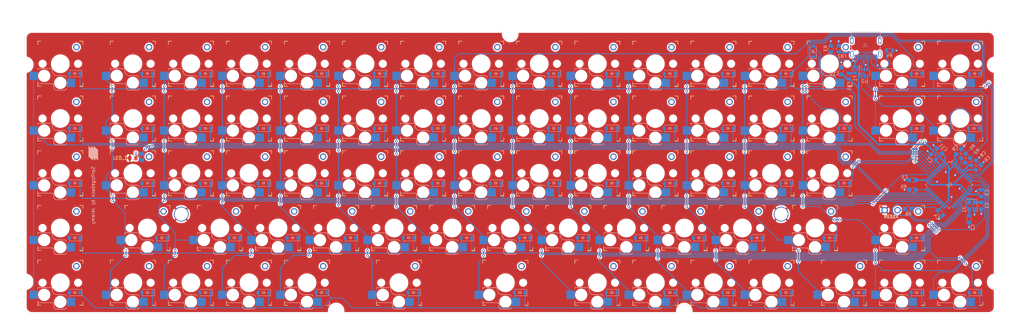
<source format=kicad_pcb>
(kicad_pcb (version 20171130) (host pcbnew "(5.1.8)-1")
  (layers (0 F.Cu signal) (31 B.Cu signal) (34 B.Paste user) (35 F.Paste user) (36 B.SilkS user) (37 F.SilkS user) (38 B.Mask user) (39 F.Mask user) (44 Edge.Cuts user))
  (net 0 "")
  (net 1 XTAL1)
  (net 2 Earth)
  (net 3 XTAL2)
  (net 4 AREF)
  (net 5 UCAP)
  (net 6 Row_3)
  (net 7 Row_0)
  (net 8 "Net-(D_1-Pad2)")
  (net 9 "Net-(D_2-Pad2)")
  (net 10 "Net-(D_3-Pad2)")
  (net 11 "Net-(D_4-Pad2)")
  (net 12 "Net-(D_5-Pad2)")
  (net 13 "Net-(D_6-Pad2)")
  (net 14 "Net-(D_7-Pad2)")
  (net 15 "Net-(D_8-Pad2)")
  (net 16 "Net-(D_9-Pad2)")
  (net 17 Row_2)
  (net 18 Row_1)
  (net 19 Row_4)
  (net 20 "Net-(J1-PadA5)")
  (net 21 D+)
  (net 22 D-)
  (net 23 "Net-(J1-PadB5)")
  (net 24 "Net-(R1-Pad1)")
  (net 25 "Net-(R2-Pad1)")
  (net 26 "Net-(R5-Pad2)")
  (net 27 RESET)
  (net 28 Col_10)
  (net 29 Col_9)
  (net 30 Col_1)
  (net 31 Col_2)
  (net 32 Col_3)
  (net 33 Col_4)
  (net 34 Col_5)
  (net 35 Col_6)
  (net 36 Col_7)
  (net 37 Col_8)
  (net 38 Col_11)
  (net 39 Col_12)
  (net 40 Col_13)
  (net 41 Col_14)
  (net 42 Col_0)
  (net 43 "Net-(U1-Pad12)")
  (net 44 VBUS)
  (net 45 USB_D+)
  (net 46 USB_D-)
  (net 47 "Net-(LED_1-Pad2)")
  (net 48 LED_1)
  (net 49 VCC)
  (net 50 "Net-(D_10-Pad2)")
  (net 51 "Net-(D_11-Pad2)")
  (net 52 "Net-(D_12-Pad2)")
  (net 53 "Net-(D_13-Pad2)")
  (net 54 "Net-(D_14-Pad2)")
  (net 55 "Net-(D_15-Pad2)")
  (net 56 "Net-(D_16-Pad2)")
  (net 57 "Net-(D_17-Pad2)")
  (net 58 "Net-(D_18-Pad2)")
  (net 59 "Net-(D_19-Pad2)")
  (net 60 "Net-(D_20-Pad2)")
  (net 61 "Net-(D_21-Pad2)")
  (net 62 "Net-(D_22-Pad2)")
  (net 63 "Net-(D_23-Pad2)")
  (net 64 "Net-(D_24-Pad2)")
  (net 65 "Net-(D_25-Pad2)")
  (net 66 "Net-(D_26-Pad2)")
  (net 67 "Net-(D_27-Pad2)")
  (net 68 "Net-(D_28-Pad2)")
  (net 69 "Net-(D_29-Pad2)")
  (net 70 "Net-(D_30-Pad2)")
  (net 71 "Net-(D_31-Pad2)")
  (net 72 "Net-(D_32-Pad2)")
  (net 73 "Net-(D_33-Pad2)")
  (net 74 "Net-(D_34-Pad2)")
  (net 75 "Net-(D_35-Pad2)")
  (net 76 "Net-(D_36-Pad2)")
  (net 77 "Net-(D_37-Pad2)")
  (net 78 "Net-(D_38-Pad2)")
  (net 79 "Net-(D_39-Pad2)")
  (net 80 "Net-(D_40-Pad2)")
  (net 81 "Net-(D_41-Pad2)")
  (net 82 "Net-(D_42-Pad2)")
  (net 83 "Net-(D_43-Pad2)")
  (net 84 "Net-(D_44-Pad2)")
  (net 85 "Net-(D_45-Pad2)")
  (net 86 "Net-(D_46-Pad2)")
  (net 87 "Net-(D_47-Pad2)")
  (net 88 "Net-(D_48-Pad2)")
  (net 89 "Net-(D_49-Pad2)")
  (net 90 "Net-(D_50-Pad2)")
  (net 91 "Net-(D_51-Pad2)")
  (net 92 "Net-(D_52-Pad2)")
  (net 93 "Net-(D_53-Pad2)")
  (net 94 "Net-(D_54-Pad2)")
  (net 95 "Net-(D_55-Pad2)")
  (net 96 "Net-(D_56-Pad2)")
  (net 97 "Net-(D_57-Pad2)")
  (net 98 "Net-(D_58-Pad2)")
  (net 99 "Net-(D_59-Pad2)")
  (net 100 "Net-(D_60-Pad2)")
  (net 101 "Net-(D_61-Pad2)")
  (net 102 "Net-(D_62-Pad2)")
  (net 103 "Net-(D_63-Pad2)")
  (net 104 "Net-(D_64-Pad2)")
  (net 105 "Net-(D_65-Pad2)")
  (net 106 "Net-(D_66-Pad2)")
  (net 107 "Net-(D_67-Pad2)")
  (net 108 "Net-(D_68-Pad2)")
  (net 109 "Net-(F1-Pad1)")
  (net 110 "Net-(D_69-Pad2)")
  (net 111 "Net-(D_70-Pad2)")
  (net 112 "Net-(D_71-Pad2)")
  (net 113 "Net-(D_72-Pad2)")
  (net 114 "Net-(D_73-Pad2)")
  (net 115 "Net-(D_74-Pad2)")
  (net 116 "Net-(U1-Pad1)")
  (net 117 "Net-(U1-Pad22)")
  (net 118 "Net-(J1-PadA8)")
  (net 119 "Net-(J1-PadB8)")
  (net 120 "Net-(U1-Pad25)")
  (net 121 "Net-(FB2-Pad1)")
  (module Resistor_SMD:R_0805_2012Metric (layer B.Cu) (at 238.875 3.55 270)
    (fp_text reference R3 (at -0.15 1.6 90) (layer B.SilkS) (effects (justify mirror)))
    (fp_text value 5.1k)
    (pad 2 smd roundrect (at 0.9125 0 270) (size 1.025 1.4) (layers B.Cu B.Paste B.Mask) (roundrect_rratio 0.2439014634146341) (net 20 "Net-(J1-PadA5)"))
    (pad 1 smd roundrect (at -0.9125 0 270) (size 1.025 1.4) (layers B.Cu B.Paste B.Mask) (roundrect_rratio 0.2439014634146341) (net 2 Earth))
  )
  (module JJG_parts:MountingHole_4.06mm (layer F.Cu) (at 37.5 54.9)
    (fp_text reference REF**)
    (fp_text value MountingHole_4.06mm)
    (pad "" thru_hole circle (at 0 0) (size 4.5624 4.5624) (drill 4.0624) (layers *.Cu *.Mask) (net 2 Earth))
  )
  (module JJG_parts:MountingHole_4.06mm (layer F.Cu) (at 223.5 54.9)
    (fp_text reference "" hide)
    (fp_text value MountingHole_4.06mm)
    (pad "" thru_hole circle (at 0 0) (size 4.5624 4.5624) (drill 4.0624) (layers *.Cu *.Mask) (net 2 Earth))
  )
  (module JJG_parts:D_SOD-123_silk (layer B.Cu) (at 134.95 45.25 180)
    (fp_text reference D_40)
    (fp_text value D_Small_ALT)
    (pad 2 smd rect (at 1.65 0 180) (size 0.9 1.2) (layers B.Cu B.Paste B.Mask) (net 80 "Net-(D_40-Pad2)"))
    (pad 1 smd rect (at -1.65 0 180) (size 0.9 1.2) (layers B.Cu B.Paste B.Mask) (net 17 Row_2))
  )
  (module JJG_parts:D_SOD-123_silk (layer B.Cu) (at 4.45 11.25 180)
    (fp_text reference D_1)
    (fp_text value D_Small_ALT)
    (pad 2 smd rect (at 1.65 0 180) (size 0.9 1.2) (layers B.Cu B.Paste B.Mask) (net 8 "Net-(D_1-Pad2)"))
    (pad 1 smd rect (at -1.65 0 180) (size 0.9 1.2) (layers B.Cu B.Paste B.Mask) (net 7 Row_0))
  )
  (module JJG_parts:D_SOD-123_silk (layer B.Cu) (at 26.95 11.25 180)
    (fp_text reference D_2)
    (fp_text value D_Small_ALT)
    (pad 2 smd rect (at 1.65 0 180) (size 0.9 1.2) (layers B.Cu B.Paste B.Mask) (net 9 "Net-(D_2-Pad2)"))
    (pad 1 smd rect (at -1.65 0 180) (size 0.9 1.2) (layers B.Cu B.Paste B.Mask) (net 7 Row_0))
  )
  (module JJG_parts:D_SOD-123_silk (layer B.Cu) (at 44.95 11.25 180)
    (fp_text reference D_3)
    (fp_text value D_Small_ALT)
    (pad 2 smd rect (at 1.65 0 180) (size 0.9 1.2) (layers B.Cu B.Paste B.Mask) (net 10 "Net-(D_3-Pad2)"))
    (pad 1 smd rect (at -1.65 0 180) (size 0.9 1.2) (layers B.Cu B.Paste B.Mask) (net 7 Row_0))
  )
  (module JJG_parts:D_SOD-123_silk (layer B.Cu) (at 62.95 11.25 180)
    (fp_text reference D_4)
    (fp_text value D_Small_ALT)
    (pad 2 smd rect (at 1.65 0 180) (size 0.9 1.2) (layers B.Cu B.Paste B.Mask) (net 11 "Net-(D_4-Pad2)"))
    (pad 1 smd rect (at -1.65 0 180) (size 0.9 1.2) (layers B.Cu B.Paste B.Mask) (net 7 Row_0))
  )
  (module JJG_parts:D_SOD-123_silk (layer B.Cu) (at 80.95 11.25 180)
    (fp_text reference D_5)
    (fp_text value D_Small_ALT)
    (pad 2 smd rect (at 1.65 0 180) (size 0.9 1.2) (layers B.Cu B.Paste B.Mask) (net 12 "Net-(D_5-Pad2)"))
    (pad 1 smd rect (at -1.65 0 180) (size 0.9 1.2) (layers B.Cu B.Paste B.Mask) (net 7 Row_0))
  )
  (module JJG_parts:D_SOD-123_silk (layer B.Cu) (at 98.95 11.25 180)
    (fp_text reference D_6)
    (fp_text value D_Small_ALT)
    (pad 2 smd rect (at 1.65 0 180) (size 0.9 1.2) (layers B.Cu B.Paste B.Mask) (net 13 "Net-(D_6-Pad2)"))
    (pad 1 smd rect (at -1.65 0 180) (size 0.9 1.2) (layers B.Cu B.Paste B.Mask) (net 7 Row_0))
  )
  (module JJG_parts:D_SOD-123_silk (layer B.Cu) (at 116.95 11.25 180)
    (fp_text reference D_7)
    (fp_text value D_Small_ALT)
    (pad 2 smd rect (at 1.65 0 180) (size 0.9 1.2) (layers B.Cu B.Paste B.Mask) (net 14 "Net-(D_7-Pad2)"))
    (pad 1 smd rect (at -1.65 0 180) (size 0.9 1.2) (layers B.Cu B.Paste B.Mask) (net 7 Row_0))
  )
  (module JJG_parts:D_SOD-123_silk (layer B.Cu) (at 134.95 11.25 180)
    (fp_text reference D_8)
    (fp_text value D_Small_ALT)
    (pad 2 smd rect (at 1.65 0 180) (size 0.9 1.2) (layers B.Cu B.Paste B.Mask) (net 15 "Net-(D_8-Pad2)"))
    (pad 1 smd rect (at -1.65 0 180) (size 0.9 1.2) (layers B.Cu B.Paste B.Mask) (net 7 Row_0))
  )
  (module JJG_parts:D_SOD-123_silk (layer B.Cu) (at 152.95 11.25 180)
    (fp_text reference D_9)
    (fp_text value D_Small_ALT)
    (pad 2 smd rect (at 1.65 0 180) (size 0.9 1.2) (layers B.Cu B.Paste B.Mask) (net 16 "Net-(D_9-Pad2)"))
    (pad 1 smd rect (at -1.65 0 180) (size 0.9 1.2) (layers B.Cu B.Paste B.Mask) (net 7 Row_0))
  )
  (module JJG_parts:D_SOD-123_silk (layer B.Cu) (at 170.95 11.25 180)
    (fp_text reference D_10)
    (fp_text value D_Small_ALT)
    (pad 2 smd rect (at 1.65 0 180) (size 0.9 1.2) (layers B.Cu B.Paste B.Mask) (net 50 "Net-(D_10-Pad2)"))
    (pad 1 smd rect (at -1.65 0 180) (size 0.9 1.2) (layers B.Cu B.Paste B.Mask) (net 7 Row_0))
  )
  (module JJG_parts:D_SOD-123_silk (layer B.Cu) (at 188.95 11.25 180)
    (fp_text reference D_11)
    (fp_text value D_Small_ALT)
    (pad 2 smd rect (at 1.65 0 180) (size 0.9 1.2) (layers B.Cu B.Paste B.Mask) (net 51 "Net-(D_11-Pad2)"))
    (pad 1 smd rect (at -1.65 0 180) (size 0.9 1.2) (layers B.Cu B.Paste B.Mask) (net 7 Row_0))
  )
  (module JJG_parts:D_SOD-123_silk (layer B.Cu) (at 206.95 11.25 180)
    (fp_text reference D_12)
    (fp_text value D_Small_ALT)
    (pad 2 smd rect (at 1.65 0 180) (size 0.9 1.2) (layers B.Cu B.Paste B.Mask) (net 52 "Net-(D_12-Pad2)"))
    (pad 1 smd rect (at -1.65 0 180) (size 0.9 1.2) (layers B.Cu B.Paste B.Mask) (net 7 Row_0))
  )
  (module JJG_parts:D_SOD-123_silk (layer B.Cu) (at 224.95 11.25 180)
    (fp_text reference D_13)
    (fp_text value D_Small_ALT)
    (pad 2 smd rect (at 1.65 0 180) (size 0.9 1.2) (layers B.Cu B.Paste B.Mask) (net 53 "Net-(D_13-Pad2)"))
    (pad 1 smd rect (at -1.65 0 180) (size 0.9 1.2) (layers B.Cu B.Paste B.Mask) (net 7 Row_0))
  )
  (module JJG_parts:D_SOD-123_silk (layer B.Cu) (at 233.4 4.35 90)
    (fp_text reference D_14)
    (fp_text value D_Small_ALT)
    (pad 2 smd rect (at 1.65 0 90) (size 0.9 1.2) (layers B.Cu B.Paste B.Mask) (net 54 "Net-(D_14-Pad2)"))
    (pad 1 smd rect (at -1.65 0 90) (size 0.9 1.2) (layers B.Cu B.Paste B.Mask) (net 7 Row_0))
  )
  (module JJG_parts:D_SOD-123_silk (layer B.Cu) (at 283.45 11.25 180)
    (fp_text reference D_16)
    (fp_text value D_Small_ALT)
    (pad 2 smd rect (at 1.65 0 180) (size 0.9 1.2) (layers B.Cu B.Paste B.Mask) (net 56 "Net-(D_16-Pad2)"))
    (pad 1 smd rect (at -1.65 0 180) (size 0.9 1.2) (layers B.Cu B.Paste B.Mask) (net 7 Row_0))
  )
  (module JJG_parts:D_SOD-123_silk (layer B.Cu) (at 4.45 28.25 180)
    (fp_text reference D_17)
    (fp_text value D_Small_ALT)
    (pad 2 smd rect (at 1.65 0 180) (size 0.9 1.2) (layers B.Cu B.Paste B.Mask) (net 57 "Net-(D_17-Pad2)"))
    (pad 1 smd rect (at -1.65 0 180) (size 0.9 1.2) (layers B.Cu B.Paste B.Mask) (net 18 Row_1))
  )
  (module JJG_parts:D_SOD-123_silk (layer B.Cu) (at 26.95 28.25 180)
    (fp_text reference D_18)
    (fp_text value D_Small_ALT)
    (pad 2 smd rect (at 1.65 0 180) (size 0.9 1.2) (layers B.Cu B.Paste B.Mask) (net 58 "Net-(D_18-Pad2)"))
    (pad 1 smd rect (at -1.65 0 180) (size 0.9 1.2) (layers B.Cu B.Paste B.Mask) (net 18 Row_1))
  )
  (module JJG_parts:D_SOD-123_silk (layer B.Cu) (at 44.95 28.25 180)
    (fp_text reference D_19)
    (fp_text value D_Small_ALT)
    (pad 2 smd rect (at 1.65 0 180) (size 0.9 1.2) (layers B.Cu B.Paste B.Mask) (net 59 "Net-(D_19-Pad2)"))
    (pad 1 smd rect (at -1.65 0 180) (size 0.9 1.2) (layers B.Cu B.Paste B.Mask) (net 18 Row_1))
  )
  (module JJG_parts:D_SOD-123_silk (layer B.Cu) (at 62.95 28.25 180)
    (fp_text reference D_20)
    (fp_text value D_Small_ALT)
    (pad 2 smd rect (at 1.65 0 180) (size 0.9 1.2) (layers B.Cu B.Paste B.Mask) (net 60 "Net-(D_20-Pad2)"))
    (pad 1 smd rect (at -1.65 0 180) (size 0.9 1.2) (layers B.Cu B.Paste B.Mask) (net 18 Row_1))
  )
  (module JJG_parts:D_SOD-123_silk (layer B.Cu) (at 80.95 28.25 180)
    (fp_text reference D_21)
    (fp_text value D_Small_ALT)
    (pad 2 smd rect (at 1.65 0 180) (size 0.9 1.2) (layers B.Cu B.Paste B.Mask) (net 61 "Net-(D_21-Pad2)"))
    (pad 1 smd rect (at -1.65 0 180) (size 0.9 1.2) (layers B.Cu B.Paste B.Mask) (net 18 Row_1))
  )
  (module JJG_parts:D_SOD-123_silk (layer B.Cu) (at 98.95 28.25 180)
    (fp_text reference D_22)
    (fp_text value D_Small_ALT)
    (pad 2 smd rect (at 1.65 0 180) (size 0.9 1.2) (layers B.Cu B.Paste B.Mask) (net 62 "Net-(D_22-Pad2)"))
    (pad 1 smd rect (at -1.65 0 180) (size 0.9 1.2) (layers B.Cu B.Paste B.Mask) (net 18 Row_1))
  )
  (module JJG_parts:D_SOD-123_silk (layer B.Cu) (at 116.95 28.25 180)
    (fp_text reference D_23)
    (fp_text value D_Small_ALT)
    (pad 2 smd rect (at 1.65 0 180) (size 0.9 1.2) (layers B.Cu B.Paste B.Mask) (net 63 "Net-(D_23-Pad2)"))
    (pad 1 smd rect (at -1.65 0 180) (size 0.9 1.2) (layers B.Cu B.Paste B.Mask) (net 18 Row_1))
  )
  (module JJG_parts:D_SOD-123_silk (layer B.Cu) (at 134.95 28.25 180)
    (fp_text reference D_24)
    (fp_text value D_Small_ALT)
    (pad 2 smd rect (at 1.65 0 180) (size 0.9 1.2) (layers B.Cu B.Paste B.Mask) (net 64 "Net-(D_24-Pad2)"))
    (pad 1 smd rect (at -1.65 0 180) (size 0.9 1.2) (layers B.Cu B.Paste B.Mask) (net 18 Row_1))
  )
  (module JJG_parts:D_SOD-123_silk (layer B.Cu) (at 152.95 28.25 180)
    (fp_text reference D_25)
    (fp_text value D_Small_ALT)
    (pad 2 smd rect (at 1.65 0 180) (size 0.9 1.2) (layers B.Cu B.Paste B.Mask) (net 65 "Net-(D_25-Pad2)"))
    (pad 1 smd rect (at -1.65 0 180) (size 0.9 1.2) (layers B.Cu B.Paste B.Mask) (net 18 Row_1))
  )
  (module JJG_parts:D_SOD-123_silk (layer B.Cu) (at 170.95 28.25 180)
    (fp_text reference D_26)
    (fp_text value D_Small_ALT)
    (pad 2 smd rect (at 1.65 0 180) (size 0.9 1.2) (layers B.Cu B.Paste B.Mask) (net 66 "Net-(D_26-Pad2)"))
    (pad 1 smd rect (at -1.65 0 180) (size 0.9 1.2) (layers B.Cu B.Paste B.Mask) (net 18 Row_1))
  )
  (module JJG_parts:D_SOD-123_silk (layer B.Cu) (at 188.95 28.25 180)
    (fp_text reference D_27)
    (fp_text value D_Small_ALT)
    (pad 2 smd rect (at 1.65 0 180) (size 0.9 1.2) (layers B.Cu B.Paste B.Mask) (net 67 "Net-(D_27-Pad2)"))
    (pad 1 smd rect (at -1.65 0 180) (size 0.9 1.2) (layers B.Cu B.Paste B.Mask) (net 18 Row_1))
  )
  (module JJG_parts:D_SOD-123_silk (layer B.Cu) (at 206.95 28.25 180)
    (fp_text reference D_28)
    (fp_text value D_Small_ALT)
    (pad 2 smd rect (at 1.65 0 180) (size 0.9 1.2) (layers B.Cu B.Paste B.Mask) (net 68 "Net-(D_28-Pad2)"))
    (pad 1 smd rect (at -1.65 0 180) (size 0.9 1.2) (layers B.Cu B.Paste B.Mask) (net 18 Row_1))
  )
  (module JJG_parts:D_SOD-123_silk (layer B.Cu) (at 224.95 28.25 180)
    (fp_text reference D_29)
    (fp_text value D_Small_ALT)
    (pad 2 smd rect (at 1.65 0 180) (size 0.9 1.2) (layers B.Cu B.Paste B.Mask) (net 69 "Net-(D_29-Pad2)"))
    (pad 1 smd rect (at -1.65 0 180) (size 0.9 1.2) (layers B.Cu B.Paste B.Mask) (net 18 Row_1))
  )
  (module JJG_parts:D_SOD-123_silk (layer B.Cu) (at 242.95 28.25 180)
    (fp_text reference D_30)
    (fp_text value D_Small_ALT)
    (pad 2 smd rect (at 1.65 0 180) (size 0.9 1.2) (layers B.Cu B.Paste B.Mask) (net 70 "Net-(D_30-Pad2)"))
    (pad 1 smd rect (at -1.65 0 180) (size 0.9 1.2) (layers B.Cu B.Paste B.Mask) (net 18 Row_1))
  )
  (module JJG_parts:D_SOD-123_silk (layer B.Cu) (at 265.45 11.25 180)
    (fp_text reference D_15)
    (fp_text value D_Small_ALT)
    (pad 2 smd rect (at 1.65 0 180) (size 0.9 1.2) (layers B.Cu B.Paste B.Mask) (net 55 "Net-(D_15-Pad2)"))
    (pad 1 smd rect (at -1.65 0 180) (size 0.9 1.2) (layers B.Cu B.Paste B.Mask) (net 18 Row_1))
  )
  (module JJG_parts:D_SOD-123_silk (layer B.Cu) (at 4.45 45.25 180)
    (fp_text reference D_33)
    (fp_text value D_Small_ALT)
    (pad 2 smd rect (at 1.65 0 180) (size 0.9 1.2) (layers B.Cu B.Paste B.Mask) (net 73 "Net-(D_33-Pad2)"))
    (pad 1 smd rect (at -1.65 0 180) (size 0.9 1.2) (layers B.Cu B.Paste B.Mask) (net 17 Row_2))
  )
  (module JJG_parts:D_SOD-123_silk (layer B.Cu) (at 26.95 45.25 180)
    (fp_text reference D_34)
    (fp_text value D_Small_ALT)
    (pad 2 smd rect (at 1.65 0 180) (size 0.9 1.2) (layers B.Cu B.Paste B.Mask) (net 74 "Net-(D_34-Pad2)"))
    (pad 1 smd rect (at -1.65 0 180) (size 0.9 1.2) (layers B.Cu B.Paste B.Mask) (net 17 Row_2))
  )
  (module JJG_parts:D_SOD-123_silk (layer B.Cu) (at 44.95 45.25 180)
    (fp_text reference D_35)
    (fp_text value D_Small_ALT)
    (pad 2 smd rect (at 1.65 0 180) (size 0.9 1.2) (layers B.Cu B.Paste B.Mask) (net 75 "Net-(D_35-Pad2)"))
    (pad 1 smd rect (at -1.65 0 180) (size 0.9 1.2) (layers B.Cu B.Paste B.Mask) (net 17 Row_2))
  )
  (module JJG_parts:D_SOD-123_silk (layer B.Cu) (at 62.95 45.25 180)
    (fp_text reference D_36)
    (fp_text value D_Small_ALT)
    (pad 2 smd rect (at 1.65 0 180) (size 0.9 1.2) (layers B.Cu B.Paste B.Mask) (net 76 "Net-(D_36-Pad2)"))
    (pad 1 smd rect (at -1.65 0 180) (size 0.9 1.2) (layers B.Cu B.Paste B.Mask) (net 17 Row_2))
  )
  (module JJG_parts:D_SOD-123_silk (layer B.Cu) (at 80.95 45.25 180)
    (fp_text reference D_37)
    (fp_text value D_Small_ALT)
    (pad 2 smd rect (at 1.65 0 180) (size 0.9 1.2) (layers B.Cu B.Paste B.Mask) (net 77 "Net-(D_37-Pad2)"))
    (pad 1 smd rect (at -1.65 0 180) (size 0.9 1.2) (layers B.Cu B.Paste B.Mask) (net 17 Row_2))
  )
  (module JJG_parts:D_SOD-123_silk (layer B.Cu) (at 98.95 45.25 180)
    (fp_text reference D_38)
    (fp_text value D_Small_ALT)
    (pad 2 smd rect (at 1.65 0 180) (size 0.9 1.2) (layers B.Cu B.Paste B.Mask) (net 78 "Net-(D_38-Pad2)"))
    (pad 1 smd rect (at -1.65 0 180) (size 0.9 1.2) (layers B.Cu B.Paste B.Mask) (net 17 Row_2))
  )
  (module JJG_parts:D_SOD-123_silk (layer B.Cu) (at 116.95 45.25 180)
    (fp_text reference D_39)
    (fp_text value D_Small_ALT)
    (pad 2 smd rect (at 1.65 0 180) (size 0.9 1.2) (layers B.Cu B.Paste B.Mask) (net 79 "Net-(D_39-Pad2)"))
    (pad 1 smd rect (at -1.65 0 180) (size 0.9 1.2) (layers B.Cu B.Paste B.Mask) (net 17 Row_2))
  )
  (module JJG_parts:D_SOD-123_silk (layer B.Cu) (at 152.95 45.25 180)
    (fp_text reference D_41)
    (fp_text value D_Small_ALT)
    (pad 2 smd rect (at 1.65 0 180) (size 0.9 1.2) (layers B.Cu B.Paste B.Mask) (net 81 "Net-(D_41-Pad2)"))
    (pad 1 smd rect (at -1.65 0 180) (size 0.9 1.2) (layers B.Cu B.Paste B.Mask) (net 17 Row_2))
  )
  (module JJG_parts:D_SOD-123_silk (layer B.Cu) (at 170.95 45.25 180)
    (fp_text reference D_42)
    (fp_text value D_Small_ALT)
    (pad 2 smd rect (at 1.65 0 180) (size 0.9 1.2) (layers B.Cu B.Paste B.Mask) (net 82 "Net-(D_42-Pad2)"))
    (pad 1 smd rect (at -1.65 0 180) (size 0.9 1.2) (layers B.Cu B.Paste B.Mask) (net 17 Row_2))
  )
  (module JJG_parts:D_SOD-123_silk (layer B.Cu) (at 188.95 45.25 180)
    (fp_text reference D_43)
    (fp_text value D_Small_ALT)
    (pad 2 smd rect (at 1.65 0 180) (size 0.9 1.2) (layers B.Cu B.Paste B.Mask) (net 83 "Net-(D_43-Pad2)"))
    (pad 1 smd rect (at -1.65 0 180) (size 0.9 1.2) (layers B.Cu B.Paste B.Mask) (net 17 Row_2))
  )
  (module JJG_parts:D_SOD-123_silk (layer B.Cu) (at 206.95 45.25 180)
    (fp_text reference D_44)
    (fp_text value D_Small_ALT)
    (pad 2 smd rect (at 1.65 0 180) (size 0.9 1.2) (layers B.Cu B.Paste B.Mask) (net 84 "Net-(D_44-Pad2)"))
    (pad 1 smd rect (at -1.65 0 180) (size 0.9 1.2) (layers B.Cu B.Paste B.Mask) (net 17 Row_2))
  )
  (module JJG_parts:D_SOD-123_silk (layer B.Cu) (at 224.95 45.25 180)
    (fp_text reference D_45)
    (fp_text value D_Small_ALT)
    (pad 2 smd rect (at 1.65 0 180) (size 0.9 1.2) (layers B.Cu B.Paste B.Mask) (net 85 "Net-(D_45-Pad2)"))
    (pad 1 smd rect (at -1.65 0 180) (size 0.9 1.2) (layers B.Cu B.Paste B.Mask) (net 17 Row_2))
  )
  (module JJG_parts:D_SOD-123_silk (layer B.Cu) (at 242.95 45.25 180)
    (fp_text reference D_46)
    (fp_text value D_Small_ALT)
    (pad 2 smd rect (at 1.65 0 180) (size 0.9 1.2) (layers B.Cu B.Paste B.Mask) (net 86 "Net-(D_46-Pad2)"))
    (pad 1 smd rect (at -1.65 0 180) (size 0.9 1.2) (layers B.Cu B.Paste B.Mask) (net 17 Row_2))
  )
  (module JJG_parts:D_SOD-123_silk (layer B.Cu) (at 265.45 28.25 180)
    (fp_text reference D_31)
    (fp_text value D_Small_ALT)
    (pad 2 smd rect (at 1.65 0 180) (size 0.9 1.2) (layers B.Cu B.Paste B.Mask) (net 71 "Net-(D_31-Pad2)"))
    (pad 1 smd rect (at -1.65 0 180) (size 0.9 1.2) (layers B.Cu B.Paste B.Mask) (net 17 Row_2))
  )
  (module JJG_parts:D_SOD-123_silk (layer B.Cu) (at 4.45 62.25 180)
    (fp_text reference D_47)
    (fp_text value D_Small_ALT)
    (pad 2 smd rect (at 1.65 0 180) (size 0.9 1.2) (layers B.Cu B.Paste B.Mask) (net 87 "Net-(D_47-Pad2)"))
    (pad 1 smd rect (at -1.65 0 180) (size 0.9 1.2) (layers B.Cu B.Paste B.Mask) (net 6 Row_3))
  )
  (module JJG_parts:D_SOD-123_silk (layer B.Cu) (at 31.45 62.25 180)
    (fp_text reference D_48)
    (fp_text value D_Small_ALT)
    (pad 2 smd rect (at 1.65 0 180) (size 0.9 1.2) (layers B.Cu B.Paste B.Mask) (net 88 "Net-(D_48-Pad2)"))
    (pad 1 smd rect (at -1.65 0 180) (size 0.9 1.2) (layers B.Cu B.Paste B.Mask) (net 6 Row_3))
  )
  (module JJG_parts:D_SOD-123_silk (layer B.Cu) (at 53.95 62.25 180)
    (fp_text reference D_49)
    (fp_text value D_Small_ALT)
    (pad 2 smd rect (at 1.65 0 180) (size 0.9 1.2) (layers B.Cu B.Paste B.Mask) (net 89 "Net-(D_49-Pad2)"))
    (pad 1 smd rect (at -1.65 0 180) (size 0.9 1.2) (layers B.Cu B.Paste B.Mask) (net 6 Row_3))
  )
  (module JJG_parts:D_SOD-123_silk (layer B.Cu) (at 71.95 62.25 180)
    (fp_text reference D_50)
    (fp_text value D_Small_ALT)
    (pad 2 smd rect (at 1.65 0 180) (size 0.9 1.2) (layers B.Cu B.Paste B.Mask) (net 90 "Net-(D_50-Pad2)"))
    (pad 1 smd rect (at -1.65 0 180) (size 0.9 1.2) (layers B.Cu B.Paste B.Mask) (net 6 Row_3))
  )
  (module JJG_parts:D_SOD-123_silk (layer B.Cu) (at 89.95 62.25 180)
    (fp_text reference D_51)
    (fp_text value D_Small_ALT)
    (pad 2 smd rect (at 1.65 0 180) (size 0.9 1.2) (layers B.Cu B.Paste B.Mask) (net 91 "Net-(D_51-Pad2)"))
    (pad 1 smd rect (at -1.65 0 180) (size 0.9 1.2) (layers B.Cu B.Paste B.Mask) (net 6 Row_3))
  )
  (module JJG_parts:D_SOD-123_silk (layer B.Cu) (at 107.95 62.25 180)
    (fp_text reference D_52)
    (fp_text value D_Small_ALT)
    (pad 1 smd rect (at -1.65 0 180) (size 0.9 1.2) (layers B.Cu B.Paste B.Mask) (net 6 Row_3))
    (pad 2 smd rect (at 1.65 0 180) (size 0.9 1.2) (layers B.Cu B.Paste B.Mask) (net 92 "Net-(D_52-Pad2)"))
  )
  (module JJG_parts:D_SOD-123_silk (layer B.Cu) (at 125.95 62.25 180)
    (fp_text reference D_53)
    (fp_text value D_Small_ALT)
    (pad 2 smd rect (at 1.65 0 180) (size 0.9 1.2) (layers B.Cu B.Paste B.Mask) (net 93 "Net-(D_53-Pad2)"))
    (pad 1 smd rect (at -1.65 0 180) (size 0.9 1.2) (layers B.Cu B.Paste B.Mask) (net 6 Row_3))
  )
  (module JJG_parts:D_SOD-123_silk (layer B.Cu) (at 143.95 62.25 180)
    (fp_text reference D_54)
    (fp_text value D_Small_ALT)
    (pad 1 smd rect (at -1.65 0 180) (size 0.9 1.2) (layers B.Cu B.Paste B.Mask) (net 6 Row_3))
    (pad 2 smd rect (at 1.65 0 180) (size 0.9 1.2) (layers B.Cu B.Paste B.Mask) (net 94 "Net-(D_54-Pad2)"))
  )
  (module JJG_parts:D_SOD-123_silk (layer B.Cu) (at 161.95 62.25 180)
    (fp_text reference D_55)
    (fp_text value D_Small_ALT)
    (pad 2 smd rect (at 1.65 0 180) (size 0.9 1.2) (layers B.Cu B.Paste B.Mask) (net 95 "Net-(D_55-Pad2)"))
    (pad 1 smd rect (at -1.65 0 180) (size 0.9 1.2) (layers B.Cu B.Paste B.Mask) (net 6 Row_3))
  )
  (module JJG_parts:D_SOD-123_silk (layer B.Cu) (at 179.95 62.25 180)
    (fp_text reference D_56)
    (fp_text value D_Small_ALT)
    (pad 2 smd rect (at 1.65 0 180) (size 0.9 1.2) (layers B.Cu B.Paste B.Mask) (net 96 "Net-(D_56-Pad2)"))
    (pad 1 smd rect (at -1.65 0 180) (size 0.9 1.2) (layers B.Cu B.Paste B.Mask) (net 6 Row_3))
  )
  (module JJG_parts:D_SOD-123_silk (layer B.Cu) (at 197.95 62.25 180)
    (fp_text reference D_57)
    (fp_text value D_Small_ALT)
    (pad 2 smd rect (at 1.65 0 180) (size 0.9 1.2) (layers B.Cu B.Paste B.Mask) (net 97 "Net-(D_57-Pad2)"))
    (pad 1 smd rect (at -1.65 0 180) (size 0.9 1.2) (layers B.Cu B.Paste B.Mask) (net 6 Row_3))
  )
  (module JJG_parts:D_SOD-123_silk (layer B.Cu) (at 215.95 62.25 180)
    (fp_text reference D_58)
    (fp_text value D_Small_ALT)
    (pad 2 smd rect (at 1.65 0 180) (size 0.9 1.2) (layers B.Cu B.Paste B.Mask) (net 98 "Net-(D_58-Pad2)"))
    (pad 1 smd rect (at -1.65 0 180) (size 0.9 1.2) (layers B.Cu B.Paste B.Mask) (net 6 Row_3))
  )
  (module JJG_parts:D_SOD-123_silk (layer B.Cu) (at 238.45 62.25 180)
    (fp_text reference D_59)
    (fp_text value D_Small_ALT)
    (pad 2 smd rect (at 1.65 0 180) (size 0.9 1.2) (layers B.Cu B.Paste B.Mask) (net 99 "Net-(D_59-Pad2)"))
    (pad 1 smd rect (at -1.65 0 180) (size 0.9 1.2) (layers B.Cu B.Paste B.Mask) (net 6 Row_3))
  )
  (module JJG_parts:D_SOD-123_silk (layer B.Cu) (at 26.95 79.25 180)
    (fp_text reference D_62)
    (fp_text value D_Small_ALT)
    (pad 2 smd rect (at 1.65 0 180) (size 0.9 1.2) (layers B.Cu B.Paste B.Mask) (net 102 "Net-(D_62-Pad2)"))
    (pad 1 smd rect (at -1.65 0 180) (size 0.9 1.2) (layers B.Cu B.Paste B.Mask) (net 19 Row_4))
  )
  (module JJG_parts:D_SOD-123_silk (layer B.Cu) (at 44.95 79.25 180)
    (fp_text reference D_63)
    (fp_text value D_Small_ALT)
    (pad 2 smd rect (at 1.65 0 180) (size 0.9 1.2) (layers B.Cu B.Paste B.Mask) (net 103 "Net-(D_63-Pad2)"))
    (pad 1 smd rect (at -1.65 0 180) (size 0.9 1.2) (layers B.Cu B.Paste B.Mask) (net 19 Row_4))
  )
  (module JJG_parts:D_SOD-123_silk (layer B.Cu) (at 62.95 79.25 180)
    (fp_text reference D_64)
    (fp_text value D_Small_ALT)
    (pad 2 smd rect (at 1.65 0 180) (size 0.9 1.2) (layers B.Cu B.Paste B.Mask) (net 104 "Net-(D_64-Pad2)"))
    (pad 1 smd rect (at -1.65 0 180) (size 0.9 1.2) (layers B.Cu B.Paste B.Mask) (net 19 Row_4))
  )
  (module JJG_parts:D_SOD-123_silk (layer B.Cu) (at 109.45 79.25 180)
    (fp_text reference D_66)
    (fp_text value D_Small_ALT)
    (pad 1 smd rect (at -1.65 0 180) (size 0.9 1.2) (layers B.Cu B.Paste B.Mask) (net 19 Row_4))
    (pad 2 smd rect (at 1.65 0 180) (size 0.9 1.2) (layers B.Cu B.Paste B.Mask) (net 106 "Net-(D_66-Pad2)"))
  )
  (module JJG_parts:D_SOD-123_silk (layer B.Cu) (at 142.45 79.25 180)
    (fp_text reference D_67)
    (fp_text value D_Small_ALT)
    (pad 1 smd rect (at -1.65 0 180) (size 0.9 1.2) (layers B.Cu B.Paste B.Mask) (net 19 Row_4))
    (pad 2 smd rect (at 1.65 0 180) (size 0.9 1.2) (layers B.Cu B.Paste B.Mask) (net 107 "Net-(D_67-Pad2)"))
  )
  (module JJG_parts:D_SOD-123_silk (layer B.Cu) (at 188.95 79.25 180)
    (fp_text reference D_69)
    (fp_text value D_Small_ALT)
    (pad 2 smd rect (at 1.65 0 180) (size 0.9 1.2) (layers B.Cu B.Paste B.Mask) (net 110 "Net-(D_69-Pad2)"))
    (pad 1 smd rect (at -1.65 0 180) (size 0.9 1.2) (layers B.Cu B.Paste B.Mask) (net 19 Row_4))
  )
  (module JJG_parts:D_SOD-123_silk (layer B.Cu) (at 206.95 79.25 180)
    (fp_text reference D_70)
    (fp_text value D_Small_ALT)
    (pad 2 smd rect (at 1.65 0 180) (size 0.9 1.2) (layers B.Cu B.Paste B.Mask) (net 111 "Net-(D_70-Pad2)"))
    (pad 1 smd rect (at -1.65 0 180) (size 0.9 1.2) (layers B.Cu B.Paste B.Mask) (net 19 Row_4))
  )
  (module JJG_parts:D_SOD-123_silk (layer B.Cu) (at 224.95 79.25 180)
    (fp_text reference D_71)
    (fp_text value D_Small_ALT)
    (pad 2 smd rect (at 1.65 0 180) (size 0.9 1.2) (layers B.Cu B.Paste B.Mask) (net 112 "Net-(D_71-Pad2)"))
    (pad 1 smd rect (at -1.65 0 180) (size 0.9 1.2) (layers B.Cu B.Paste B.Mask) (net 19 Row_4))
  )
  (module JJG_parts:D_SOD-123_silk (layer B.Cu) (at 247.45 79.25 180)
    (fp_text reference D_72)
    (fp_text value D_Small_ALT)
    (pad 2 smd rect (at 1.65 0 180) (size 0.9 1.2) (layers B.Cu B.Paste B.Mask) (net 113 "Net-(D_72-Pad2)"))
    (pad 1 smd rect (at -1.65 0 180) (size 0.9 1.2) (layers B.Cu B.Paste B.Mask) (net 19 Row_4))
  )
  (module JJG_parts:D_SOD-123_silk (layer B.Cu) (at 283.45 79.25 180)
    (fp_text reference D_74)
    (fp_text value D_Small_ALT)
    (pad 2 smd rect (at 1.65 0 180) (size 0.9 1.2) (layers B.Cu B.Paste B.Mask) (net 115 "Net-(D_74-Pad2)"))
    (pad 1 smd rect (at -1.65 0 180) (size 0.9 1.2) (layers B.Cu B.Paste B.Mask) (net 19 Row_4))
  )
  (module JJG_parts:D_SOD-123_silk (layer B.Cu) (at 4.45 79.25 180)
    (fp_text reference D_61)
    (fp_text value D_Small_ALT)
    (pad 2 smd rect (at 1.65 0 180) (size 0.9 1.2) (layers B.Cu B.Paste B.Mask) (net 101 "Net-(D_61-Pad2)"))
    (pad 1 smd rect (at -1.65 0 180) (size 0.9 1.2) (layers B.Cu B.Paste B.Mask) (net 19 Row_4))
  )
  (module JJG_parts:D_SOD-123_silk (layer B.Cu) (at 80.95 79.25 180)
    (fp_text reference D_65)
    (fp_text value D_Small_ALT)
    (pad 2 smd rect (at 1.65 0 180) (size 0.9 1.2) (layers B.Cu B.Paste B.Mask) (net 105 "Net-(D_65-Pad2)"))
    (pad 1 smd rect (at -1.65 0 180) (size 0.9 1.2) (layers B.Cu B.Paste B.Mask) (net 19 Row_4))
  )
  (module JJG_parts:D_SOD-123_silk (layer B.Cu) (at 265.45 62.25 180)
    (fp_text reference D_60)
    (fp_text value D_Small_ALT)
    (pad 2 smd rect (at 1.65 0 180) (size 0.9 1.2) (layers B.Cu B.Paste B.Mask) (net 100 "Net-(D_60-Pad2)"))
    (pad 1 smd rect (at -1.65 0 180) (size 0.9 1.2) (layers B.Cu B.Paste B.Mask) (net 6 Row_3))
  )
  (module JJG_parts:D_SOD-123_silk (layer B.Cu) (at 265.45 79.25 180)
    (fp_text reference D_73)
    (fp_text value D_Small_ALT)
    (pad 2 smd rect (at 1.65 0 180) (size 0.9 1.2) (layers B.Cu B.Paste B.Mask) (net 114 "Net-(D_73-Pad2)"))
    (pad 1 smd rect (at -1.65 0 180) (size 0.9 1.2) (layers B.Cu B.Paste B.Mask) (net 19 Row_4))
  )
  (module JJG_parts:D_SOD-123_silk (layer B.Cu) (at 283.225 28.25 180)
    (fp_text reference D_32)
    (fp_text value D_Small_ALT)
    (pad 2 smd rect (at 1.65 0 180) (size 0.9 1.2) (layers B.Cu B.Paste B.Mask) (net 72 "Net-(D_32-Pad2)"))
    (pad 1 smd rect (at -1.65 0 180) (size 0.9 1.2) (layers B.Cu B.Paste B.Mask) (net 6 Row_3))
  )
  (module JJG_parts:D_SOD-123_silk (layer B.Cu) (at 170.95 79.25 180)
    (fp_text reference D_68)
    (fp_text value D_Small_ALT)
    (pad 2 smd rect (at 1.65 0 180) (size 0.9 1.2) (layers B.Cu B.Paste B.Mask) (net 108 "Net-(D_68-Pad2)"))
    (pad 1 smd rect (at -1.65 0 180) (size 0.9 1.2) (layers B.Cu B.Paste B.Mask) (net 19 Row_4))
  )
  (module Resistor_SMD:R_0805_2012Metric_Pad1.20x1.40mm_HandSolder (layer B.Cu) (at 264.246 47.336)
    (fp_text reference R5 (at -2.696 -0.961) (layer B.SilkS) (effects (justify mirror)))
    (fp_text value 10k)
    (pad 1 smd roundrect (at -1 0) (size 1.2 1.4) (layers B.Cu B.Paste B.Mask) (roundrect_rratio 0.2083325) (net 2 Earth))
    (pad 2 smd roundrect (at 1 0) (size 1.2 1.4) (layers B.Cu B.Paste B.Mask) (roundrect_rratio 0.2083325) (net 26 "Net-(R5-Pad2)"))
  )
  (module JJG_parts:reset_holes (layer F.Cu) (at 257.592 53.67 180)
    (fp_text reference RESET (at 0 -2.005) (layer B.SilkS) (effects (justify mirror)))
    (fp_text value RESET (at 0 -2.005) (layer F.SilkS))
    (pad 1 thru_hole circle (at -2 0 180) (size 2.032 2.032) (drill 1.27) (layers *.Cu *.Mask) (net 27 RESET))
    (pad 2 thru_hole circle (at 2 0 180) (size 2.032 2.032) (drill 1.27) (layers *.Cu *.Mask) (net 2 Earth))
  )
  (module Capacitor_SMD:C_0805_2012Metric_Pad1.18x1.45mm_HandSolder (layer B.Cu) (at 264.254 44.32 180)
    (fp_text reference C5 (at 2.504 0.92) (layer B.SilkS) (effects (justify mirror)))
    (fp_text value 0.1u)
    (pad 1 smd roundrect (at -1.0375 0 180) (size 1.175 1.45) (layers B.Cu B.Paste B.Mask) (roundrect_rratio 0.2127659574468085) (net 49 VCC))
    (pad 2 smd roundrect (at 1.0375 0 180) (size 1.175 1.45) (layers B.Cu B.Paste B.Mask) (roundrect_rratio 0.2127659574468085) (net 2 Earth))
  )
  (module Capacitor_SMD:C_0805_2012Metric_Pad1.18x1.45mm_HandSolder (layer B.Cu) (at 270.696 37.122 135)
    (fp_text reference C7 (at 0.15 -1.6 135) (layer B.SilkS) (effects (justify mirror)))
    (fp_text value 0.1u)
    (pad 2 smd roundrect (at 1.0375 0 135) (size 1.175 1.45) (layers B.Cu B.Paste B.Mask) (roundrect_rratio 0.2127659574468085) (net 2 Earth))
    (pad 1 smd roundrect (at -1.0375 0 135) (size 1.175 1.45) (layers B.Cu B.Paste B.Mask) (roundrect_rratio 0.2127659574468085) (net 4 AREF))
  )
  (module Capacitor_SMD:C_0805_2012Metric_Pad1.18x1.45mm_HandSolder (layer B.Cu) (at 285.528 52.292 90)
    (fp_text reference C1 (at 0.017 1.772 90) (layer B.SilkS) (effects (justify mirror)))
    (fp_text value 22pF)
    (pad 1 smd roundrect (at -1.0375 0 90) (size 1.175 1.45) (layers B.Cu B.Paste B.Mask) (roundrect_rratio 0.2127659574468085) (net 2 Earth))
    (pad 2 smd roundrect (at 1.0375 0 90) (size 1.175 1.45) (layers B.Cu B.Paste B.Mask) (roundrect_rratio 0.2127659574468085) (net 1 XTAL1))
  )
  (module Capacitor_SMD:C_0805_2012Metric_Pad1.18x1.45mm_HandSolder (layer B.Cu) (at 281.752 56.406 90)
    (fp_text reference C2 (at -2.644 1.198 90) (layer B.SilkS) (effects (justify mirror)))
    (fp_text value 22pF)
    (pad 1 smd roundrect (at -1.0375 0 90) (size 1.175 1.45) (layers B.Cu B.Paste B.Mask) (roundrect_rratio 0.2127659574468085) (net 2 Earth))
    (pad 2 smd roundrect (at 1.0375 0 90) (size 1.175 1.45) (layers B.Cu B.Paste B.Mask) (roundrect_rratio 0.2127659574468085) (net 3 XTAL2))
  )
  (module Capacitor_SMD:C_0805_2012Metric_Pad1.18x1.45mm_HandSolder (layer B.Cu) (at 285.51 48.394 90)
    (fp_text reference C3 (at 0.194 1.815 270) (layer B.SilkS) (effects (justify mirror)))
    (fp_text value 0.1u)
    (pad 1 smd roundrect (at -1.0375 0 90) (size 1.175 1.45) (layers B.Cu B.Paste B.Mask) (roundrect_rratio 0.2127659574468085) (net 49 VCC))
    (pad 2 smd roundrect (at 1.0375 0 90) (size 1.175 1.45) (layers B.Cu B.Paste B.Mask) (roundrect_rratio 0.2127659574468085) (net 2 Earth))
  )
  (module Capacitor_SMD:C_0805_2012Metric_Pad1.18x1.45mm_HandSolder (layer B.Cu) (at 272.896 54.514 315)
    (fp_text reference C4 (at -0.05 1.65 135) (layer B.SilkS) (effects (justify mirror)))
    (fp_text value 0.1u)
    (pad 1 smd roundrect (at -1.0375 0 315) (size 1.175 1.45) (layers B.Cu B.Paste B.Mask) (roundrect_rratio 0.2127659574468085) (net 49 VCC))
    (pad 2 smd roundrect (at 1.0375 0 315) (size 1.175 1.45) (layers B.Cu B.Paste B.Mask) (roundrect_rratio 0.2127659574468085) (net 2 Earth))
  )
  (module Capacitor_SMD:C_0805_2012Metric_Pad1.18x1.45mm_HandSolder (layer B.Cu) (at 284.625 40.425 45)
    (fp_text reference C6 (at 3.924443 0.035355 225) (layer B.SilkS) (effects (justify mirror)))
    (fp_text value 0.1u)
    (pad 2 smd roundrect (at 1.0375 0 45) (size 1.175 1.45) (layers B.Cu B.Paste B.Mask) (roundrect_rratio 0.2127659574468085) (net 2 Earth))
    (pad 1 smd roundrect (at -1.0375 0 45) (size 1.175 1.45) (layers B.Cu B.Paste B.Mask) (roundrect_rratio 0.2127659574468085) (net 49 VCC))
  )
  (module Capacitor_SMD:C_0805_2012Metric_Pad1.18x1.45mm_HandSolder (layer B.Cu) (at 283.218 39.024 45)
    (fp_text reference C8 (at 4.030509 0.070711 45) (layer B.SilkS) (effects (justify mirror)))
    (fp_text value 1u)
    (pad 1 smd roundrect (at -1.0375 0 45) (size 1.175 1.45) (layers B.Cu B.Paste B.Mask) (roundrect_rratio 0.2127659574468085) (net 5 UCAP))
    (pad 2 smd roundrect (at 1.0375 0 45) (size 1.175 1.45) (layers B.Cu B.Paste B.Mask) (roundrect_rratio 0.2127659574468085) (net 2 Earth))
  )
  (module Capacitor_SMD:C_0805_2012Metric_Pad1.18x1.45mm_HandSolder (layer B.Cu) (at 278.567 35.479 45)
    (fp_text reference C9 (at 0 -1.555635 225) (layer B.SilkS) (effects (justify mirror)))
    (fp_text value 4.7u)
    (pad 1 smd roundrect (at -1.0375 0 45) (size 1.175 1.45) (layers B.Cu B.Paste B.Mask) (roundrect_rratio 0.2127659574468085) (net 49 VCC))
    (pad 2 smd roundrect (at 1.0375 0 45) (size 1.175 1.45) (layers B.Cu B.Paste B.Mask) (roundrect_rratio 0.2127659574468085) (net 2 Earth))
  )
  (module Resistor_SMD:R_0805_2012Metric_Pad1.20x1.40mm_HandSolder (layer B.Cu) (at 279.967 36.829 45)
    (fp_text reference R1 (at 3.889087 0.070711 45) (layer B.SilkS) (effects (justify mirror)))
    (fp_text value 22)
    (pad 2 smd roundrect (at 1 0 45) (size 1.2 1.4) (layers B.Cu B.Paste B.Mask) (roundrect_rratio 0.2083325) (net 22 D-))
    (pad 1 smd roundrect (at -1 0 45) (size 1.2 1.4) (layers B.Cu B.Paste B.Mask) (roundrect_rratio 0.2083325) (net 24 "Net-(R1-Pad1)"))
  )
  (module Resistor_SMD:R_0805_2012Metric_Pad1.20x1.40mm_HandSolder (layer B.Cu) (at 281.317 38.179 45)
    (fp_text reference R2 (at 3.959798 0.070711 45) (layer B.SilkS) (effects (justify mirror)))
    (fp_text value 22)
    (pad 2 smd roundrect (at 1 0 45) (size 1.2 1.4) (layers B.Cu B.Paste B.Mask) (roundrect_rratio 0.2083325) (net 21 D+))
    (pad 1 smd roundrect (at -1 0 45) (size 1.2 1.4) (layers B.Cu B.Paste B.Mask) (roundrect_rratio 0.2083325) (net 25 "Net-(R2-Pad1)"))
  )
  (module Package_QFP:TQFP-44_10x10mm_P0.8mm (layer B.Cu) (at 275.567 45.829 225)
    (fp_text reference U1 (at -0.035355 -0.091924 225) (layer B.SilkS) (effects (justify mirror)))
    (fp_text value ATMEGA32U4)
    (pad 1 smd rect (at -5.7 4 225) (size 1.5 0.55) (layers B.Cu B.Paste B.Mask) (net 116 "Net-(U1-Pad1)"))
    (pad 2 smd rect (at -5.7 3.2 225) (size 1.5 0.55) (layers B.Cu B.Paste B.Mask) (net 49 VCC))
    (pad 3 smd rect (at -5.7 2.4 225) (size 1.5 0.55) (layers B.Cu B.Paste B.Mask) (net 24 "Net-(R1-Pad1)"))
    (pad 4 smd rect (at -5.7 1.6 225) (size 1.5 0.55) (layers B.Cu B.Paste B.Mask) (net 25 "Net-(R2-Pad1)"))
    (pad 5 smd rect (at -5.7 0.8 225) (size 1.5 0.55) (layers B.Cu B.Paste B.Mask) (net 2 Earth))
    (pad 6 smd rect (at -5.7 0 225) (size 1.5 0.55) (layers B.Cu B.Paste B.Mask) (net 5 UCAP))
    (pad 7 smd rect (at -5.7 -0.8 225) (size 1.5 0.55) (layers B.Cu B.Paste B.Mask) (net 49 VCC))
    (pad 8 smd rect (at -5.7 -1.6 225) (size 1.5 0.55) (layers B.Cu B.Paste B.Mask) (net 36 Col_7))
    (pad 9 smd rect (at -5.7 -2.4 225) (size 1.5 0.55) (layers B.Cu B.Paste B.Mask) (net 41 Col_14))
    (pad 10 smd rect (at -5.7 -3.2 225) (size 1.5 0.55) (layers B.Cu B.Paste B.Mask) (net 40 Col_13))
    (pad 11 smd rect (at -5.7 -4 225) (size 1.5 0.55) (layers B.Cu B.Paste B.Mask) (net 39 Col_12))
    (pad 12 smd rect (at -4 -5.7 135) (size 1.5 0.55) (layers B.Cu B.Paste B.Mask) (net 43 "Net-(U1-Pad12)"))
    (pad 13 smd rect (at -3.2 -5.7 135) (size 1.5 0.55) (layers B.Cu B.Paste B.Mask) (net 27 RESET))
    (pad 14 smd rect (at -2.4 -5.7 135) (size 1.5 0.55) (layers B.Cu B.Paste B.Mask) (net 49 VCC))
    (pad 15 smd rect (at -1.6 -5.7 135) (size 1.5 0.55) (layers B.Cu B.Paste B.Mask) (net 2 Earth))
    (pad 16 smd rect (at -0.8 -5.7 135) (size 1.5 0.55) (layers B.Cu B.Paste B.Mask) (net 1 XTAL1))
    (pad 17 smd rect (at 0 -5.7 135) (size 1.5 0.55) (layers B.Cu B.Paste B.Mask) (net 3 XTAL2))
    (pad 18 smd rect (at 0.8 -5.7 135) (size 1.5 0.55) (layers B.Cu B.Paste B.Mask) (net 38 Col_11))
    (pad 19 smd rect (at 1.6 -5.7 135) (size 1.5 0.55) (layers B.Cu B.Paste B.Mask) (net 28 Col_10))
    (pad 20 smd rect (at 2.4 -5.7 135) (size 1.5 0.55) (layers B.Cu B.Paste B.Mask) (net 29 Col_9))
    (pad 21 smd rect (at 3.2 -5.7 135) (size 1.5 0.55) (layers B.Cu B.Paste B.Mask) (net 37 Col_8))
    (pad 22 smd rect (at 4 -5.7 135) (size 1.5 0.55) (layers B.Cu B.Paste B.Mask) (net 117 "Net-(U1-Pad22)"))
    (pad 23 smd rect (at 5.7 -4 225) (size 1.5 0.55) (layers B.Cu B.Paste B.Mask) (net 2 Earth))
    (pad 24 smd rect (at 5.7 -3.2 225) (size 1.5 0.55) (layers B.Cu B.Paste B.Mask) (net 49 VCC))
    (pad 25 smd rect (at 5.7 -2.4 225) (size 1.5 0.55) (layers B.Cu B.Paste B.Mask) (net 120 "Net-(U1-Pad25)"))
    (pad 26 smd rect (at 5.7 -1.6 225) (size 1.5 0.55) (layers B.Cu B.Paste B.Mask) (net 19 Row_4))
    (pad 27 smd rect (at 5.7 -0.8 225) (size 1.5 0.55) (layers B.Cu B.Paste B.Mask) (net 34 Col_5))
    (pad 28 smd rect (at 5.7 0 225) (size 1.5 0.55) (layers B.Cu B.Paste B.Mask) (net 33 Col_4))
    (pad 29 smd rect (at 5.7 0.8 225) (size 1.5 0.55) (layers B.Cu B.Paste B.Mask) (net 32 Col_3))
    (pad 30 smd rect (at 5.7 1.6 225) (size 1.5 0.55) (layers B.Cu B.Paste B.Mask) (net 31 Col_2))
    (pad 31 smd rect (at 5.7 2.4 225) (size 1.5 0.55) (layers B.Cu B.Paste B.Mask) (net 30 Col_1))
    (pad 32 smd rect (at 5.7 3.2 225) (size 1.5 0.55) (layers B.Cu B.Paste B.Mask) (net 42 Col_0))
    (pad 33 smd rect (at 5.7 4 225) (size 1.5 0.55) (layers B.Cu B.Paste B.Mask) (net 26 "Net-(R5-Pad2)"))
    (pad 34 smd rect (at 4 5.7 135) (size 1.5 0.55) (layers B.Cu B.Paste B.Mask) (net 49 VCC))
    (pad 35 smd rect (at 3.2 5.7 135) (size 1.5 0.55) (layers B.Cu B.Paste B.Mask) (net 2 Earth))
    (pad 36 smd rect (at 2.4 5.7 135) (size 1.5 0.55) (layers B.Cu B.Paste B.Mask) (net 6 Row_3))
    (pad 37 smd rect (at 1.6 5.7 135) (size 1.5 0.55) (layers B.Cu B.Paste B.Mask) (net 35 Col_6))
    (pad 38 smd rect (at 0.8 5.7 135) (size 1.5 0.55) (layers B.Cu B.Paste B.Mask) (net 17 Row_2))
    (pad 39 smd rect (at 0 5.7 135) (size 1.5 0.55) (layers B.Cu B.Paste B.Mask) (net 48 LED_1))
    (pad 40 smd rect (at -0.8 5.7 135) (size 1.5 0.55) (layers B.Cu B.Paste B.Mask) (net 18 Row_1))
    (pad 41 smd rect (at -1.6 5.7 135) (size 1.5 0.55) (layers B.Cu B.Paste B.Mask) (net 7 Row_0))
    (pad 42 smd rect (at -2.4 5.7 135) (size 1.5 0.55) (layers B.Cu B.Paste B.Mask) (net 4 AREF))
    (pad 43 smd rect (at -3.2 5.7 135) (size 1.5 0.55) (layers B.Cu B.Paste B.Mask) (net 2 Earth))
    (pad 44 smd rect (at -4 5.7 135) (size 1.5 0.55) (layers B.Cu B.Paste B.Mask) (net 49 VCC))
  )
  (module Capacitor_SMD:C_0805_2012Metric_Pad1.18x1.45mm_HandSolder (layer B.Cu) (at 272.532 35.3 135)
    (fp_text reference C11 (at -0.065761 1.656751 135) (layer B.SilkS) (effects (justify mirror)))
    (fp_text value 0.1u)
    (pad 1 smd roundrect (at -1.0375 0 135) (size 1.175 1.45) (layers B.Cu B.Paste B.Mask) (roundrect_rratio 0.2127659574468085) (net 49 VCC))
    (pad 2 smd roundrect (at 1.0375 0 135) (size 1.175 1.45) (layers B.Cu B.Paste B.Mask) (roundrect_rratio 0.2127659574468085) (net 2 Earth))
  )
  (module Capacitor_SMD:C_0805_2012Metric_Pad1.18x1.45mm_HandSolder (layer B.Cu) (at 242.15 10.475 90)
    (fp_text reference C10 (at -0.775 -2.175 180) (layer B.SilkS) (effects (justify mirror)))
    (fp_text value 1u)
    (pad 1 smd roundrect (at -1.0375 0 90) (size 1.175 1.45) (layers B.Cu B.Paste B.Mask) (roundrect_rratio 0.2127659574468085) (net 49 VCC))
    (pad 2 smd roundrect (at 1.0375 0 90) (size 1.175 1.45) (layers B.Cu B.Paste B.Mask) (roundrect_rratio 0.2127659574468085) (net 2 Earth))
  )
  (module Resistor_SMD:R_0805_2012Metric (layer B.Cu) (at 246.374 10.116 90)
    (fp_text reference F1 (at -2.634 0.076 90) (layer B.SilkS) (effects (justify mirror)))
    (fp_text value Polyfuse_Small)
    (pad 2 smd roundrect (at 0.9125 0 90) (size 1.025 1.4) (layers B.Cu B.Paste B.Mask) (roundrect_rratio 0.2439014634146341) (net 44 VBUS))
    (pad 1 smd roundrect (at -0.9125 0 90) (size 1.025 1.4) (layers B.Cu B.Paste B.Mask) (roundrect_rratio 0.2439014634146341) (net 109 "Net-(F1-Pad1)"))
  )
  (module Resistor_SMD:R_0805_2012Metric (layer B.Cu) (at 244.458 12.052 90)
    (fp_text reference FB1 (at -3.123 0.117 90) (layer B.SilkS) (effects (justify mirror)))
    (fp_text value Ferrite_Bead_Small)
    (pad 1 smd roundrect (at -0.9125 0 90) (size 1.025 1.4) (layers B.Cu B.Paste B.Mask) (roundrect_rratio 0.2439014634146341) (net 49 VCC))
    (pad 2 smd roundrect (at 0.9125 0 90) (size 1.025 1.4) (layers B.Cu B.Paste B.Mask) (roundrect_rratio 0.2439014634146341) (net 109 "Net-(F1-Pad1)"))
  )
  (module Resistor_SMD:R_0805_2012Metric_Pad1.20x1.40mm_HandSolder (layer B.Cu) (at 262.858 53.262)
    (fp_text reference R6 (at 0.042 1.638) (layer B.SilkS) (effects (justify mirror)))
    (fp_text value 10k)
    (pad 2 smd roundrect (at 1 0) (size 1.2 1.4) (layers B.Cu B.Paste B.Mask) (roundrect_rratio 0.2083325) (net 49 VCC))
    (pad 1 smd roundrect (at -1 0) (size 1.2 1.4) (layers B.Cu B.Paste B.Mask) (roundrect_rratio 0.2083325) (net 27 RESET))
  )
  (module Resistor_SMD:R_0805_2012Metric_Pad1.20x1.40mm_HandSolder (layer B.Cu) (at 25.3 37.15 90)
    (fp_text reference R7 (at -0.1 -2.05 90) (layer B.SilkS) (effects (justify mirror)))
    (fp_text value 330)
    (pad 2 smd roundrect (at 1 0 90) (size 1.2 1.4) (layers B.Cu B.Paste B.Mask) (roundrect_rratio 0.2083325) (net 48 LED_1))
    (pad 1 smd roundrect (at -1 0 90) (size 1.2 1.4) (layers B.Cu B.Paste B.Mask) (roundrect_rratio 0.2083325) (net 47 "Net-(LED_1-Pad2)"))
  )
  (module Package_TO_SOT_SMD:SOT-23-6 (layer B.Cu) (at 249.35 11.1 270)
    (fp_text reference U2 (at 2.55 -0.1 180) (layer B.SilkS) (effects (justify mirror)))
    (fp_text value USBLC6-2SC6)
    (pad 5 smd rect (at 1.1 0 270) (size 1.06 0.65) (layers B.Cu B.Paste B.Mask) (net 49 VCC))
    (pad 6 smd rect (at 1.1 0.95 270) (size 1.06 0.65) (layers B.Cu B.Paste B.Mask) (net 22 D-))
    (pad 4 smd rect (at 1.1 -0.95 270) (size 1.06 0.65) (layers B.Cu B.Paste B.Mask) (net 21 D+))
    (pad 3 smd rect (at -1.1 -0.95 270) (size 1.06 0.65) (layers B.Cu B.Paste B.Mask) (net 45 USB_D+))
    (pad 2 smd rect (at -1.1 0 270) (size 1.06 0.65) (layers B.Cu B.Paste B.Mask) (net 2 Earth))
    (pad 1 smd rect (at -1.1 0.95 270) (size 1.06 0.65) (layers B.Cu B.Paste B.Mask) (net 46 USB_D-))
  )
  (module Resistor_SMD:R_0805_2012Metric (layer B.Cu) (at 257.102 4.1 180)
    (fp_text reference R4 (at -0.023 -1.575) (layer B.SilkS) (effects (justify mirror)))
    (fp_text value 5.1k)
    (pad 1 smd roundrect (at -0.9125 0 180) (size 1.025 1.4) (layers B.Cu B.Paste B.Mask) (roundrect_rratio 0.2439014634146341) (net 2 Earth))
    (pad 2 smd roundrect (at 0.9125 0 180) (size 1.025 1.4) (layers B.Cu B.Paste B.Mask) (roundrect_rratio 0.2439014634146341) (net 23 "Net-(J1-PadB5)"))
  )
  (module LED_SMD:LED_0805_2012Metric (layer F.Cu) (at 22.5 37.5)
    (fp_text reference LED_1 (at -3.925 -0.05) (layer F.SilkS))
    (fp_text value D_Small_ALT)
    (pad 1 smd roundrect (at -0.9375 0) (size 0.975 1.4) (layers F.Cu F.Paste F.Mask) (net 2 Earth))
    (pad 2 smd roundrect (at 0.9375 0) (size 0.975 1.4) (layers F.Cu F.Paste F.Mask) (net 47 "Net-(LED_1-Pad2)"))
  )
  (module Crystal:Crystal_SMD_3225-4Pin_3.2x2.5mm (layer B.Cu) (at 282.61 52.336 270)
    (fp_text reference X1 (at 1.164 2.335 90) (layer B.SilkS) (effects (justify mirror)))
    (fp_text value 16MHz)
    (pad 4 smd rect (at -1.1 0.85 270) (size 1.4 1.2) (layers B.Cu B.Paste B.Mask) (net 2 Earth))
    (pad 3 smd rect (at 1.1 0.85 270) (size 1.4 1.2) (layers B.Cu B.Paste B.Mask) (net 3 XTAL2))
    (pad 2 smd rect (at 1.1 -0.85 270) (size 1.4 1.2) (layers B.Cu B.Paste B.Mask) (net 2 Earth))
    (pad 1 smd rect (at -1.1 -0.85 270) (size 1.4 1.2) (layers B.Cu B.Paste B.Mask) (net 1 XTAL1))
  )
  (module JJG_parts:HRO_TYPE-C-31-M-12 (layer B.Cu) (at 249.75 1.025)
    (fp_text reference J1 (at -0.15 1.4) (layer B.SilkS) (effects (font (thickness 0.1)) (justify mirror)))
    (fp_text value USB_C_Receptacle)
    (pad None np_thru_hole circle (at 2.89 3.65) (size 0.7 0.7) (drill 0.7) (layers *.Cu *.Mask))
    (pad None np_thru_hole circle (at -2.89 3.65) (size 0.7 0.7) (drill 0.7) (layers *.Cu *.Mask))
    (pad S4 thru_hole oval (at 4.32 0) (size 1.05 2.1) (drill oval 0.65 1.25) (layers *.Cu *.Mask))
    (pad S3 thru_hole oval (at -4.32 0) (size 1.05 2.1) (drill oval 0.65 1.25) (layers *.Cu *.Mask))
    (pad S2 thru_hole oval (at 4.32 4.18) (size 1.05 2.1) (drill oval 0.65 1.75) (layers *.Cu *.Mask))
    (pad S1 thru_hole oval (at -4.32 4.18) (size 1.05 2.1) (drill oval 0.65 1.75) (layers *.Cu *.Mask) (net 121 "Net-(FB2-Pad1)"))
    (pad A12 smd rect (at 3.25 5.095) (size 0.6 1.45) (layers B.Cu B.Paste B.Mask) (net 2 Earth))
    (pad A9 smd rect (at 2.45 5.095) (size 0.6 1.45) (layers B.Cu B.Paste B.Mask) (net 44 VBUS))
    (pad B5 smd rect (at 1.75 5.095) (size 0.3 1.45) (layers B.Cu B.Paste B.Mask) (net 23 "Net-(J1-PadB5)"))
    (pad A8 smd rect (at 1.25 5.095) (size 0.3 1.45) (layers B.Cu B.Paste B.Mask) (net 118 "Net-(J1-PadA8)"))
    (pad B6 smd rect (at 0.75 5.095) (size 0.3 1.45) (layers B.Cu B.Paste B.Mask) (net 45 USB_D+))
    (pad A7 smd rect (at 0.25 5.095) (size 0.3 1.45) (layers B.Cu B.Paste B.Mask) (net 46 USB_D-))
    (pad B8 smd rect (at -1.75 5.095) (size 0.3 1.45) (layers B.Cu B.Paste B.Mask) (net 119 "Net-(J1-PadB8)"))
    (pad A5 smd rect (at -1.25 5.095) (size 0.3 1.45) (layers B.Cu B.Paste B.Mask) (net 20 "Net-(J1-PadA5)"))
    (pad B7 smd rect (at -0.75 5.095) (size 0.3 1.45) (layers B.Cu B.Paste B.Mask) (net 46 USB_D-))
    (pad A6 smd rect (at -0.25 5.095) (size 0.3 1.45) (layers B.Cu B.Paste B.Mask) (net 45 USB_D+))
    (pad A4 smd rect (at -2.45 5.095) (size 0.6 1.45) (layers B.Cu B.Paste B.Mask) (net 44 VBUS))
    (pad A1 smd rect (at -3.25 5.095) (size 0.6 1.45) (layers B.Cu B.Paste B.Mask) (net 2 Earth))
  )
  (module Resistor_SMD:R_0805_2012Metric (layer B.Cu) (at 241.35 3.55 90)
    (fp_text reference FB2 (at -2.325 1.05) (layer B.SilkS) (effects (justify mirror)))
    (fp_text value Ferrite_Bead_Small)
    (pad 1 smd roundrect (at -0.9125 0 90) (size 1.025 1.4) (layers B.Cu B.Paste B.Mask) (roundrect_rratio 0.243902) (net 121 "Net-(FB2-Pad1)"))
    (pad 2 smd roundrect (at 0.9125 0 90) (size 1.025 1.4) (layers B.Cu B.Paste B.Mask) (roundrect_rratio 0.243902) (net 2 Earth))
  )
  (module JJG_parts:Kailh_socket_PG1353 (layer F.Cu) (at 0 8.2)
    (fp_text reference S_1)
    (fp_text value SW_SPST)
    (pad "" np_thru_hole circle (at -5.5 0) (size 1.7018 1.7018) (drill 1.7018) (layers *.Cu *.Mask))
    (pad "" np_thru_hole circle (at 5.5 0) (size 1.7018 1.7018) (drill 1.7018) (layers *.Cu *.Mask))
    (pad 1 smd rect (at 3.275 5.95) (size 2.6 2.6) (layers B.Cu B.Paste B.Mask) (net 8 "Net-(D_1-Pad2)"))
    (pad "" np_thru_hole circle (at -5 3.75) (size 3 3) (drill 3) (layers *.Cu *.Mask))
    (pad "" np_thru_hole circle (at 0 0) (size 5 5) (drill 5) (layers *.Cu *.Mask))
    (pad "" np_thru_hole circle (at 0 5.95) (size 3 3) (drill 3) (layers *.Cu *.Mask))
    (pad 2 smd rect (at -8.275 3.75) (size 2.6 2.6) (layers B.Cu B.Paste B.Mask) (net 42 Col_0))
    (pad "" thru_hole circle (at 5 -5.15) (size 2.032 2.032) (drill 1.27) (layers *.Cu *.Mask))
  )
  (module JJG_parts:Kailh_socket_PG1353 (layer F.Cu) (at 22.5 8.2)
    (fp_text reference S_2)
    (fp_text value SW_SPST)
    (pad "" thru_hole circle (at 5 -5.15) (size 2.032 2.032) (drill 1.27) (layers *.Cu *.Mask))
    (pad 2 smd rect (at -8.275 3.75) (size 2.6 2.6) (layers B.Cu B.Paste B.Mask) (net 30 Col_1))
    (pad "" np_thru_hole circle (at 0 5.95) (size 3 3) (drill 3) (layers *.Cu *.Mask))
    (pad "" np_thru_hole circle (at 0 0) (size 5 5) (drill 5) (layers *.Cu *.Mask))
    (pad "" np_thru_hole circle (at -5 3.75) (size 3 3) (drill 3) (layers *.Cu *.Mask))
    (pad 1 smd rect (at 3.275 5.95) (size 2.6 2.6) (layers B.Cu B.Paste B.Mask) (net 9 "Net-(D_2-Pad2)"))
    (pad "" np_thru_hole circle (at 5.5 0) (size 1.7018 1.7018) (drill 1.7018) (layers *.Cu *.Mask))
    (pad "" np_thru_hole circle (at -5.5 0) (size 1.7018 1.7018) (drill 1.7018) (layers *.Cu *.Mask))
  )
  (module JJG_parts:Kailh_socket_PG1353 (layer F.Cu) (at 40.5 8.2)
    (fp_text reference S_3)
    (fp_text value SW_SPST)
    (pad "" np_thru_hole circle (at -5.5 0) (size 1.7018 1.7018) (drill 1.7018) (layers *.Cu *.Mask))
    (pad "" np_thru_hole circle (at 5.5 0) (size 1.7018 1.7018) (drill 1.7018) (layers *.Cu *.Mask))
    (pad 1 smd rect (at 3.275 5.95) (size 2.6 2.6) (layers B.Cu B.Paste B.Mask) (net 10 "Net-(D_3-Pad2)"))
    (pad "" np_thru_hole circle (at -5 3.75) (size 3 3) (drill 3) (layers *.Cu *.Mask))
    (pad "" np_thru_hole circle (at 0 0) (size 5 5) (drill 5) (layers *.Cu *.Mask))
    (pad "" np_thru_hole circle (at 0 5.95) (size 3 3) (drill 3) (layers *.Cu *.Mask))
    (pad 2 smd rect (at -8.275 3.75) (size 2.6 2.6) (layers B.Cu B.Paste B.Mask) (net 31 Col_2))
    (pad "" thru_hole circle (at 5 -5.15) (size 2.032 2.032) (drill 1.27) (layers *.Cu *.Mask))
  )
  (module JJG_parts:Kailh_socket_PG1353 (layer F.Cu) (at 58.5 8.2)
    (fp_text reference S_4)
    (fp_text value SW_SPST)
    (pad "" thru_hole circle (at 5 -5.15) (size 2.032 2.032) (drill 1.27) (layers *.Cu *.Mask))
    (pad 2 smd rect (at -8.275 3.75) (size 2.6 2.6) (layers B.Cu B.Paste B.Mask) (net 32 Col_3))
    (pad "" np_thru_hole circle (at 0 5.95) (size 3 3) (drill 3) (layers *.Cu *.Mask))
    (pad "" np_thru_hole circle (at 0 0) (size 5 5) (drill 5) (layers *.Cu *.Mask))
    (pad "" np_thru_hole circle (at -5 3.75) (size 3 3) (drill 3) (layers *.Cu *.Mask))
    (pad 1 smd rect (at 3.275 5.95) (size 2.6 2.6) (layers B.Cu B.Paste B.Mask) (net 11 "Net-(D_4-Pad2)"))
    (pad "" np_thru_hole circle (at 5.5 0) (size 1.7018 1.7018) (drill 1.7018) (layers *.Cu *.Mask))
    (pad "" np_thru_hole circle (at -5.5 0) (size 1.7018 1.7018) (drill 1.7018) (layers *.Cu *.Mask))
  )
  (module JJG_parts:Kailh_socket_PG1353 (layer F.Cu) (at 76.5 8.2)
    (fp_text reference S_5)
    (fp_text value SW_SPST)
    (pad "" np_thru_hole circle (at -5.5 0) (size 1.7018 1.7018) (drill 1.7018) (layers *.Cu *.Mask))
    (pad "" np_thru_hole circle (at 5.5 0) (size 1.7018 1.7018) (drill 1.7018) (layers *.Cu *.Mask))
    (pad 1 smd rect (at 3.275 5.95) (size 2.6 2.6) (layers B.Cu B.Paste B.Mask) (net 12 "Net-(D_5-Pad2)"))
    (pad "" np_thru_hole circle (at -5 3.75) (size 3 3) (drill 3) (layers *.Cu *.Mask))
    (pad "" np_thru_hole circle (at 0 0) (size 5 5) (drill 5) (layers *.Cu *.Mask))
    (pad "" np_thru_hole circle (at 0 5.95) (size 3 3) (drill 3) (layers *.Cu *.Mask))
    (pad 2 smd rect (at -8.275 3.75) (size 2.6 2.6) (layers B.Cu B.Paste B.Mask) (net 33 Col_4))
    (pad "" thru_hole circle (at 5 -5.15) (size 2.032 2.032) (drill 1.27) (layers *.Cu *.Mask))
  )
  (module JJG_parts:Kailh_socket_PG1353 (layer F.Cu) (at 94.5 8.2)
    (fp_text reference S_6)
    (fp_text value SW_SPST)
    (pad "" thru_hole circle (at 5 -5.15) (size 2.032 2.032) (drill 1.27) (layers *.Cu *.Mask))
    (pad 2 smd rect (at -8.275 3.75) (size 2.6 2.6) (layers B.Cu B.Paste B.Mask) (net 34 Col_5))
    (pad "" np_thru_hole circle (at 0 5.95) (size 3 3) (drill 3) (layers *.Cu *.Mask))
    (pad "" np_thru_hole circle (at 0 0) (size 5 5) (drill 5) (layers *.Cu *.Mask))
    (pad "" np_thru_hole circle (at -5 3.75) (size 3 3) (drill 3) (layers *.Cu *.Mask))
    (pad 1 smd rect (at 3.275 5.95) (size 2.6 2.6) (layers B.Cu B.Paste B.Mask) (net 13 "Net-(D_6-Pad2)"))
    (pad "" np_thru_hole circle (at 5.5 0) (size 1.7018 1.7018) (drill 1.7018) (layers *.Cu *.Mask))
    (pad "" np_thru_hole circle (at -5.5 0) (size 1.7018 1.7018) (drill 1.7018) (layers *.Cu *.Mask))
  )
  (module JJG_parts:Kailh_socket_PG1353 (layer F.Cu) (at 112.5 8.2)
    (fp_text reference S_7)
    (fp_text value SW_SPST)
    (pad "" np_thru_hole circle (at -5.5 0) (size 1.7018 1.7018) (drill 1.7018) (layers *.Cu *.Mask))
    (pad "" np_thru_hole circle (at 5.5 0) (size 1.7018 1.7018) (drill 1.7018) (layers *.Cu *.Mask))
    (pad 1 smd rect (at 3.275 5.95) (size 2.6 2.6) (layers B.Cu B.Paste B.Mask) (net 14 "Net-(D_7-Pad2)"))
    (pad "" np_thru_hole circle (at -5 3.75) (size 3 3) (drill 3) (layers *.Cu *.Mask))
    (pad "" np_thru_hole circle (at 0 0) (size 5 5) (drill 5) (layers *.Cu *.Mask))
    (pad "" np_thru_hole circle (at 0 5.95) (size 3 3) (drill 3) (layers *.Cu *.Mask))
    (pad 2 smd rect (at -8.275 3.75) (size 2.6 2.6) (layers B.Cu B.Paste B.Mask) (net 35 Col_6))
    (pad "" thru_hole circle (at 5 -5.15) (size 2.032 2.032) (drill 1.27) (layers *.Cu *.Mask))
  )
  (module JJG_parts:Kailh_socket_PG1353 (layer F.Cu) (at 130.5 8.2)
    (fp_text reference S_8)
    (fp_text value SW_SPST)
    (pad "" thru_hole circle (at 5 -5.15) (size 2.032 2.032) (drill 1.27) (layers *.Cu *.Mask))
    (pad 2 smd rect (at -8.275 3.75) (size 2.6 2.6) (layers B.Cu B.Paste B.Mask) (net 36 Col_7))
    (pad "" np_thru_hole circle (at 0 5.95) (size 3 3) (drill 3) (layers *.Cu *.Mask))
    (pad "" np_thru_hole circle (at 0 0) (size 5 5) (drill 5) (layers *.Cu *.Mask))
    (pad "" np_thru_hole circle (at -5 3.75) (size 3 3) (drill 3) (layers *.Cu *.Mask))
    (pad 1 smd rect (at 3.275 5.95) (size 2.6 2.6) (layers B.Cu B.Paste B.Mask) (net 15 "Net-(D_8-Pad2)"))
    (pad "" np_thru_hole circle (at 5.5 0) (size 1.7018 1.7018) (drill 1.7018) (layers *.Cu *.Mask))
    (pad "" np_thru_hole circle (at -5.5 0) (size 1.7018 1.7018) (drill 1.7018) (layers *.Cu *.Mask))
  )
  (module JJG_parts:Kailh_socket_PG1353 (layer F.Cu) (at 148.5 8.2)
    (fp_text reference S_9)
    (fp_text value SW_SPST)
    (pad "" np_thru_hole circle (at -5.5 0) (size 1.7018 1.7018) (drill 1.7018) (layers *.Cu *.Mask))
    (pad "" np_thru_hole circle (at 5.5 0) (size 1.7018 1.7018) (drill 1.7018) (layers *.Cu *.Mask))
    (pad 1 smd rect (at 3.275 5.95) (size 2.6 2.6) (layers B.Cu B.Paste B.Mask) (net 16 "Net-(D_9-Pad2)"))
    (pad "" np_thru_hole circle (at -5 3.75) (size 3 3) (drill 3) (layers *.Cu *.Mask))
    (pad "" np_thru_hole circle (at 0 0) (size 5 5) (drill 5) (layers *.Cu *.Mask))
    (pad "" np_thru_hole circle (at 0 5.95) (size 3 3) (drill 3) (layers *.Cu *.Mask))
    (pad 2 smd rect (at -8.275 3.75) (size 2.6 2.6) (layers B.Cu B.Paste B.Mask) (net 37 Col_8))
    (pad "" thru_hole circle (at 5 -5.15) (size 2.032 2.032) (drill 1.27) (layers *.Cu *.Mask))
  )
  (module JJG_parts:Kailh_socket_PG1353 (layer F.Cu) (at 166.5 8.2)
    (fp_text reference S_10)
    (fp_text value SW_SPST)
    (pad "" thru_hole circle (at 5 -5.15) (size 2.032 2.032) (drill 1.27) (layers *.Cu *.Mask))
    (pad 2 smd rect (at -8.275 3.75) (size 2.6 2.6) (layers B.Cu B.Paste B.Mask) (net 29 Col_9))
    (pad "" np_thru_hole circle (at 0 5.95) (size 3 3) (drill 3) (layers *.Cu *.Mask))
    (pad "" np_thru_hole circle (at 0 0) (size 5 5) (drill 5) (layers *.Cu *.Mask))
    (pad "" np_thru_hole circle (at -5 3.75) (size 3 3) (drill 3) (layers *.Cu *.Mask))
    (pad 1 smd rect (at 3.275 5.95) (size 2.6 2.6) (layers B.Cu B.Paste B.Mask) (net 50 "Net-(D_10-Pad2)"))
    (pad "" np_thru_hole circle (at 5.5 0) (size 1.7018 1.7018) (drill 1.7018) (layers *.Cu *.Mask))
    (pad "" np_thru_hole circle (at -5.5 0) (size 1.7018 1.7018) (drill 1.7018) (layers *.Cu *.Mask))
  )
  (module JJG_parts:Kailh_socket_PG1353 (layer F.Cu) (at 184.5 8.2)
    (fp_text reference S_11)
    (fp_text value SW_SPST)
    (pad "" np_thru_hole circle (at -5.5 0) (size 1.7018 1.7018) (drill 1.7018) (layers *.Cu *.Mask))
    (pad "" np_thru_hole circle (at 5.5 0) (size 1.7018 1.7018) (drill 1.7018) (layers *.Cu *.Mask))
    (pad 1 smd rect (at 3.275 5.95) (size 2.6 2.6) (layers B.Cu B.Paste B.Mask) (net 51 "Net-(D_11-Pad2)"))
    (pad "" np_thru_hole circle (at -5 3.75) (size 3 3) (drill 3) (layers *.Cu *.Mask))
    (pad "" np_thru_hole circle (at 0 0) (size 5 5) (drill 5) (layers *.Cu *.Mask))
    (pad "" np_thru_hole circle (at 0 5.95) (size 3 3) (drill 3) (layers *.Cu *.Mask))
    (pad 2 smd rect (at -8.275 3.75) (size 2.6 2.6) (layers B.Cu B.Paste B.Mask) (net 28 Col_10))
    (pad "" thru_hole circle (at 5 -5.15) (size 2.032 2.032) (drill 1.27) (layers *.Cu *.Mask))
  )
  (module JJG_parts:Kailh_socket_PG1353 (layer F.Cu) (at 202.5 8.2)
    (fp_text reference S_12)
    (fp_text value SW_SPST)
    (pad "" np_thru_hole circle (at -5.5 0) (size 1.7018 1.7018) (drill 1.7018) (layers *.Cu *.Mask))
    (pad "" np_thru_hole circle (at 5.5 0) (size 1.7018 1.7018) (drill 1.7018) (layers *.Cu *.Mask))
    (pad 1 smd rect (at 3.275 5.95) (size 2.6 2.6) (layers B.Cu B.Paste B.Mask) (net 52 "Net-(D_12-Pad2)"))
    (pad "" np_thru_hole circle (at -5 3.75) (size 3 3) (drill 3) (layers *.Cu *.Mask))
    (pad "" np_thru_hole circle (at 0 0) (size 5 5) (drill 5) (layers *.Cu *.Mask))
    (pad "" np_thru_hole circle (at 0 5.95) (size 3 3) (drill 3) (layers *.Cu *.Mask))
    (pad 2 smd rect (at -8.275 3.75) (size 2.6 2.6) (layers B.Cu B.Paste B.Mask) (net 38 Col_11))
    (pad "" thru_hole circle (at 5 -5.15) (size 2.032 2.032) (drill 1.27) (layers *.Cu *.Mask))
  )
  (module JJG_parts:Kailh_socket_PG1353 (layer F.Cu) (at 220.5 8.2)
    (fp_text reference S_13)
    (fp_text value SW_SPST)
    (pad "" thru_hole circle (at 5 -5.15) (size 2.032 2.032) (drill 1.27) (layers *.Cu *.Mask))
    (pad 2 smd rect (at -8.275 3.75) (size 2.6 2.6) (layers B.Cu B.Paste B.Mask) (net 39 Col_12))
    (pad "" np_thru_hole circle (at 0 5.95) (size 3 3) (drill 3) (layers *.Cu *.Mask))
    (pad "" np_thru_hole circle (at 0 0) (size 5 5) (drill 5) (layers *.Cu *.Mask))
    (pad "" np_thru_hole circle (at -5 3.75) (size 3 3) (drill 3) (layers *.Cu *.Mask))
    (pad 1 smd rect (at 3.275 5.95) (size 2.6 2.6) (layers B.Cu B.Paste B.Mask) (net 53 "Net-(D_13-Pad2)"))
    (pad "" np_thru_hole circle (at 5.5 0) (size 1.7018 1.7018) (drill 1.7018) (layers *.Cu *.Mask))
    (pad "" np_thru_hole circle (at -5.5 0) (size 1.7018 1.7018) (drill 1.7018) (layers *.Cu *.Mask))
  )
  (module JJG_parts:Kailh_socket_PG1353 (layer F.Cu) (at 238.5 8.2)
    (fp_text reference S_14)
    (fp_text value SW_SPST)
    (pad "" np_thru_hole circle (at -5.5 0) (size 1.7018 1.7018) (drill 1.7018) (layers *.Cu *.Mask))
    (pad "" np_thru_hole circle (at 5.5 0) (size 1.7018 1.7018) (drill 1.7018) (layers *.Cu *.Mask))
    (pad 1 smd rect (at 3.275 5.95) (size 2.6 2.6) (layers B.Cu B.Paste B.Mask) (net 54 "Net-(D_14-Pad2)"))
    (pad "" np_thru_hole circle (at -5 3.75) (size 3 3) (drill 3) (layers *.Cu *.Mask))
    (pad "" np_thru_hole circle (at 0 0) (size 5 5) (drill 5) (layers *.Cu *.Mask))
    (pad "" np_thru_hole circle (at 0 5.95) (size 3 3) (drill 3) (layers *.Cu *.Mask))
    (pad 2 smd rect (at -8.275 3.75) (size 2.6 2.6) (layers B.Cu B.Paste B.Mask) (net 40 Col_13))
    (pad "" thru_hole circle (at 5 -5.15) (size 2.032 2.032) (drill 1.27) (layers *.Cu *.Mask))
  )
  (module JJG_parts:Kailh_socket_PG1353 (layer F.Cu) (at 261 8.2)
    (fp_text reference S_15)
    (fp_text value SW_SPST)
    (pad "" np_thru_hole circle (at -5.5 0) (size 1.7018 1.7018) (drill 1.7018) (layers *.Cu *.Mask))
    (pad "" np_thru_hole circle (at 5.5 0) (size 1.7018 1.7018) (drill 1.7018) (layers *.Cu *.Mask))
    (pad 1 smd rect (at 3.275 5.95) (size 2.6 2.6) (layers B.Cu B.Paste B.Mask) (net 55 "Net-(D_15-Pad2)"))
    (pad "" np_thru_hole circle (at -5 3.75) (size 3 3) (drill 3) (layers *.Cu *.Mask))
    (pad "" np_thru_hole circle (at 0 0) (size 5 5) (drill 5) (layers *.Cu *.Mask))
    (pad "" np_thru_hole circle (at 0 5.95) (size 3 3) (drill 3) (layers *.Cu *.Mask))
    (pad 2 smd rect (at -8.275 3.75) (size 2.6 2.6) (layers B.Cu B.Paste B.Mask) (net 41 Col_14))
    (pad "" thru_hole circle (at 5 -5.15) (size 2.032 2.032) (drill 1.27) (layers *.Cu *.Mask))
  )
  (module JJG_parts:Kailh_socket_PG1353 (layer F.Cu) (at 279 8.2)
    (fp_text reference S_16)
    (fp_text value SW_SPST)
    (pad "" thru_hole circle (at 5 -5.15) (size 2.032 2.032) (drill 1.27) (layers *.Cu *.Mask))
    (pad 2 smd rect (at -8.275 3.75) (size 2.6 2.6) (layers B.Cu B.Paste B.Mask) (net 41 Col_14))
    (pad "" np_thru_hole circle (at 0 5.95) (size 3 3) (drill 3) (layers *.Cu *.Mask))
    (pad "" np_thru_hole circle (at 0 0) (size 5 5) (drill 5) (layers *.Cu *.Mask))
    (pad "" np_thru_hole circle (at -5 3.75) (size 3 3) (drill 3) (layers *.Cu *.Mask))
    (pad 1 smd rect (at 3.275 5.95) (size 2.6 2.6) (layers B.Cu B.Paste B.Mask) (net 56 "Net-(D_16-Pad2)"))
    (pad "" np_thru_hole circle (at 5.5 0) (size 1.7018 1.7018) (drill 1.7018) (layers *.Cu *.Mask))
    (pad "" np_thru_hole circle (at -5.5 0) (size 1.7018 1.7018) (drill 1.7018) (layers *.Cu *.Mask))
  )
  (module JJG_parts:Kailh_socket_PG1353 (layer F.Cu) (at 0 25.2)
    (fp_text reference S_17)
    (fp_text value SW_SPST)
    (pad "" np_thru_hole circle (at -5.5 0) (size 1.7018 1.7018) (drill 1.7018) (layers *.Cu *.Mask))
    (pad "" np_thru_hole circle (at 5.5 0) (size 1.7018 1.7018) (drill 1.7018) (layers *.Cu *.Mask))
    (pad 1 smd rect (at 3.275 5.95) (size 2.6 2.6) (layers B.Cu B.Paste B.Mask) (net 57 "Net-(D_17-Pad2)"))
    (pad "" np_thru_hole circle (at -5 3.75) (size 3 3) (drill 3) (layers *.Cu *.Mask))
    (pad "" np_thru_hole circle (at 0 0) (size 5 5) (drill 5) (layers *.Cu *.Mask))
    (pad "" np_thru_hole circle (at 0 5.95) (size 3 3) (drill 3) (layers *.Cu *.Mask))
    (pad 2 smd rect (at -8.275 3.75) (size 2.6 2.6) (layers B.Cu B.Paste B.Mask) (net 42 Col_0))
    (pad "" thru_hole circle (at 5 -5.15) (size 2.032 2.032) (drill 1.27) (layers *.Cu *.Mask))
  )
  (module JJG_parts:Kailh_socket_PG1353 (layer F.Cu) (at 22.5 25.2)
    (fp_text reference S_18)
    (fp_text value SW_SPST)
    (pad "" thru_hole circle (at 5 -5.15) (size 2.032 2.032) (drill 1.27) (layers *.Cu *.Mask))
    (pad 2 smd rect (at -8.275 3.75) (size 2.6 2.6) (layers B.Cu B.Paste B.Mask) (net 30 Col_1))
    (pad "" np_thru_hole circle (at 0 5.95) (size 3 3) (drill 3) (layers *.Cu *.Mask))
    (pad "" np_thru_hole circle (at 0 0) (size 5 5) (drill 5) (layers *.Cu *.Mask))
    (pad "" np_thru_hole circle (at -5 3.75) (size 3 3) (drill 3) (layers *.Cu *.Mask))
    (pad 1 smd rect (at 3.275 5.95) (size 2.6 2.6) (layers B.Cu B.Paste B.Mask) (net 58 "Net-(D_18-Pad2)"))
    (pad "" np_thru_hole circle (at 5.5 0) (size 1.7018 1.7018) (drill 1.7018) (layers *.Cu *.Mask))
    (pad "" np_thru_hole circle (at -5.5 0) (size 1.7018 1.7018) (drill 1.7018) (layers *.Cu *.Mask))
  )
  (module JJG_parts:Kailh_socket_PG1353 (layer F.Cu) (at 40.5 25.2)
    (fp_text reference S_19)
    (fp_text value SW_SPST)
    (pad "" thru_hole circle (at 5 -5.15) (size 2.032 2.032) (drill 1.27) (layers *.Cu *.Mask))
    (pad 2 smd rect (at -8.275 3.75) (size 2.6 2.6) (layers B.Cu B.Paste B.Mask) (net 31 Col_2))
    (pad "" np_thru_hole circle (at 0 5.95) (size 3 3) (drill 3) (layers *.Cu *.Mask))
    (pad "" np_thru_hole circle (at 0 0) (size 5 5) (drill 5) (layers *.Cu *.Mask))
    (pad "" np_thru_hole circle (at -5 3.75) (size 3 3) (drill 3) (layers *.Cu *.Mask))
    (pad 1 smd rect (at 3.275 5.95) (size 2.6 2.6) (layers B.Cu B.Paste B.Mask) (net 59 "Net-(D_19-Pad2)"))
    (pad "" np_thru_hole circle (at 5.5 0) (size 1.7018 1.7018) (drill 1.7018) (layers *.Cu *.Mask))
    (pad "" np_thru_hole circle (at -5.5 0) (size 1.7018 1.7018) (drill 1.7018) (layers *.Cu *.Mask))
  )
  (module JJG_parts:Kailh_socket_PG1353 (layer F.Cu) (at 58.5 25.2)
    (fp_text reference S_20)
    (fp_text value SW_SPST)
    (pad "" thru_hole circle (at 5 -5.15) (size 2.032 2.032) (drill 1.27) (layers *.Cu *.Mask))
    (pad 2 smd rect (at -8.275 3.75) (size 2.6 2.6) (layers B.Cu B.Paste B.Mask) (net 32 Col_3))
    (pad "" np_thru_hole circle (at 0 5.95) (size 3 3) (drill 3) (layers *.Cu *.Mask))
    (pad "" np_thru_hole circle (at 0 0) (size 5 5) (drill 5) (layers *.Cu *.Mask))
    (pad "" np_thru_hole circle (at -5 3.75) (size 3 3) (drill 3) (layers *.Cu *.Mask))
    (pad 1 smd rect (at 3.275 5.95) (size 2.6 2.6) (layers B.Cu B.Paste B.Mask) (net 60 "Net-(D_20-Pad2)"))
    (pad "" np_thru_hole circle (at 5.5 0) (size 1.7018 1.7018) (drill 1.7018) (layers *.Cu *.Mask))
    (pad "" np_thru_hole circle (at -5.5 0) (size 1.7018 1.7018) (drill 1.7018) (layers *.Cu *.Mask))
  )
  (module JJG_parts:Kailh_socket_PG1353 (layer F.Cu) (at 76.5 25.2)
    (fp_text reference S_21)
    (fp_text value SW_SPST)
    (pad "" np_thru_hole circle (at -5.5 0) (size 1.7018 1.7018) (drill 1.7018) (layers *.Cu *.Mask))
    (pad "" np_thru_hole circle (at 5.5 0) (size 1.7018 1.7018) (drill 1.7018) (layers *.Cu *.Mask))
    (pad 1 smd rect (at 3.275 5.95) (size 2.6 2.6) (layers B.Cu B.Paste B.Mask) (net 61 "Net-(D_21-Pad2)"))
    (pad "" np_thru_hole circle (at -5 3.75) (size 3 3) (drill 3) (layers *.Cu *.Mask))
    (pad "" np_thru_hole circle (at 0 0) (size 5 5) (drill 5) (layers *.Cu *.Mask))
    (pad "" np_thru_hole circle (at 0 5.95) (size 3 3) (drill 3) (layers *.Cu *.Mask))
    (pad 2 smd rect (at -8.275 3.75) (size 2.6 2.6) (layers B.Cu B.Paste B.Mask) (net 33 Col_4))
    (pad "" thru_hole circle (at 5 -5.15) (size 2.032 2.032) (drill 1.27) (layers *.Cu *.Mask))
  )
  (module JJG_parts:Kailh_socket_PG1353 (layer F.Cu) (at 94.5 25.2)
    (fp_text reference S_22)
    (fp_text value SW_SPST)
    (pad "" np_thru_hole circle (at -5.5 0) (size 1.7018 1.7018) (drill 1.7018) (layers *.Cu *.Mask))
    (pad "" np_thru_hole circle (at 5.5 0) (size 1.7018 1.7018) (drill 1.7018) (layers *.Cu *.Mask))
    (pad 1 smd rect (at 3.275 5.95) (size 2.6 2.6) (layers B.Cu B.Paste B.Mask) (net 62 "Net-(D_22-Pad2)"))
    (pad "" np_thru_hole circle (at -5 3.75) (size 3 3) (drill 3) (layers *.Cu *.Mask))
    (pad "" np_thru_hole circle (at 0 0) (size 5 5) (drill 5) (layers *.Cu *.Mask))
    (pad "" np_thru_hole circle (at 0 5.95) (size 3 3) (drill 3) (layers *.Cu *.Mask))
    (pad 2 smd rect (at -8.275 3.75) (size 2.6 2.6) (layers B.Cu B.Paste B.Mask) (net 34 Col_5))
    (pad "" thru_hole circle (at 5 -5.15) (size 2.032 2.032) (drill 1.27) (layers *.Cu *.Mask))
  )
  (module JJG_parts:Kailh_socket_PG1353 (layer F.Cu) (at 112.5 25.2)
    (fp_text reference S_23)
    (fp_text value SW_SPST)
    (pad "" thru_hole circle (at 5 -5.15) (size 2.032 2.032) (drill 1.27) (layers *.Cu *.Mask))
    (pad 2 smd rect (at -8.275 3.75) (size 2.6 2.6) (layers B.Cu B.Paste B.Mask) (net 35 Col_6))
    (pad "" np_thru_hole circle (at 0 5.95) (size 3 3) (drill 3) (layers *.Cu *.Mask))
    (pad "" np_thru_hole circle (at 0 0) (size 5 5) (drill 5) (layers *.Cu *.Mask))
    (pad "" np_thru_hole circle (at -5 3.75) (size 3 3) (drill 3) (layers *.Cu *.Mask))
    (pad 1 smd rect (at 3.275 5.95) (size 2.6 2.6) (layers B.Cu B.Paste B.Mask) (net 63 "Net-(D_23-Pad2)"))
    (pad "" np_thru_hole circle (at 5.5 0) (size 1.7018 1.7018) (drill 1.7018) (layers *.Cu *.Mask))
    (pad "" np_thru_hole circle (at -5.5 0) (size 1.7018 1.7018) (drill 1.7018) (layers *.Cu *.Mask))
  )
  (module JJG_parts:Kailh_socket_PG1353 (layer F.Cu) (at 130.5 25.2)
    (fp_text reference S_24)
    (fp_text value SW_SPST)
    (pad "" np_thru_hole circle (at -5.5 0) (size 1.7018 1.7018) (drill 1.7018) (layers *.Cu *.Mask))
    (pad "" np_thru_hole circle (at 5.5 0) (size 1.7018 1.7018) (drill 1.7018) (layers *.Cu *.Mask))
    (pad 1 smd rect (at 3.275 5.95) (size 2.6 2.6) (layers B.Cu B.Paste B.Mask) (net 64 "Net-(D_24-Pad2)"))
    (pad "" np_thru_hole circle (at -5 3.75) (size 3 3) (drill 3) (layers *.Cu *.Mask))
    (pad "" np_thru_hole circle (at 0 0) (size 5 5) (drill 5) (layers *.Cu *.Mask))
    (pad "" np_thru_hole circle (at 0 5.95) (size 3 3) (drill 3) (layers *.Cu *.Mask))
    (pad 2 smd rect (at -8.275 3.75) (size 2.6 2.6) (layers B.Cu B.Paste B.Mask) (net 36 Col_7))
    (pad "" thru_hole circle (at 5 -5.15) (size 2.032 2.032) (drill 1.27) (layers *.Cu *.Mask))
  )
  (module JJG_parts:Kailh_socket_PG1353 (layer F.Cu) (at 148.5 25.2)
    (fp_text reference S_25)
    (fp_text value SW_SPST)
    (pad "" thru_hole circle (at 5 -5.15) (size 2.032 2.032) (drill 1.27) (layers *.Cu *.Mask))
    (pad 2 smd rect (at -8.275 3.75) (size 2.6 2.6) (layers B.Cu B.Paste B.Mask) (net 37 Col_8))
    (pad "" np_thru_hole circle (at 0 5.95) (size 3 3) (drill 3) (layers *.Cu *.Mask))
    (pad "" np_thru_hole circle (at 0 0) (size 5 5) (drill 5) (layers *.Cu *.Mask))
    (pad "" np_thru_hole circle (at -5 3.75) (size 3 3) (drill 3) (layers *.Cu *.Mask))
    (pad 1 smd rect (at 3.275 5.95) (size 2.6 2.6) (layers B.Cu B.Paste B.Mask) (net 65 "Net-(D_25-Pad2)"))
    (pad "" np_thru_hole circle (at 5.5 0) (size 1.7018 1.7018) (drill 1.7018) (layers *.Cu *.Mask))
    (pad "" np_thru_hole circle (at -5.5 0) (size 1.7018 1.7018) (drill 1.7018) (layers *.Cu *.Mask))
  )
  (module JJG_parts:Kailh_socket_PG1353 (layer F.Cu) (at 166.5 25.2)
    (fp_text reference S_26)
    (fp_text value SW_SPST)
    (pad "" thru_hole circle (at 5 -5.15) (size 2.032 2.032) (drill 1.27) (layers *.Cu *.Mask))
    (pad 2 smd rect (at -8.275 3.75) (size 2.6 2.6) (layers B.Cu B.Paste B.Mask) (net 29 Col_9))
    (pad "" np_thru_hole circle (at 0 5.95) (size 3 3) (drill 3) (layers *.Cu *.Mask))
    (pad "" np_thru_hole circle (at 0 0) (size 5 5) (drill 5) (layers *.Cu *.Mask))
    (pad "" np_thru_hole circle (at -5 3.75) (size 3 3) (drill 3) (layers *.Cu *.Mask))
    (pad 1 smd rect (at 3.275 5.95) (size 2.6 2.6) (layers B.Cu B.Paste B.Mask) (net 66 "Net-(D_26-Pad2)"))
    (pad "" np_thru_hole circle (at 5.5 0) (size 1.7018 1.7018) (drill 1.7018) (layers *.Cu *.Mask))
    (pad "" np_thru_hole circle (at -5.5 0) (size 1.7018 1.7018) (drill 1.7018) (layers *.Cu *.Mask))
  )
  (module JJG_parts:Kailh_socket_PG1353 (layer F.Cu) (at 184.5 25.2)
    (fp_text reference S_27)
    (fp_text value SW_SPST)
    (pad "" np_thru_hole circle (at -5.5 0) (size 1.7018 1.7018) (drill 1.7018) (layers *.Cu *.Mask))
    (pad "" np_thru_hole circle (at 5.5 0) (size 1.7018 1.7018) (drill 1.7018) (layers *.Cu *.Mask))
    (pad 1 smd rect (at 3.275 5.95) (size 2.6 2.6) (layers B.Cu B.Paste B.Mask) (net 67 "Net-(D_27-Pad2)"))
    (pad "" np_thru_hole circle (at -5 3.75) (size 3 3) (drill 3) (layers *.Cu *.Mask))
    (pad "" np_thru_hole circle (at 0 0) (size 5 5) (drill 5) (layers *.Cu *.Mask))
    (pad "" np_thru_hole circle (at 0 5.95) (size 3 3) (drill 3) (layers *.Cu *.Mask))
    (pad 2 smd rect (at -8.275 3.75) (size 2.6 2.6) (layers B.Cu B.Paste B.Mask) (net 28 Col_10))
    (pad "" thru_hole circle (at 5 -5.15) (size 2.032 2.032) (drill 1.27) (layers *.Cu *.Mask))
  )
  (module JJG_parts:Kailh_socket_PG1353 (layer F.Cu) (at 202.5 25.2)
    (fp_text reference S_28)
    (fp_text value SW_SPST)
    (pad "" thru_hole circle (at 5 -5.15) (size 2.032 2.032) (drill 1.27) (layers *.Cu *.Mask))
    (pad 2 smd rect (at -8.275 3.75) (size 2.6 2.6) (layers B.Cu B.Paste B.Mask) (net 38 Col_11))
    (pad "" np_thru_hole circle (at 0 5.95) (size 3 3) (drill 3) (layers *.Cu *.Mask))
    (pad "" np_thru_hole circle (at 0 0) (size 5 5) (drill 5) (layers *.Cu *.Mask))
    (pad "" np_thru_hole circle (at -5 3.75) (size 3 3) (drill 3) (layers *.Cu *.Mask))
    (pad 1 smd rect (at 3.275 5.95) (size 2.6 2.6) (layers B.Cu B.Paste B.Mask) (net 68 "Net-(D_28-Pad2)"))
    (pad "" np_thru_hole circle (at 5.5 0) (size 1.7018 1.7018) (drill 1.7018) (layers *.Cu *.Mask))
    (pad "" np_thru_hole circle (at -5.5 0) (size 1.7018 1.7018) (drill 1.7018) (layers *.Cu *.Mask))
  )
  (module JJG_parts:Kailh_socket_PG1353 (layer F.Cu) (at 220.5 25.2)
    (fp_text reference S_29)
    (fp_text value SW_SPST)
    (pad "" np_thru_hole circle (at -5.5 0) (size 1.7018 1.7018) (drill 1.7018) (layers *.Cu *.Mask))
    (pad "" np_thru_hole circle (at 5.5 0) (size 1.7018 1.7018) (drill 1.7018) (layers *.Cu *.Mask))
    (pad 1 smd rect (at 3.275 5.95) (size 2.6 2.6) (layers B.Cu B.Paste B.Mask) (net 69 "Net-(D_29-Pad2)"))
    (pad "" np_thru_hole circle (at -5 3.75) (size 3 3) (drill 3) (layers *.Cu *.Mask))
    (pad "" np_thru_hole circle (at 0 0) (size 5 5) (drill 5) (layers *.Cu *.Mask))
    (pad "" np_thru_hole circle (at 0 5.95) (size 3 3) (drill 3) (layers *.Cu *.Mask))
    (pad 2 smd rect (at -8.275 3.75) (size 2.6 2.6) (layers B.Cu B.Paste B.Mask) (net 39 Col_12))
    (pad "" thru_hole circle (at 5 -5.15) (size 2.032 2.032) (drill 1.27) (layers *.Cu *.Mask))
  )
  (module JJG_parts:Kailh_socket_PG1353 (layer F.Cu) (at 238.5 25.2)
    (fp_text reference S_30)
    (fp_text value SW_SPST)
    (pad "" thru_hole circle (at 5 -5.15) (size 2.032 2.032) (drill 1.27) (layers *.Cu *.Mask))
    (pad 2 smd rect (at -8.275 3.75) (size 2.6 2.6) (layers B.Cu B.Paste B.Mask) (net 40 Col_13))
    (pad "" np_thru_hole circle (at 0 5.95) (size 3 3) (drill 3) (layers *.Cu *.Mask))
    (pad "" np_thru_hole circle (at 0 0) (size 5 5) (drill 5) (layers *.Cu *.Mask))
    (pad "" np_thru_hole circle (at -5 3.75) (size 3 3) (drill 3) (layers *.Cu *.Mask))
    (pad 1 smd rect (at 3.275 5.95) (size 2.6 2.6) (layers B.Cu B.Paste B.Mask) (net 70 "Net-(D_30-Pad2)"))
    (pad "" np_thru_hole circle (at 5.5 0) (size 1.7018 1.7018) (drill 1.7018) (layers *.Cu *.Mask))
    (pad "" np_thru_hole circle (at -5.5 0) (size 1.7018 1.7018) (drill 1.7018) (layers *.Cu *.Mask))
  )
  (module JJG_parts:Kailh_socket_PG1353 (layer F.Cu) (at 261 25.2)
    (fp_text reference S_31)
    (fp_text value SW_SPST)
    (pad "" np_thru_hole circle (at -5.5 0) (size 1.7018 1.7018) (drill 1.7018) (layers *.Cu *.Mask))
    (pad "" np_thru_hole circle (at 5.5 0) (size 1.7018 1.7018) (drill 1.7018) (layers *.Cu *.Mask))
    (pad 1 smd rect (at 3.275 5.95) (size 2.6 2.6) (layers B.Cu B.Paste B.Mask) (net 71 "Net-(D_31-Pad2)"))
    (pad "" np_thru_hole circle (at -5 3.75) (size 3 3) (drill 3) (layers *.Cu *.Mask))
    (pad "" np_thru_hole circle (at 0 0) (size 5 5) (drill 5) (layers *.Cu *.Mask))
    (pad "" np_thru_hole circle (at 0 5.95) (size 3 3) (drill 3) (layers *.Cu *.Mask))
    (pad 2 smd rect (at -8.275 3.75) (size 2.6 2.6) (layers B.Cu B.Paste B.Mask) (net 41 Col_14))
    (pad "" thru_hole circle (at 5 -5.15) (size 2.032 2.032) (drill 1.27) (layers *.Cu *.Mask))
  )
  (module JJG_parts:Kailh_socket_PG1353 (layer F.Cu) (at 279 25.2)
    (fp_text reference S_32)
    (fp_text value SW_SPST)
    (pad "" np_thru_hole circle (at -5.5 0) (size 1.7018 1.7018) (drill 1.7018) (layers *.Cu *.Mask))
    (pad "" np_thru_hole circle (at 5.5 0) (size 1.7018 1.7018) (drill 1.7018) (layers *.Cu *.Mask))
    (pad 1 smd rect (at 3.275 5.95) (size 2.6 2.6) (layers B.Cu B.Paste B.Mask) (net 72 "Net-(D_32-Pad2)"))
    (pad "" np_thru_hole circle (at -5 3.75) (size 3 3) (drill 3) (layers *.Cu *.Mask))
    (pad "" np_thru_hole circle (at 0 0) (size 5 5) (drill 5) (layers *.Cu *.Mask))
    (pad "" np_thru_hole circle (at 0 5.95) (size 3 3) (drill 3) (layers *.Cu *.Mask))
    (pad 2 smd rect (at -8.275 3.75) (size 2.6 2.6) (layers B.Cu B.Paste B.Mask) (net 41 Col_14))
    (pad "" thru_hole circle (at 5 -5.15) (size 2.032 2.032) (drill 1.27) (layers *.Cu *.Mask))
  )
  (module JJG_parts:Kailh_socket_PG1353 (layer F.Cu) (at 0 42.2)
    (fp_text reference S_33)
    (fp_text value SW_SPST)
    (pad "" thru_hole circle (at 5 -5.15) (size 2.032 2.032) (drill 1.27) (layers *.Cu *.Mask))
    (pad 2 smd rect (at -8.275 3.75) (size 2.6 2.6) (layers B.Cu B.Paste B.Mask) (net 42 Col_0))
    (pad "" np_thru_hole circle (at 0 5.95) (size 3 3) (drill 3) (layers *.Cu *.Mask))
    (pad "" np_thru_hole circle (at 0 0) (size 5 5) (drill 5) (layers *.Cu *.Mask))
    (pad "" np_thru_hole circle (at -5 3.75) (size 3 3) (drill 3) (layers *.Cu *.Mask))
    (pad 1 smd rect (at 3.275 5.95) (size 2.6 2.6) (layers B.Cu B.Paste B.Mask) (net 73 "Net-(D_33-Pad2)"))
    (pad "" np_thru_hole circle (at 5.5 0) (size 1.7018 1.7018) (drill 1.7018) (layers *.Cu *.Mask))
    (pad "" np_thru_hole circle (at -5.5 0) (size 1.7018 1.7018) (drill 1.7018) (layers *.Cu *.Mask))
  )
  (module JJG_parts:Kailh_socket_PG1353 (layer F.Cu) (at 22.5 42.2)
    (fp_text reference S_34)
    (fp_text value SW_SPST)
    (pad "" np_thru_hole circle (at -5.5 0) (size 1.7018 1.7018) (drill 1.7018) (layers *.Cu *.Mask))
    (pad "" np_thru_hole circle (at 5.5 0) (size 1.7018 1.7018) (drill 1.7018) (layers *.Cu *.Mask))
    (pad 1 smd rect (at 3.275 5.95) (size 2.6 2.6) (layers B.Cu B.Paste B.Mask) (net 74 "Net-(D_34-Pad2)"))
    (pad "" np_thru_hole circle (at -5 3.75) (size 3 3) (drill 3) (layers *.Cu *.Mask))
    (pad "" np_thru_hole circle (at 0 0) (size 5 5) (drill 5) (layers *.Cu *.Mask))
    (pad "" np_thru_hole circle (at 0 5.95) (size 3 3) (drill 3) (layers *.Cu *.Mask))
    (pad 2 smd rect (at -8.275 3.75) (size 2.6 2.6) (layers B.Cu B.Paste B.Mask) (net 30 Col_1))
    (pad "" thru_hole circle (at 5 -5.15) (size 2.032 2.032) (drill 1.27) (layers *.Cu *.Mask))
  )
  (module JJG_parts:Kailh_socket_PG1353 (layer F.Cu) (at 40.5 42.2)
    (fp_text reference S_35)
    (fp_text value SW_SPST)
    (pad "" np_thru_hole circle (at -5.5 0) (size 1.7018 1.7018) (drill 1.7018) (layers *.Cu *.Mask))
    (pad "" np_thru_hole circle (at 5.5 0) (size 1.7018 1.7018) (drill 1.7018) (layers *.Cu *.Mask))
    (pad 1 smd rect (at 3.275 5.95) (size 2.6 2.6) (layers B.Cu B.Paste B.Mask) (net 75 "Net-(D_35-Pad2)"))
    (pad "" np_thru_hole circle (at -5 3.75) (size 3 3) (drill 3) (layers *.Cu *.Mask))
    (pad "" np_thru_hole circle (at 0 0) (size 5 5) (drill 5) (layers *.Cu *.Mask))
    (pad "" np_thru_hole circle (at 0 5.95) (size 3 3) (drill 3) (layers *.Cu *.Mask))
    (pad 2 smd rect (at -8.275 3.75) (size 2.6 2.6) (layers B.Cu B.Paste B.Mask) (net 31 Col_2))
    (pad "" thru_hole circle (at 5 -5.15) (size 2.032 2.032) (drill 1.27) (layers *.Cu *.Mask))
  )
  (module JJG_parts:Kailh_socket_PG1353 (layer F.Cu) (at 58.5 42.2)
    (fp_text reference S_36)
    (fp_text value SW_SPST)
    (pad "" thru_hole circle (at 5 -5.15) (size 2.032 2.032) (drill 1.27) (layers *.Cu *.Mask))
    (pad 2 smd rect (at -8.275 3.75) (size 2.6 2.6) (layers B.Cu B.Paste B.Mask) (net 32 Col_3))
    (pad "" np_thru_hole circle (at 0 5.95) (size 3 3) (drill 3) (layers *.Cu *.Mask))
    (pad "" np_thru_hole circle (at 0 0) (size 5 5) (drill 5) (layers *.Cu *.Mask))
    (pad "" np_thru_hole circle (at -5 3.75) (size 3 3) (drill 3) (layers *.Cu *.Mask))
    (pad 1 smd rect (at 3.275 5.95) (size 2.6 2.6) (layers B.Cu B.Paste B.Mask) (net 76 "Net-(D_36-Pad2)"))
    (pad "" np_thru_hole circle (at 5.5 0) (size 1.7018 1.7018) (drill 1.7018) (layers *.Cu *.Mask))
    (pad "" np_thru_hole circle (at -5.5 0) (size 1.7018 1.7018) (drill 1.7018) (layers *.Cu *.Mask))
  )
  (module JJG_parts:Kailh_socket_PG1353 (layer F.Cu) (at 76.5 42.2)
    (fp_text reference S_37)
    (fp_text value SW_SPST)
    (pad "" np_thru_hole circle (at -5.5 0) (size 1.7018 1.7018) (drill 1.7018) (layers *.Cu *.Mask))
    (pad "" np_thru_hole circle (at 5.5 0) (size 1.7018 1.7018) (drill 1.7018) (layers *.Cu *.Mask))
    (pad 1 smd rect (at 3.275 5.95) (size 2.6 2.6) (layers B.Cu B.Paste B.Mask) (net 77 "Net-(D_37-Pad2)"))
    (pad "" np_thru_hole circle (at -5 3.75) (size 3 3) (drill 3) (layers *.Cu *.Mask))
    (pad "" np_thru_hole circle (at 0 0) (size 5 5) (drill 5) (layers *.Cu *.Mask))
    (pad "" np_thru_hole circle (at 0 5.95) (size 3 3) (drill 3) (layers *.Cu *.Mask))
    (pad 2 smd rect (at -8.275 3.75) (size 2.6 2.6) (layers B.Cu B.Paste B.Mask) (net 33 Col_4))
    (pad "" thru_hole circle (at 5 -5.15) (size 2.032 2.032) (drill 1.27) (layers *.Cu *.Mask))
  )
  (module JJG_parts:Kailh_socket_PG1353 (layer F.Cu) (at 94.5 42.2)
    (fp_text reference S_38)
    (fp_text value SW_SPST)
    (pad "" np_thru_hole circle (at -5.5 0) (size 1.7018 1.7018) (drill 1.7018) (layers *.Cu *.Mask))
    (pad "" np_thru_hole circle (at 5.5 0) (size 1.7018 1.7018) (drill 1.7018) (layers *.Cu *.Mask))
    (pad 1 smd rect (at 3.275 5.95) (size 2.6 2.6) (layers B.Cu B.Paste B.Mask) (net 78 "Net-(D_38-Pad2)"))
    (pad "" np_thru_hole circle (at -5 3.75) (size 3 3) (drill 3) (layers *.Cu *.Mask))
    (pad "" np_thru_hole circle (at 0 0) (size 5 5) (drill 5) (layers *.Cu *.Mask))
    (pad "" np_thru_hole circle (at 0 5.95) (size 3 3) (drill 3) (layers *.Cu *.Mask))
    (pad 2 smd rect (at -8.275 3.75) (size 2.6 2.6) (layers B.Cu B.Paste B.Mask) (net 34 Col_5))
    (pad "" thru_hole circle (at 5 -5.15) (size 2.032 2.032) (drill 1.27) (layers *.Cu *.Mask))
  )
  (module JJG_parts:Kailh_socket_PG1353 (layer F.Cu) (at 112.5 42.2)
    (fp_text reference S_39)
    (fp_text value SW_SPST)
    (pad "" thru_hole circle (at 5 -5.15) (size 2.032 2.032) (drill 1.27) (layers *.Cu *.Mask))
    (pad 2 smd rect (at -8.275 3.75) (size 2.6 2.6) (layers B.Cu B.Paste B.Mask) (net 35 Col_6))
    (pad "" np_thru_hole circle (at 0 5.95) (size 3 3) (drill 3) (layers *.Cu *.Mask))
    (pad "" np_thru_hole circle (at 0 0) (size 5 5) (drill 5) (layers *.Cu *.Mask))
    (pad "" np_thru_hole circle (at -5 3.75) (size 3 3) (drill 3) (layers *.Cu *.Mask))
    (pad 1 smd rect (at 3.275 5.95) (size 2.6 2.6) (layers B.Cu B.Paste B.Mask) (net 79 "Net-(D_39-Pad2)"))
    (pad "" np_thru_hole circle (at 5.5 0) (size 1.7018 1.7018) (drill 1.7018) (layers *.Cu *.Mask))
    (pad "" np_thru_hole circle (at -5.5 0) (size 1.7018 1.7018) (drill 1.7018) (layers *.Cu *.Mask))
  )
  (module JJG_parts:Kailh_socket_PG1353 (layer F.Cu) (at 130.5 42.2)
    (fp_text reference S_40)
    (fp_text value SW_SPST)
    (pad "" np_thru_hole circle (at -5.5 0) (size 1.7018 1.7018) (drill 1.7018) (layers *.Cu *.Mask))
    (pad "" np_thru_hole circle (at 5.5 0) (size 1.7018 1.7018) (drill 1.7018) (layers *.Cu *.Mask))
    (pad 1 smd rect (at 3.275 5.95) (size 2.6 2.6) (layers B.Cu B.Paste B.Mask) (net 80 "Net-(D_40-Pad2)"))
    (pad "" np_thru_hole circle (at -5 3.75) (size 3 3) (drill 3) (layers *.Cu *.Mask))
    (pad "" np_thru_hole circle (at 0 0) (size 5 5) (drill 5) (layers *.Cu *.Mask))
    (pad "" np_thru_hole circle (at 0 5.95) (size 3 3) (drill 3) (layers *.Cu *.Mask))
    (pad 2 smd rect (at -8.275 3.75) (size 2.6 2.6) (layers B.Cu B.Paste B.Mask) (net 36 Col_7))
    (pad "" thru_hole circle (at 5 -5.15) (size 2.032 2.032) (drill 1.27) (layers *.Cu *.Mask))
  )
  (module JJG_parts:Kailh_socket_PG1353 (layer F.Cu) (at 148.5 42.2)
    (fp_text reference S_41)
    (fp_text value SW_SPST)
    (pad "" thru_hole circle (at 5 -5.15) (size 2.032 2.032) (drill 1.27) (layers *.Cu *.Mask))
    (pad 2 smd rect (at -8.275 3.75) (size 2.6 2.6) (layers B.Cu B.Paste B.Mask) (net 37 Col_8))
    (pad "" np_thru_hole circle (at 0 5.95) (size 3 3) (drill 3) (layers *.Cu *.Mask))
    (pad "" np_thru_hole circle (at 0 0) (size 5 5) (drill 5) (layers *.Cu *.Mask))
    (pad "" np_thru_hole circle (at -5 3.75) (size 3 3) (drill 3) (layers *.Cu *.Mask))
    (pad 1 smd rect (at 3.275 5.95) (size 2.6 2.6) (layers B.Cu B.Paste B.Mask) (net 81 "Net-(D_41-Pad2)"))
    (pad "" np_thru_hole circle (at 5.5 0) (size 1.7018 1.7018) (drill 1.7018) (layers *.Cu *.Mask))
    (pad "" np_thru_hole circle (at -5.5 0) (size 1.7018 1.7018) (drill 1.7018) (layers *.Cu *.Mask))
  )
  (module JJG_parts:Kailh_socket_PG1353 (layer F.Cu) (at 166.5 42.2)
    (fp_text reference S_42)
    (fp_text value SW_SPST)
    (pad "" thru_hole circle (at 5 -5.15) (size 2.032 2.032) (drill 1.27) (layers *.Cu *.Mask))
    (pad 2 smd rect (at -8.275 3.75) (size 2.6 2.6) (layers B.Cu B.Paste B.Mask) (net 29 Col_9))
    (pad "" np_thru_hole circle (at 0 5.95) (size 3 3) (drill 3) (layers *.Cu *.Mask))
    (pad "" np_thru_hole circle (at 0 0) (size 5 5) (drill 5) (layers *.Cu *.Mask))
    (pad "" np_thru_hole circle (at -5 3.75) (size 3 3) (drill 3) (layers *.Cu *.Mask))
    (pad 1 smd rect (at 3.275 5.95) (size 2.6 2.6) (layers B.Cu B.Paste B.Mask) (net 82 "Net-(D_42-Pad2)"))
    (pad "" np_thru_hole circle (at 5.5 0) (size 1.7018 1.7018) (drill 1.7018) (layers *.Cu *.Mask))
    (pad "" np_thru_hole circle (at -5.5 0) (size 1.7018 1.7018) (drill 1.7018) (layers *.Cu *.Mask))
  )
  (module JJG_parts:Kailh_socket_PG1353 (layer F.Cu) (at 184.5 42.2)
    (fp_text reference S_43)
    (fp_text value SW_SPST)
    (pad "" thru_hole circle (at 5 -5.15) (size 2.032 2.032) (drill 1.27) (layers *.Cu *.Mask))
    (pad 2 smd rect (at -8.275 3.75) (size 2.6 2.6) (layers B.Cu B.Paste B.Mask) (net 28 Col_10))
    (pad "" np_thru_hole circle (at 0 5.95) (size 3 3) (drill 3) (layers *.Cu *.Mask))
    (pad "" np_thru_hole circle (at 0 0) (size 5 5) (drill 5) (layers *.Cu *.Mask))
    (pad "" np_thru_hole circle (at -5 3.75) (size 3 3) (drill 3) (layers *.Cu *.Mask))
    (pad 1 smd rect (at 3.275 5.95) (size 2.6 2.6) (layers B.Cu B.Paste B.Mask) (net 83 "Net-(D_43-Pad2)"))
    (pad "" np_thru_hole circle (at 5.5 0) (size 1.7018 1.7018) (drill 1.7018) (layers *.Cu *.Mask))
    (pad "" np_thru_hole circle (at -5.5 0) (size 1.7018 1.7018) (drill 1.7018) (layers *.Cu *.Mask))
  )
  (module JJG_parts:Kailh_socket_PG1353 (layer F.Cu) (at 202.5 42.2)
    (fp_text reference S_44)
    (fp_text value SW_SPST)
    (pad "" np_thru_hole circle (at -5.5 0) (size 1.7018 1.7018) (drill 1.7018) (layers *.Cu *.Mask))
    (pad "" np_thru_hole circle (at 5.5 0) (size 1.7018 1.7018) (drill 1.7018) (layers *.Cu *.Mask))
    (pad 1 smd rect (at 3.275 5.95) (size 2.6 2.6) (layers B.Cu B.Paste B.Mask) (net 84 "Net-(D_44-Pad2)"))
    (pad "" np_thru_hole circle (at -5 3.75) (size 3 3) (drill 3) (layers *.Cu *.Mask))
    (pad "" np_thru_hole circle (at 0 0) (size 5 5) (drill 5) (layers *.Cu *.Mask))
    (pad "" np_thru_hole circle (at 0 5.95) (size 3 3) (drill 3) (layers *.Cu *.Mask))
    (pad 2 smd rect (at -8.275 3.75) (size 2.6 2.6) (layers B.Cu B.Paste B.Mask) (net 38 Col_11))
    (pad "" thru_hole circle (at 5 -5.15) (size 2.032 2.032) (drill 1.27) (layers *.Cu *.Mask))
  )
  (module JJG_parts:Kailh_socket_PG1353 (layer F.Cu) (at 220.5 42.2)
    (fp_text reference S_45)
    (fp_text value SW_SPST)
    (pad "" thru_hole circle (at 5 -5.15) (size 2.032 2.032) (drill 1.27) (layers *.Cu *.Mask))
    (pad 2 smd rect (at -8.275 3.75) (size 2.6 2.6) (layers B.Cu B.Paste B.Mask) (net 39 Col_12))
    (pad "" np_thru_hole circle (at 0 5.95) (size 3 3) (drill 3) (layers *.Cu *.Mask))
    (pad "" np_thru_hole circle (at 0 0) (size 5 5) (drill 5) (layers *.Cu *.Mask))
    (pad "" np_thru_hole circle (at -5 3.75) (size 3 3) (drill 3) (layers *.Cu *.Mask))
    (pad 1 smd rect (at 3.275 5.95) (size 2.6 2.6) (layers B.Cu B.Paste B.Mask) (net 85 "Net-(D_45-Pad2)"))
    (pad "" np_thru_hole circle (at 5.5 0) (size 1.7018 1.7018) (drill 1.7018) (layers *.Cu *.Mask))
    (pad "" np_thru_hole circle (at -5.5 0) (size 1.7018 1.7018) (drill 1.7018) (layers *.Cu *.Mask))
  )
  (module JJG_parts:Kailh_socket_PG1353 (layer F.Cu) (at 238.5 42.2)
    (fp_text reference S_46)
    (fp_text value SW_SPST)
    (pad "" thru_hole circle (at 5 -5.15) (size 2.032 2.032) (drill 1.27) (layers *.Cu *.Mask))
    (pad 2 smd rect (at -8.275 3.75) (size 2.6 2.6) (layers B.Cu B.Paste B.Mask) (net 40 Col_13))
    (pad "" np_thru_hole circle (at 0 5.95) (size 3 3) (drill 3) (layers *.Cu *.Mask))
    (pad "" np_thru_hole circle (at 0 0) (size 5 5) (drill 5) (layers *.Cu *.Mask))
    (pad "" np_thru_hole circle (at -5 3.75) (size 3 3) (drill 3) (layers *.Cu *.Mask))
    (pad 1 smd rect (at 3.275 5.95) (size 2.6 2.6) (layers B.Cu B.Paste B.Mask) (net 86 "Net-(D_46-Pad2)"))
    (pad "" np_thru_hole circle (at 5.5 0) (size 1.7018 1.7018) (drill 1.7018) (layers *.Cu *.Mask))
    (pad "" np_thru_hole circle (at -5.5 0) (size 1.7018 1.7018) (drill 1.7018) (layers *.Cu *.Mask))
  )
  (module JJG_parts:Kailh_socket_PG1353 (layer F.Cu) (at 0 59.2)
    (fp_text reference S_47)
    (fp_text value SW_SPST)
    (pad "" np_thru_hole circle (at -5.5 0) (size 1.7018 1.7018) (drill 1.7018) (layers *.Cu *.Mask))
    (pad "" np_thru_hole circle (at 5.5 0) (size 1.7018 1.7018) (drill 1.7018) (layers *.Cu *.Mask))
    (pad 1 smd rect (at 3.275 5.95) (size 2.6 2.6) (layers B.Cu B.Paste B.Mask) (net 87 "Net-(D_47-Pad2)"))
    (pad "" np_thru_hole circle (at -5 3.75) (size 3 3) (drill 3) (layers *.Cu *.Mask))
    (pad "" np_thru_hole circle (at 0 0) (size 5 5) (drill 5) (layers *.Cu *.Mask))
    (pad "" np_thru_hole circle (at 0 5.95) (size 3 3) (drill 3) (layers *.Cu *.Mask))
    (pad 2 smd rect (at -8.275 3.75) (size 2.6 2.6) (layers B.Cu B.Paste B.Mask) (net 42 Col_0))
    (pad "" thru_hole circle (at 5 -5.15) (size 2.032 2.032) (drill 1.27) (layers *.Cu *.Mask))
  )
  (module JJG_parts:Kailh_socket_PG1353 (layer F.Cu) (at 27 59.2)
    (fp_text reference S_48)
    (fp_text value SW_SPST)
    (pad "" np_thru_hole circle (at -5.5 0) (size 1.7018 1.7018) (drill 1.7018) (layers *.Cu *.Mask))
    (pad "" np_thru_hole circle (at 5.5 0) (size 1.7018 1.7018) (drill 1.7018) (layers *.Cu *.Mask))
    (pad 1 smd rect (at 3.275 5.95) (size 2.6 2.6) (layers B.Cu B.Paste B.Mask) (net 88 "Net-(D_48-Pad2)"))
    (pad "" np_thru_hole circle (at -5 3.75) (size 3 3) (drill 3) (layers *.Cu *.Mask))
    (pad "" np_thru_hole circle (at 0 0) (size 5 5) (drill 5) (layers *.Cu *.Mask))
    (pad "" np_thru_hole circle (at 0 5.95) (size 3 3) (drill 3) (layers *.Cu *.Mask))
    (pad 2 smd rect (at -8.275 3.75) (size 2.6 2.6) (layers B.Cu B.Paste B.Mask) (net 30 Col_1))
    (pad "" thru_hole circle (at 5 -5.15) (size 2.032 2.032) (drill 1.27) (layers *.Cu *.Mask))
  )
  (module JJG_parts:Kailh_socket_PG1353 (layer F.Cu) (at 49.5 59.2)
    (fp_text reference S_49)
    (fp_text value SW_SPST)
    (pad "" np_thru_hole circle (at -5.5 0) (size 1.7018 1.7018) (drill 1.7018) (layers *.Cu *.Mask))
    (pad "" np_thru_hole circle (at 5.5 0) (size 1.7018 1.7018) (drill 1.7018) (layers *.Cu *.Mask))
    (pad 1 smd rect (at 3.275 5.95) (size 2.6 2.6) (layers B.Cu B.Paste B.Mask) (net 89 "Net-(D_49-Pad2)"))
    (pad "" np_thru_hole circle (at -5 3.75) (size 3 3) (drill 3) (layers *.Cu *.Mask))
    (pad "" np_thru_hole circle (at 0 0) (size 5 5) (drill 5) (layers *.Cu *.Mask))
    (pad "" np_thru_hole circle (at 0 5.95) (size 3 3) (drill 3) (layers *.Cu *.Mask))
    (pad 2 smd rect (at -8.275 3.75) (size 2.6 2.6) (layers B.Cu B.Paste B.Mask) (net 31 Col_2))
    (pad "" thru_hole circle (at 5 -5.15) (size 2.032 2.032) (drill 1.27) (layers *.Cu *.Mask))
  )
  (module JJG_parts:Kailh_socket_PG1353 (layer F.Cu) (at 67.5 59.2)
    (fp_text reference S_50)
    (fp_text value SW_SPST)
    (pad "" thru_hole circle (at 5 -5.15) (size 2.032 2.032) (drill 1.27) (layers *.Cu *.Mask))
    (pad 2 smd rect (at -8.275 3.75) (size 2.6 2.6) (layers B.Cu B.Paste B.Mask) (net 32 Col_3))
    (pad "" np_thru_hole circle (at 0 5.95) (size 3 3) (drill 3) (layers *.Cu *.Mask))
    (pad "" np_thru_hole circle (at 0 0) (size 5 5) (drill 5) (layers *.Cu *.Mask))
    (pad "" np_thru_hole circle (at -5 3.75) (size 3 3) (drill 3) (layers *.Cu *.Mask))
    (pad 1 smd rect (at 3.275 5.95) (size 2.6 2.6) (layers B.Cu B.Paste B.Mask) (net 90 "Net-(D_50-Pad2)"))
    (pad "" np_thru_hole circle (at 5.5 0) (size 1.7018 1.7018) (drill 1.7018) (layers *.Cu *.Mask))
    (pad "" np_thru_hole circle (at -5.5 0) (size 1.7018 1.7018) (drill 1.7018) (layers *.Cu *.Mask))
  )
  (module JJG_parts:Kailh_socket_PG1353 (layer F.Cu) (at 85.5 59.2)
    (fp_text reference S_51)
    (fp_text value SW_SPST)
    (pad "" np_thru_hole circle (at -5.5 0) (size 1.7018 1.7018) (drill 1.7018) (layers *.Cu *.Mask))
    (pad "" np_thru_hole circle (at 5.5 0) (size 1.7018 1.7018) (drill 1.7018) (layers *.Cu *.Mask))
    (pad 1 smd rect (at 3.275 5.95) (size 2.6 2.6) (layers B.Cu B.Paste B.Mask) (net 91 "Net-(D_51-Pad2)"))
    (pad "" np_thru_hole circle (at -5 3.75) (size 3 3) (drill 3) (layers *.Cu *.Mask))
    (pad "" np_thru_hole circle (at 0 0) (size 5 5) (drill 5) (layers *.Cu *.Mask))
    (pad "" np_thru_hole circle (at 0 5.95) (size 3 3) (drill 3) (layers *.Cu *.Mask))
    (pad 2 smd rect (at -8.275 3.75) (size 2.6 2.6) (layers B.Cu B.Paste B.Mask) (net 33 Col_4))
    (pad "" thru_hole circle (at 5 -5.15) (size 2.032 2.032) (drill 1.27) (layers *.Cu *.Mask))
  )
  (module JJG_parts:Kailh_socket_PG1353 (layer F.Cu) (at 103.5 59.2)
    (fp_text reference S_52)
    (fp_text value SW_SPST)
    (pad "" np_thru_hole circle (at -5.5 0) (size 1.7018 1.7018) (drill 1.7018) (layers *.Cu *.Mask))
    (pad "" np_thru_hole circle (at 5.5 0) (size 1.7018 1.7018) (drill 1.7018) (layers *.Cu *.Mask))
    (pad 1 smd rect (at 3.275 5.95) (size 2.6 2.6) (layers B.Cu B.Paste B.Mask) (net 92 "Net-(D_52-Pad2)"))
    (pad "" np_thru_hole circle (at -5 3.75) (size 3 3) (drill 3) (layers *.Cu *.Mask))
    (pad "" np_thru_hole circle (at 0 0) (size 5 5) (drill 5) (layers *.Cu *.Mask))
    (pad "" np_thru_hole circle (at 0 5.95) (size 3 3) (drill 3) (layers *.Cu *.Mask))
    (pad 2 smd rect (at -8.275 3.75) (size 2.6 2.6) (layers B.Cu B.Paste B.Mask) (net 34 Col_5))
    (pad "" thru_hole circle (at 5 -5.15) (size 2.032 2.032) (drill 1.27) (layers *.Cu *.Mask))
  )
  (module JJG_parts:Kailh_socket_PG1353 (layer F.Cu) (at 121.5 59.2)
    (fp_text reference S_53)
    (fp_text value SW_SPST)
    (pad "" np_thru_hole circle (at -5.5 0) (size 1.7018 1.7018) (drill 1.7018) (layers *.Cu *.Mask))
    (pad "" np_thru_hole circle (at 5.5 0) (size 1.7018 1.7018) (drill 1.7018) (layers *.Cu *.Mask))
    (pad 1 smd rect (at 3.275 5.95) (size 2.6 2.6) (layers B.Cu B.Paste B.Mask) (net 93 "Net-(D_53-Pad2)"))
    (pad "" np_thru_hole circle (at -5 3.75) (size 3 3) (drill 3) (layers *.Cu *.Mask))
    (pad "" np_thru_hole circle (at 0 0) (size 5 5) (drill 5) (layers *.Cu *.Mask))
    (pad "" np_thru_hole circle (at 0 5.95) (size 3 3) (drill 3) (layers *.Cu *.Mask))
    (pad 2 smd rect (at -8.275 3.75) (size 2.6 2.6) (layers B.Cu B.Paste B.Mask) (net 35 Col_6))
    (pad "" thru_hole circle (at 5 -5.15) (size 2.032 2.032) (drill 1.27) (layers *.Cu *.Mask))
  )
  (module JJG_parts:Kailh_socket_PG1353 (layer F.Cu) (at 139.5 59.2)
    (fp_text reference S_54)
    (fp_text value SW_SPST)
    (pad "" thru_hole circle (at 5 -5.15) (size 2.032 2.032) (drill 1.27) (layers *.Cu *.Mask))
    (pad 2 smd rect (at -8.275 3.75) (size 2.6 2.6) (layers B.Cu B.Paste B.Mask) (net 36 Col_7))
    (pad "" np_thru_hole circle (at 0 5.95) (size 3 3) (drill 3) (layers *.Cu *.Mask))
    (pad "" np_thru_hole circle (at 0 0) (size 5 5) (drill 5) (layers *.Cu *.Mask))
    (pad "" np_thru_hole circle (at -5 3.75) (size 3 3) (drill 3) (layers *.Cu *.Mask))
    (pad 1 smd rect (at 3.275 5.95) (size 2.6 2.6) (layers B.Cu B.Paste B.Mask) (net 94 "Net-(D_54-Pad2)"))
    (pad "" np_thru_hole circle (at 5.5 0) (size 1.7018 1.7018) (drill 1.7018) (layers *.Cu *.Mask))
    (pad "" np_thru_hole circle (at -5.5 0) (size 1.7018 1.7018) (drill 1.7018) (layers *.Cu *.Mask))
  )
  (module JJG_parts:Kailh_socket_PG1353 (layer F.Cu) (at 157.5 59.2)
    (fp_text reference S_55)
    (fp_text value SW_SPST)
    (pad "" np_thru_hole circle (at -5.5 0) (size 1.7018 1.7018) (drill 1.7018) (layers *.Cu *.Mask))
    (pad "" np_thru_hole circle (at 5.5 0) (size 1.7018 1.7018) (drill 1.7018) (layers *.Cu *.Mask))
    (pad 1 smd rect (at 3.275 5.95) (size 2.6 2.6) (layers B.Cu B.Paste B.Mask) (net 95 "Net-(D_55-Pad2)"))
    (pad "" np_thru_hole circle (at -5 3.75) (size 3 3) (drill 3) (layers *.Cu *.Mask))
    (pad "" np_thru_hole circle (at 0 0) (size 5 5) (drill 5) (layers *.Cu *.Mask))
    (pad "" np_thru_hole circle (at 0 5.95) (size 3 3) (drill 3) (layers *.Cu *.Mask))
    (pad 2 smd rect (at -8.275 3.75) (size 2.6 2.6) (layers B.Cu B.Paste B.Mask) (net 37 Col_8))
    (pad "" thru_hole circle (at 5 -5.15) (size 2.032 2.032) (drill 1.27) (layers *.Cu *.Mask))
  )
  (module JJG_parts:Kailh_socket_PG1353 (layer F.Cu) (at 175.5 59.2)
    (fp_text reference S_56)
    (fp_text value SW_SPST)
    (pad "" thru_hole circle (at 5 -5.15) (size 2.032 2.032) (drill 1.27) (layers *.Cu *.Mask))
    (pad 2 smd rect (at -8.275 3.75) (size 2.6 2.6) (layers B.Cu B.Paste B.Mask) (net 29 Col_9))
    (pad "" np_thru_hole circle (at 0 5.95) (size 3 3) (drill 3) (layers *.Cu *.Mask))
    (pad "" np_thru_hole circle (at 0 0) (size 5 5) (drill 5) (layers *.Cu *.Mask))
    (pad "" np_thru_hole circle (at -5 3.75) (size 3 3) (drill 3) (layers *.Cu *.Mask))
    (pad 1 smd rect (at 3.275 5.95) (size 2.6 2.6) (layers B.Cu B.Paste B.Mask) (net 96 "Net-(D_56-Pad2)"))
    (pad "" np_thru_hole circle (at 5.5 0) (size 1.7018 1.7018) (drill 1.7018) (layers *.Cu *.Mask))
    (pad "" np_thru_hole circle (at -5.5 0) (size 1.7018 1.7018) (drill 1.7018) (layers *.Cu *.Mask))
  )
  (module JJG_parts:Kailh_socket_PG1353 (layer F.Cu) (at 193.5 59.2)
    (fp_text reference S_57)
    (fp_text value SW_SPST)
    (pad "" np_thru_hole circle (at -5.5 0) (size 1.7018 1.7018) (drill 1.7018) (layers *.Cu *.Mask))
    (pad "" np_thru_hole circle (at 5.5 0) (size 1.7018 1.7018) (drill 1.7018) (layers *.Cu *.Mask))
    (pad 1 smd rect (at 3.275 5.95) (size 2.6 2.6) (layers B.Cu B.Paste B.Mask) (net 97 "Net-(D_57-Pad2)"))
    (pad "" np_thru_hole circle (at -5 3.75) (size 3 3) (drill 3) (layers *.Cu *.Mask))
    (pad "" np_thru_hole circle (at 0 0) (size 5 5) (drill 5) (layers *.Cu *.Mask))
    (pad "" np_thru_hole circle (at 0 5.95) (size 3 3) (drill 3) (layers *.Cu *.Mask))
    (pad 2 smd rect (at -8.275 3.75) (size 2.6 2.6) (layers B.Cu B.Paste B.Mask) (net 28 Col_10))
    (pad "" thru_hole circle (at 5 -5.15) (size 2.032 2.032) (drill 1.27) (layers *.Cu *.Mask))
  )
  (module JJG_parts:Kailh_socket_PG1353 (layer F.Cu) (at 211.5 59.2)
    (fp_text reference S_58)
    (fp_text value SW_SPST)
    (pad "" np_thru_hole circle (at -5.5 0) (size 1.7018 1.7018) (drill 1.7018) (layers *.Cu *.Mask))
    (pad "" np_thru_hole circle (at 5.5 0) (size 1.7018 1.7018) (drill 1.7018) (layers *.Cu *.Mask))
    (pad 1 smd rect (at 3.275 5.95) (size 2.6 2.6) (layers B.Cu B.Paste B.Mask) (net 98 "Net-(D_58-Pad2)"))
    (pad "" np_thru_hole circle (at -5 3.75) (size 3 3) (drill 3) (layers *.Cu *.Mask))
    (pad "" np_thru_hole circle (at 0 0) (size 5 5) (drill 5) (layers *.Cu *.Mask))
    (pad "" np_thru_hole circle (at 0 5.95) (size 3 3) (drill 3) (layers *.Cu *.Mask))
    (pad 2 smd rect (at -8.275 3.75) (size 2.6 2.6) (layers B.Cu B.Paste B.Mask) (net 38 Col_11))
    (pad "" thru_hole circle (at 5 -5.15) (size 2.032 2.032) (drill 1.27) (layers *.Cu *.Mask))
  )
  (module JJG_parts:Kailh_socket_PG1353 (layer F.Cu) (at 234 59.2)
    (fp_text reference S_59)
    (fp_text value SW_SPST)
    (pad "" thru_hole circle (at 5 -5.15) (size 2.032 2.032) (drill 1.27) (layers *.Cu *.Mask))
    (pad 2 smd rect (at -8.275 3.75) (size 2.6 2.6) (layers B.Cu B.Paste B.Mask) (net 39 Col_12))
    (pad "" np_thru_hole circle (at 0 5.95) (size 3 3) (drill 3) (layers *.Cu *.Mask))
    (pad "" np_thru_hole circle (at 0 0) (size 5 5) (drill 5) (layers *.Cu *.Mask))
    (pad "" np_thru_hole circle (at -5 3.75) (size 3 3) (drill 3) (layers *.Cu *.Mask))
    (pad 1 smd rect (at 3.275 5.95) (size 2.6 2.6) (layers B.Cu B.Paste B.Mask) (net 99 "Net-(D_59-Pad2)"))
    (pad "" np_thru_hole circle (at 5.5 0) (size 1.7018 1.7018) (drill 1.7018) (layers *.Cu *.Mask))
    (pad "" np_thru_hole circle (at -5.5 0) (size 1.7018 1.7018) (drill 1.7018) (layers *.Cu *.Mask))
  )
  (module JJG_parts:Kailh_socket_PG1353 (layer F.Cu) (at 261 59.2)
    (fp_text reference S_60)
    (fp_text value SW_SPST)
    (pad "" np_thru_hole circle (at -5.5 0) (size 1.7018 1.7018) (drill 1.7018) (layers *.Cu *.Mask))
    (pad "" np_thru_hole circle (at 5.5 0) (size 1.7018 1.7018) (drill 1.7018) (layers *.Cu *.Mask))
    (pad 1 smd rect (at 3.275 5.95) (size 2.6 2.6) (layers B.Cu B.Paste B.Mask) (net 100 "Net-(D_60-Pad2)"))
    (pad "" np_thru_hole circle (at -5 3.75) (size 3 3) (drill 3) (layers *.Cu *.Mask))
    (pad "" np_thru_hole circle (at 0 0) (size 5 5) (drill 5) (layers *.Cu *.Mask))
    (pad "" np_thru_hole circle (at 0 5.95) (size 3 3) (drill 3) (layers *.Cu *.Mask))
    (pad 2 smd rect (at -8.275 3.75) (size 2.6 2.6) (layers B.Cu B.Paste B.Mask) (net 40 Col_13))
    (pad "" thru_hole circle (at 5 -5.15) (size 2.032 2.032) (drill 1.27) (layers *.Cu *.Mask))
  )
  (module JJG_parts:Kailh_socket_PG1353 (layer F.Cu) (at 0 76.2)
    (fp_text reference S_61)
    (fp_text value SW_SPST)
    (pad "" np_thru_hole circle (at -5.5 0) (size 1.7018 1.7018) (drill 1.7018) (layers *.Cu *.Mask))
    (pad "" np_thru_hole circle (at 5.5 0) (size 1.7018 1.7018) (drill 1.7018) (layers *.Cu *.Mask))
    (pad 1 smd rect (at 3.275 5.95) (size 2.6 2.6) (layers B.Cu B.Paste B.Mask) (net 101 "Net-(D_61-Pad2)"))
    (pad "" np_thru_hole circle (at -5 3.75) (size 3 3) (drill 3) (layers *.Cu *.Mask))
    (pad "" np_thru_hole circle (at 0 0) (size 5 5) (drill 5) (layers *.Cu *.Mask))
    (pad "" np_thru_hole circle (at 0 5.95) (size 3 3) (drill 3) (layers *.Cu *.Mask))
    (pad 2 smd rect (at -8.275 3.75) (size 2.6 2.6) (layers B.Cu B.Paste B.Mask) (net 42 Col_0))
    (pad "" thru_hole circle (at 5 -5.15) (size 2.032 2.032) (drill 1.27) (layers *.Cu *.Mask))
  )
  (module JJG_parts:Kailh_socket_PG1353 (layer F.Cu) (at 22.5 76.2)
    (fp_text reference S_62)
    (fp_text value SW_SPST)
    (pad "" thru_hole circle (at 5 -5.15) (size 2.032 2.032) (drill 1.27) (layers *.Cu *.Mask))
    (pad 2 smd rect (at -8.275 3.75) (size 2.6 2.6) (layers B.Cu B.Paste B.Mask) (net 30 Col_1))
    (pad "" np_thru_hole circle (at 0 5.95) (size 3 3) (drill 3) (layers *.Cu *.Mask))
    (pad "" np_thru_hole circle (at 0 0) (size 5 5) (drill 5) (layers *.Cu *.Mask))
    (pad "" np_thru_hole circle (at -5 3.75) (size 3 3) (drill 3) (layers *.Cu *.Mask))
    (pad 1 smd rect (at 3.275 5.95) (size 2.6 2.6) (layers B.Cu B.Paste B.Mask) (net 102 "Net-(D_62-Pad2)"))
    (pad "" np_thru_hole circle (at 5.5 0) (size 1.7018 1.7018) (drill 1.7018) (layers *.Cu *.Mask))
    (pad "" np_thru_hole circle (at -5.5 0) (size 1.7018 1.7018) (drill 1.7018) (layers *.Cu *.Mask))
  )
  (module JJG_parts:Kailh_socket_PG1353 (layer F.Cu) (at 40.5 76.2)
    (fp_text reference S_63)
    (fp_text value SW_SPST)
    (pad "" thru_hole circle (at 5 -5.15) (size 2.032 2.032) (drill 1.27) (layers *.Cu *.Mask))
    (pad 2 smd rect (at -8.275 3.75) (size 2.6 2.6) (layers B.Cu B.Paste B.Mask) (net 31 Col_2))
    (pad "" np_thru_hole circle (at 0 5.95) (size 3 3) (drill 3) (layers *.Cu *.Mask))
    (pad "" np_thru_hole circle (at 0 0) (size 5 5) (drill 5) (layers *.Cu *.Mask))
    (pad "" np_thru_hole circle (at -5 3.75) (size 3 3) (drill 3) (layers *.Cu *.Mask))
    (pad 1 smd rect (at 3.275 5.95) (size 2.6 2.6) (layers B.Cu B.Paste B.Mask) (net 103 "Net-(D_63-Pad2)"))
    (pad "" np_thru_hole circle (at 5.5 0) (size 1.7018 1.7018) (drill 1.7018) (layers *.Cu *.Mask))
    (pad "" np_thru_hole circle (at -5.5 0) (size 1.7018 1.7018) (drill 1.7018) (layers *.Cu *.Mask))
  )
  (module JJG_parts:Kailh_socket_PG1353 (layer F.Cu) (at 58.5 76.2)
    (fp_text reference S_64)
    (fp_text value SW_SPST)
    (pad "" thru_hole circle (at 5 -5.15) (size 2.032 2.032) (drill 1.27) (layers *.Cu *.Mask))
    (pad 2 smd rect (at -8.275 3.75) (size 2.6 2.6) (layers B.Cu B.Paste B.Mask) (net 32 Col_3))
    (pad "" np_thru_hole circle (at 0 5.95) (size 3 3) (drill 3) (layers *.Cu *.Mask))
    (pad "" np_thru_hole circle (at 0 0) (size 5 5) (drill 5) (layers *.Cu *.Mask))
    (pad "" np_thru_hole circle (at -5 3.75) (size 3 3) (drill 3) (layers *.Cu *.Mask))
    (pad 1 smd rect (at 3.275 5.95) (size 2.6 2.6) (layers B.Cu B.Paste B.Mask) (net 104 "Net-(D_64-Pad2)"))
    (pad "" np_thru_hole circle (at 5.5 0) (size 1.7018 1.7018) (drill 1.7018) (layers *.Cu *.Mask))
    (pad "" np_thru_hole circle (at -5.5 0) (size 1.7018 1.7018) (drill 1.7018) (layers *.Cu *.Mask))
  )
  (module JJG_parts:Kailh_socket_PG1353 (layer F.Cu) (at 76.5 76.2)
    (fp_text reference S_65)
    (fp_text value SW_SPST)
    (pad "" thru_hole circle (at 5 -5.15) (size 2.032 2.032) (drill 1.27) (layers *.Cu *.Mask))
    (pad 2 smd rect (at -8.275 3.75) (size 2.6 2.6) (layers B.Cu B.Paste B.Mask) (net 33 Col_4))
    (pad "" np_thru_hole circle (at 0 5.95) (size 3 3) (drill 3) (layers *.Cu *.Mask))
    (pad "" np_thru_hole circle (at 0 0) (size 5 5) (drill 5) (layers *.Cu *.Mask))
    (pad "" np_thru_hole circle (at -5 3.75) (size 3 3) (drill 3) (layers *.Cu *.Mask))
    (pad 1 smd rect (at 3.275 5.95) (size 2.6 2.6) (layers B.Cu B.Paste B.Mask) (net 105 "Net-(D_65-Pad2)"))
    (pad "" np_thru_hole circle (at 5.5 0) (size 1.7018 1.7018) (drill 1.7018) (layers *.Cu *.Mask))
    (pad "" np_thru_hole circle (at -5.5 0) (size 1.7018 1.7018) (drill 1.7018) (layers *.Cu *.Mask))
  )
  (module JJG_parts:Kailh_socket_PG1353 (layer F.Cu) (at 105 76.2)
    (fp_text reference S_66)
    (fp_text value SW_SPST)
    (pad "" np_thru_hole circle (at -5.5 0) (size 1.7018 1.7018) (drill 1.7018) (layers *.Cu *.Mask))
    (pad "" np_thru_hole circle (at 5.5 0) (size 1.7018 1.7018) (drill 1.7018) (layers *.Cu *.Mask))
    (pad 1 smd rect (at 3.275 5.95) (size 2.6 2.6) (layers B.Cu B.Paste B.Mask) (net 106 "Net-(D_66-Pad2)"))
    (pad "" np_thru_hole circle (at -5 3.75) (size 3 3) (drill 3) (layers *.Cu *.Mask))
    (pad "" np_thru_hole circle (at 0 0) (size 5 5) (drill 5) (layers *.Cu *.Mask))
    (pad "" np_thru_hole circle (at 0 5.95) (size 3 3) (drill 3) (layers *.Cu *.Mask))
    (pad 2 smd rect (at -8.275 3.75) (size 2.6 2.6) (layers B.Cu B.Paste B.Mask) (net 34 Col_5))
    (pad "" thru_hole circle (at 5 -5.15) (size 2.032 2.032) (drill 1.27) (layers *.Cu *.Mask))
  )
  (module JJG_parts:Kailh_socket_PG1353 (layer F.Cu) (at 138 76.2)
    (fp_text reference S_67)
    (fp_text value SW_SPST)
    (pad "" thru_hole circle (at 5 -5.15) (size 2.032 2.032) (drill 1.27) (layers *.Cu *.Mask))
    (pad 2 smd rect (at -8.275 3.75) (size 2.6 2.6) (layers B.Cu B.Paste B.Mask) (net 36 Col_7))
    (pad "" np_thru_hole circle (at 0 5.95) (size 3 3) (drill 3) (layers *.Cu *.Mask))
    (pad "" np_thru_hole circle (at 0 0) (size 5 5) (drill 5) (layers *.Cu *.Mask))
    (pad "" np_thru_hole circle (at -5 3.75) (size 3 3) (drill 3) (layers *.Cu *.Mask))
    (pad 1 smd rect (at 3.275 5.95) (size 2.6 2.6) (layers B.Cu B.Paste B.Mask) (net 107 "Net-(D_67-Pad2)"))
    (pad "" np_thru_hole circle (at 5.5 0) (size 1.7018 1.7018) (drill 1.7018) (layers *.Cu *.Mask))
    (pad "" np_thru_hole circle (at -5.5 0) (size 1.7018 1.7018) (drill 1.7018) (layers *.Cu *.Mask))
  )
  (module JJG_parts:Kailh_socket_PG1353 (layer F.Cu) (at 166.5 76.2)
    (fp_text reference S_68)
    (fp_text value SW_SPST)
    (pad "" thru_hole circle (at 5 -5.15) (size 2.032 2.032) (drill 1.27) (layers *.Cu *.Mask))
    (pad 2 smd rect (at -8.275 3.75) (size 2.6 2.6) (layers B.Cu B.Paste B.Mask) (net 37 Col_8))
    (pad "" np_thru_hole circle (at 0 5.95) (size 3 3) (drill 3) (layers *.Cu *.Mask))
    (pad "" np_thru_hole circle (at 0 0) (size 5 5) (drill 5) (layers *.Cu *.Mask))
    (pad "" np_thru_hole circle (at -5 3.75) (size 3 3) (drill 3) (layers *.Cu *.Mask))
    (pad 1 smd rect (at 3.275 5.95) (size 2.6 2.6) (layers B.Cu B.Paste B.Mask) (net 108 "Net-(D_68-Pad2)"))
    (pad "" np_thru_hole circle (at 5.5 0) (size 1.7018 1.7018) (drill 1.7018) (layers *.Cu *.Mask))
    (pad "" np_thru_hole circle (at -5.5 0) (size 1.7018 1.7018) (drill 1.7018) (layers *.Cu *.Mask))
  )
  (module JJG_parts:Kailh_socket_PG1353 (layer F.Cu) (at 184.5 76.2)
    (fp_text reference S_69)
    (fp_text value SW_SPST)
    (pad "" thru_hole circle (at 5 -5.15) (size 2.032 2.032) (drill 1.27) (layers *.Cu *.Mask))
    (pad 2 smd rect (at -8.275 3.75) (size 2.6 2.6) (layers B.Cu B.Paste B.Mask) (net 29 Col_9))
    (pad "" np_thru_hole circle (at 0 5.95) (size 3 3) (drill 3) (layers *.Cu *.Mask))
    (pad "" np_thru_hole circle (at 0 0) (size 5 5) (drill 5) (layers *.Cu *.Mask))
    (pad "" np_thru_hole circle (at -5 3.75) (size 3 3) (drill 3) (layers *.Cu *.Mask))
    (pad 1 smd rect (at 3.275 5.95) (size 2.6 2.6) (layers B.Cu B.Paste B.Mask) (net 110 "Net-(D_69-Pad2)"))
    (pad "" np_thru_hole circle (at 5.5 0) (size 1.7018 1.7018) (drill 1.7018) (layers *.Cu *.Mask))
    (pad "" np_thru_hole circle (at -5.5 0) (size 1.7018 1.7018) (drill 1.7018) (layers *.Cu *.Mask))
  )
  (module JJG_parts:Kailh_socket_PG1353 (layer F.Cu) (at 202.5 76.2)
    (fp_text reference S_70)
    (fp_text value SW_SPST)
    (pad "" np_thru_hole circle (at -5.5 0) (size 1.7018 1.7018) (drill 1.7018) (layers *.Cu *.Mask))
    (pad "" np_thru_hole circle (at 5.5 0) (size 1.7018 1.7018) (drill 1.7018) (layers *.Cu *.Mask))
    (pad 1 smd rect (at 3.275 5.95) (size 2.6 2.6) (layers B.Cu B.Paste B.Mask) (net 111 "Net-(D_70-Pad2)"))
    (pad "" np_thru_hole circle (at -5 3.75) (size 3 3) (drill 3) (layers *.Cu *.Mask))
    (pad "" np_thru_hole circle (at 0 0) (size 5 5) (drill 5) (layers *.Cu *.Mask))
    (pad "" np_thru_hole circle (at 0 5.95) (size 3 3) (drill 3) (layers *.Cu *.Mask))
    (pad 2 smd rect (at -8.275 3.75) (size 2.6 2.6) (layers B.Cu B.Paste B.Mask) (net 28 Col_10))
    (pad "" thru_hole circle (at 5 -5.15) (size 2.032 2.032) (drill 1.27) (layers *.Cu *.Mask))
  )
  (module JJG_parts:Kailh_socket_PG1353 (layer F.Cu) (at 220.5 76.2)
    (fp_text reference S_71)
    (fp_text value SW_SPST)
    (pad "" thru_hole circle (at 5 -5.15) (size 2.032 2.032) (drill 1.27) (layers *.Cu *.Mask))
    (pad 2 smd rect (at -8.275 3.75) (size 2.6 2.6) (layers B.Cu B.Paste B.Mask) (net 38 Col_11))
    (pad "" np_thru_hole circle (at 0 5.95) (size 3 3) (drill 3) (layers *.Cu *.Mask))
    (pad "" np_thru_hole circle (at 0 0) (size 5 5) (drill 5) (layers *.Cu *.Mask))
    (pad "" np_thru_hole circle (at -5 3.75) (size 3 3) (drill 3) (layers *.Cu *.Mask))
    (pad 1 smd rect (at 3.275 5.95) (size 2.6 2.6) (layers B.Cu B.Paste B.Mask) (net 112 "Net-(D_71-Pad2)"))
    (pad "" np_thru_hole circle (at 5.5 0) (size 1.7018 1.7018) (drill 1.7018) (layers *.Cu *.Mask))
    (pad "" np_thru_hole circle (at -5.5 0) (size 1.7018 1.7018) (drill 1.7018) (layers *.Cu *.Mask))
  )
  (module JJG_parts:Kailh_socket_PG1353 (layer F.Cu) (at 243 76.2)
    (fp_text reference S_72)
    (fp_text value SW_SPST)
    (pad "" thru_hole circle (at 5 -5.15) (size 2.032 2.032) (drill 1.27) (layers *.Cu *.Mask))
    (pad 2 smd rect (at -8.275 3.75) (size 2.6 2.6) (layers B.Cu B.Paste B.Mask) (net 39 Col_12))
    (pad "" np_thru_hole circle (at 0 5.95) (size 3 3) (drill 3) (layers *.Cu *.Mask))
    (pad "" np_thru_hole circle (at 0 0) (size 5 5) (drill 5) (layers *.Cu *.Mask))
    (pad "" np_thru_hole circle (at -5 3.75) (size 3 3) (drill 3) (layers *.Cu *.Mask))
    (pad 1 smd rect (at 3.275 5.95) (size 2.6 2.6) (layers B.Cu B.Paste B.Mask) (net 113 "Net-(D_72-Pad2)"))
    (pad "" np_thru_hole circle (at 5.5 0) (size 1.7018 1.7018) (drill 1.7018) (layers *.Cu *.Mask))
    (pad "" np_thru_hole circle (at -5.5 0) (size 1.7018 1.7018) (drill 1.7018) (layers *.Cu *.Mask))
  )
  (module JJG_parts:Kailh_socket_PG1353 (layer F.Cu) (at 261 76.2)
    (fp_text reference S_73)
    (fp_text value SW_SPST)
    (pad "" thru_hole circle (at 5 -5.15) (size 2.032 2.032) (drill 1.27) (layers *.Cu *.Mask))
    (pad 2 smd rect (at -8.275 3.75) (size 2.6 2.6) (layers B.Cu B.Paste B.Mask) (net 40 Col_13))
    (pad "" np_thru_hole circle (at 0 5.95) (size 3 3) (drill 3) (layers *.Cu *.Mask))
    (pad "" np_thru_hole circle (at 0 0) (size 5 5) (drill 5) (layers *.Cu *.Mask))
    (pad "" np_thru_hole circle (at -5 3.75) (size 3 3) (drill 3) (layers *.Cu *.Mask))
    (pad 1 smd rect (at 3.275 5.95) (size 2.6 2.6) (layers B.Cu B.Paste B.Mask) (net 114 "Net-(D_73-Pad2)"))
    (pad "" np_thru_hole circle (at 5.5 0) (size 1.7018 1.7018) (drill 1.7018) (layers *.Cu *.Mask))
    (pad "" np_thru_hole circle (at -5.5 0) (size 1.7018 1.7018) (drill 1.7018) (layers *.Cu *.Mask))
  )
  (module JJG_parts:Kailh_socket_PG1353 (layer F.Cu) (at 279 76.2)
    (fp_text reference S_74)
    (fp_text value SW_SPST)
    (pad "" np_thru_hole circle (at -5.5 0) (size 1.7018 1.7018) (drill 1.7018) (layers *.Cu *.Mask))
    (pad "" np_thru_hole circle (at 5.5 0) (size 1.7018 1.7018) (drill 1.7018) (layers *.Cu *.Mask))
    (pad 1 smd rect (at 3.275 5.95) (size 2.6 2.6) (layers B.Cu B.Paste B.Mask) (net 115 "Net-(D_74-Pad2)"))
    (pad "" np_thru_hole circle (at -5 3.75) (size 3 3) (drill 3) (layers *.Cu *.Mask))
    (pad "" np_thru_hole circle (at 0 0) (size 5 5) (drill 5) (layers *.Cu *.Mask))
    (pad "" np_thru_hole circle (at 0 5.95) (size 3 3) (drill 3) (layers *.Cu *.Mask))
    (pad 2 smd rect (at -8.275 3.75) (size 2.6 2.6) (layers B.Cu B.Paste B.Mask) (net 41 Col_14))
    (pad "" thru_hole circle (at 5 -5.15) (size 2.032 2.032) (drill 1.27) (layers *.Cu *.Mask))
  )
  (gr_arc (start 139.5 -1.05) (end 137.48 -1.824999) (angle -221.9799322) (layer Edge.Cuts) (width 0.05))
  (gr_arc (start 85.53 84.95) (end 87.53 85.725) (angle -222.4) (layer Edge.Cuts) (width 0.05))
  (gr_arc (start 193.47 84.95) (end 195.47 85.725) (angle -222.362699) (layer Edge.Cuts) (width 0.05))
  (gr_line (start 141.52 -1.825) (end 287.85 -1.825) (layer Edge.Cuts) (width 0.05))
  (gr_line (start 195.47 85.725) (end 287.85 85.725) (layer Edge.Cuts) (width 0.05))
  (gr_line (start 87.53 85.725) (end 191.47 85.725) (layer Edge.Cuts) (width 0.05))
  (gr_line (start 289.85 78.05) (end 289.85 83.725) (layer Edge.Cuts) (width 0.05))
  (gr_line (start 289.85 73.75) (end 289.85 10.65) (layer Edge.Cuts) (width 0.05))
  (gr_line (start -10.85 83.725) (end -10.85 78.05) (layer Edge.Cuts) (width 0.05))
  (gr_line (start -10.85 73.75) (end -10.85 10.65) (layer Edge.Cuts) (width 0.05))
  (gr_arc (start -10.85 75.9) (end -10.85 73.75) (angle 180) (layer Edge.Cuts) (width 0.05))
  (gr_arc (start -10.85 8.5) (end -10.85 6.35) (angle 180) (layer Edge.Cuts) (width 0.05))
  (gr_arc (start 289.85 75.9) (end 289.85 73.75) (angle -180) (layer Edge.Cuts) (width 0.05))
  (gr_arc (start 289.85 8.5) (end 289.85 6.35) (angle -180) (layer Edge.Cuts) (width 0.05))
  (gr_circle (center 247.7 9.15) (end 247.95 9.15) (layer B.SilkS) (width 0.12))
  (gr_poly (pts (xy 11.665 34.948) (xy 11.665 38.148) (xy 10.365 36.998) (xy 10.365 33.798)) (layer B.SilkS) (width 0.1))
  (gr_poly (pts (xy 10.865 34.948) (xy 10.865 38.148) (xy 9.565 36.998) (xy 9.565 33.798)) (layer B.SilkS) (width 0.1))
  (gr_poly (pts (xy 10.065 34.948) (xy 10.065 38.148) (xy 8.765 36.998) (xy 8.765 33.798)) (layer B.SilkS) (width 0.1))
  (gr_text "Spritzgeback by Jeremy" (at 10.165 49.073 90) (layer B.SilkS) (effects (font (size 1 1)) (justify mirror)))
  (gr_circle (center 120.447231 66.55) (end 120.747231 66.55) (layer B.SilkS) (width 0.12))
  (gr_line (start 123 52.95) (end 123.4 52.95) (layer B.SilkS) (width 0.12))
  (gr_line (start 123.4 52.95) (end 123.8 52.95) (layer B.SilkS) (width 0.12))
  (gr_line (start 123.4 52.45) (end 123.4 52.95) (layer B.SilkS) (width 0.12))
  (gr_arc (start -8.85 83.725) (end -8.85 85.725) (angle 90) (layer Edge.Cuts) (width 0.05))
  (gr_arc (start 287.85 83.725) (end 289.85 83.725) (angle 90) (layer Edge.Cuts) (width 0.05))
  (gr_arc (start 287.85 0.175) (end 287.85 -1.825) (angle 90) (layer Edge.Cuts) (width 0.05))
  (gr_arc (start -8.85 0.175) (end -8.85 -1.825) (angle -90) (layer Edge.Cuts) (width 0.05))
  (gr_line (start -10.85 6.35) (end -10.85 0.175) (layer Edge.Cuts) (width 0.05))
  (gr_line (start 83.53 85.725) (end -8.85 85.725) (layer Edge.Cuts) (width 0.05))
  (gr_line (start 289.85 0.175) (end 289.85 6.35) (layer Edge.Cuts) (width 0.05))
  (gr_line (start -8.85 -1.825) (end 137.48 -1.824999) (layer Edge.Cuts) (width 0.05))
  (segment (start 283.46 50.818798) (end 283.46 51.236) (width 0.508) (layer B.Cu) (net 1))
  (segment (start 282.723201 50.081999) (end 283.46 50.818798) (width 0.508) (layer B.Cu) (net 1))
  (segment (start 281.051763 50.081999) (end 282.723201 50.081999) (width 0.508) (layer B.Cu) (net 1))
  (segment (start 280.263587 49.293823) (end 281.051763 50.081999) (width 0.508) (layer B.Cu) (net 1))
  (segment (start 280.163194 49.293823) (end 280.263587 49.293823) (width 0.508) (layer B.Cu) (net 1))
  (segment (start 285.5095 51.236) (end 285.528 51.2545) (width 0.508) (layer B.Cu) (net 1))
  (segment (start 283.46 51.236) (end 285.5095 51.236) (width 0.508) (layer B.Cu) (net 1))
  (via (at 263.851565 34.674999) (size 0.8) (drill 0.4) (layers F.Cu B.Cu) (net 2))
  (segment (start 263.776564 34.75) (end 263.851565 34.674999) (width 0.25) (layer B.Cu) (net 2))
  (via (at 266.026566 34.674999) (size 0.8) (drill 0.4) (layers F.Cu B.Cu) (net 2))
  (segment (start 263.851565 34.674999) (end 266.026566 34.674999) (width 0.508) (layer B.Cu) (net 2))
  (via (at 272.478 56.426) (size 0.8) (drill 0.4) (layers F.Cu B.Cu) (net 2))
  (segment (start 273.629623 55.274377) (end 272.478 56.426) (width 0.508) (layer B.Cu) (net 2))
  (segment (start 273.629623 55.247623) (end 273.629623 55.274377) (width 0.508) (layer B.Cu) (net 2))
  (segment (start 283.46 53.036) (end 283.46 53.436) (width 0.25) (layer B.Cu) (net 2))
  (segment (start 281.76 51.336) (end 283.46 53.036) (width 0.25) (layer B.Cu) (net 2))
  (segment (start 281.76 51.236) (end 281.76 51.336) (width 0.25) (layer B.Cu) (net 2))
  (segment (start 283.46 53.436) (end 283.552 53.436) (width 0.25) (layer B.Cu) (net 2))
  (segment (start 283.46 55.042) (end 283.466 55.048) (width 0.25) (layer B.Cu) (net 2))
  (via (at 283.466 55.048) (size 0.8) (drill 0.4) (layers F.Cu B.Cu) (net 2))
  (segment (start 283.46 53.436) (end 283.46 55.042) (width 0.508) (layer B.Cu) (net 2))
  (via (at 281.754 58.92) (size 0.8) (drill 0.4) (layers F.Cu B.Cu) (net 2))
  (segment (start 281.752 58.918) (end 281.754 58.92) (width 0.508) (layer B.Cu) (net 2))
  (segment (start 281.752 57.4435) (end 281.752 58.918) (width 0.508) (layer B.Cu) (net 2))
  (via (at 284.938 37.304) (size 0.8) (drill 0.4) (layers F.Cu B.Cu) (net 2))
  (segment (start 283.951623 38.290377) (end 284.938 37.304) (width 0.508) (layer B.Cu) (net 2))
  (via (at 286.318 38.684) (size 0.8) (drill 0.4) (layers F.Cu B.Cu) (net 2))
  (segment (start 285.331623 39.670377) (end 286.318 38.684) (width 0.508) (layer B.Cu) (net 2))
  (segment (start 285.331623 39.678377) (end 285.331623 39.670377) (width 0.508) (layer B.Cu) (net 2))
  (via (at 283.914 47.84) (size 0.8) (drill 0.4) (layers F.Cu B.Cu) (net 2))
  (segment (start 284.3975 47.3565) (end 283.914 47.84) (width 0.508) (layer B.Cu) (net 2))
  (segment (start 285.51 47.3565) (end 284.3975 47.3565) (width 0.508) (layer B.Cu) (net 2))
  (via (at 285.534 54.838) (size 0.8) (drill 0.4) (layers F.Cu B.Cu) (net 2))
  (segment (start 285.528 54.832) (end 285.534 54.838) (width 0.508) (layer B.Cu) (net 2))
  (segment (start 285.528 53.3295) (end 285.528 54.832) (width 0.508) (layer B.Cu) (net 2))
  (via (at 280.256 33.798) (size 0.8) (drill 0.4) (layers F.Cu B.Cu) (net 2))
  (segment (start 279.308623 34.745377) (end 280.256 33.798) (width 0.508) (layer B.Cu) (net 2))
  (segment (start 279.300623 34.745377) (end 279.308623 34.745377) (width 0.508) (layer B.Cu) (net 2))
  (via (at 261.742 44.314) (size 0.8) (drill 0.4) (layers F.Cu B.Cu) (net 2))
  (segment (start 261.748 44.32) (end 261.742 44.314) (width 0.508) (layer B.Cu) (net 2))
  (segment (start 263.2165 44.32) (end 261.748 44.32) (width 0.508) (layer B.Cu) (net 2))
  (via (at 261.748 47.33) (size 0.8) (drill 0.4) (layers F.Cu B.Cu) (net 2))
  (segment (start 274.534 40.270517) (end 274.534 41.852) (width 0.25) (layer B.Cu) (net 2))
  (via (at 274.534 41.852) (size 0.8) (drill 0.4) (layers F.Cu B.Cu) (net 2))
  (segment (start 273.799233 39.53575) (end 274.534 40.270517) (width 0.25) (layer B.Cu) (net 2))
  (segment (start 276.372 50.680854) (end 276.372 49.54) (width 0.25) (layer B.Cu) (net 2))
  (via (at 276.372 49.54) (size 0.8) (drill 0.4) (layers F.Cu B.Cu) (net 2))
  (segment (start 274.364918 52.687936) (end 276.372 50.680854) (width 0.25) (layer B.Cu) (net 2))
  (via (at 278.83 46.954) (size 0.8) (drill 0.4) (layers F.Cu B.Cu) (net 2))
  (segment (start 280.604138 48.728138) (end 278.83 46.954) (width 0.25) (layer B.Cu) (net 2))
  (segment (start 280.72888 48.728138) (end 280.604138 48.728138) (width 0.25) (layer B.Cu) (net 2))
  (via (at 277.442 42.816) (size 0.8) (drill 0.4) (layers F.Cu B.Cu) (net 2))
  (segment (start 279.025194 41.232806) (end 277.442 42.816) (width 0.25) (layer B.Cu) (net 2))
  (segment (start 279.031823 41.232806) (end 279.025194 41.232806) (width 0.25) (layer B.Cu) (net 2))
  (via (at 259.258 4.102) (size 0.8) (drill 0.4) (layers F.Cu B.Cu) (net 2))
  (segment (start 258.0165 4.102) (end 258.0145 4.1) (width 0.25) (layer B.Cu) (net 2))
  (segment (start 259.258 4.102) (end 258.0165 4.102) (width 0.25) (layer B.Cu) (net 2))
  (via (at 268.892 35.318) (size 0.8) (drill 0.4) (layers F.Cu B.Cu) (net 2))
  (segment (start 269.962377 36.388377) (end 268.892 35.318) (width 0.508) (layer B.Cu) (net 2))
  (via (at 270.722 33.49) (size 0.8) (drill 0.4) (layers F.Cu B.Cu) (net 2))
  (segment (start 270.72 33.49) (end 270.722 33.49) (width 0.25) (layer F.Cu) (net 2))
  (via (at 271.875 44.85) (size 0.8) (drill 0.4) (layers F.Cu B.Cu) (net 2))
  (segment (start 270.062517 44.85) (end 271.875 44.85) (width 0.25) (layer B.Cu) (net 2))
  (segment (start 269.27375 44.061233) (end 270.062517 44.85) (width 0.25) (layer B.Cu) (net 2))
  (via (at 249.7 8.5) (size 0.8) (drill 0.4) (layers F.Cu B.Cu) (net 2))
  (segment (start 249.35 8.85) (end 249.7 8.5) (width 0.25) (layer B.Cu) (net 2))
  (segment (start 249.35 10) (end 249.35 8.85) (width 0.25) (layer B.Cu) (net 2))
  (via (at 253.375 8.7) (size 0.8) (drill 0.4) (layers F.Cu B.Cu) (net 2))
  (segment (start 253 8.325) (end 253.375 8.7) (width 0.25) (layer B.Cu) (net 2))
  (segment (start 253 6.12) (end 253 8.325) (width 0.25) (layer B.Cu) (net 2))
  (segment (start 261.754 47.336) (end 261.748 47.33) (width 0.25) (layer B.Cu) (net 2))
  (segment (start 263.246 47.336) (end 261.754 47.336) (width 0.25) (layer B.Cu) (net 2))
  (segment (start 271.798377 34.566377) (end 270.722 33.49) (width 0.508) (layer B.Cu) (net 2))
  (via (at 242.15 7.725) (size 0.8) (drill 0.4) (layers F.Cu B.Cu) (net 2))
  (segment (start 242.15 9.4375) (end 242.15 7.725) (width 0.508) (layer B.Cu) (net 2))
  (segment (start 246.5 6.12) (end 246.5 6.375) (width 0.25) (layer B.Cu) (net 2))
  (segment (start 246.5 6.12) (end 246.5 6.4) (width 0.25) (layer B.Cu) (net 2))
  (via (at 241.35 1.2) (size 0.8) (drill 0.4) (layers F.Cu B.Cu) (net 2))
  (segment (start 241.35 2.6375) (end 241.35 1.2) (width 0.25) (layer B.Cu) (net 2))
  (via (at 238.875 1.2) (size 0.8) (drill 0.4) (layers F.Cu B.Cu) (net 2))
  (segment (start 238.875 2.6375) (end 238.875 1.2) (width 0.25) (layer B.Cu) (net 2))
  (segment (start 246.5 6.12) (end 246.38 6.12) (width 0.25) (layer B.Cu) (net 2))
  (via (at 245.827284 7.264977) (size 0.8) (drill 0.4) (layers F.Cu B.Cu) (net 2))
  (segment (start 246.5 6.592261) (end 245.827284 7.264977) (width 0.25) (layer B.Cu) (net 2))
  (segment (start 246.5 6.12) (end 246.5 6.592261) (width 0.25) (layer B.Cu) (net 2))
  (segment (start 279.597509 49.901509) (end 280.705999 51.009999) (width 0.508) (layer B.Cu) (net 3))
  (segment (start 279.597509 49.859509) (end 279.597509 49.901509) (width 0.508) (layer B.Cu) (net 3))
  (segment (start 281.76 55.3605) (end 281.752 55.3685) (width 0.508) (layer B.Cu) (net 3))
  (segment (start 281.76 53.436) (end 281.76 55.3605) (width 0.508) (layer B.Cu) (net 3))
  (segment (start 280.705999 51.009999) (end 280.705999 52.205999) (width 0.508) (layer B.Cu) (net 3))
  (segment (start 281.76 53.26) (end 281.76 53.436) (width 0.508) (layer B.Cu) (net 3))
  (segment (start 280.705999 52.205999) (end 281.76 53.26) (width 0.508) (layer B.Cu) (net 3))
  (segment (start 271.429623 38.29751) (end 271.429623 37.855623) (width 0.25) (layer B.Cu) (net 4))
  (segment (start 273.233548 40.101435) (end 271.429623 38.29751) (width 0.508) (layer B.Cu) (net 4))
  (segment (start 282.484377 39.757623) (end 281.638377 39.757623) (width 0.508) (layer B.Cu) (net 5))
  (segment (start 281.638377 39.757623) (end 279.597509 41.798491) (width 0.508) (layer B.Cu) (net 5))
  (segment (start 6.1 62.25) (end 6.1 66.086) (width 0.25) (layer B.Cu) (net 6))
  (segment (start 6.1 66.086) (end 6.989001 66.975001) (width 0.25) (layer B.Cu) (net 6))
  (segment (start 240.1 62.25) (end 240.1 66.094) (width 0.25) (layer B.Cu) (net 6))
  (segment (start 240.981001 66.975001) (end 241.294999 66.975001) (width 0.25) (layer B.Cu) (net 6))
  (segment (start 240.1 66.094) (end 240.981001 66.975001) (width 0.25) (layer B.Cu) (net 6))
  (segment (start 241.294999 66.975001) (end 265.635001 66.975001) (width 0.25) (layer B.Cu) (net 6))
  (segment (start 238.635001 66.975001) (end 241.294999 66.975001) (width 0.25) (layer B.Cu) (net 6))
  (segment (start 217.6 62.25) (end 217.6 66.096) (width 0.25) (layer B.Cu) (net 6))
  (segment (start 217.6 66.096) (end 218.479001 66.975001) (width 0.25) (layer B.Cu) (net 6))
  (segment (start 218.479001 66.975001) (end 218.723001 66.975001) (width 0.25) (layer B.Cu) (net 6))
  (segment (start 218.723001 66.975001) (end 238.635001 66.975001) (width 0.25) (layer B.Cu) (net 6))
  (segment (start 199.6 62.25) (end 199.6 66.108) (width 0.25) (layer B.Cu) (net 6))
  (segment (start 199.6 66.108) (end 200.467001 66.975001) (width 0.25) (layer B.Cu) (net 6))
  (segment (start 200.672999 66.975001) (end 218.723001 66.975001) (width 0.25) (layer B.Cu) (net 6))
  (segment (start 200.467001 66.975001) (end 200.672999 66.975001) (width 0.25) (layer B.Cu) (net 6))
  (segment (start 181.6 62.25) (end 181.6 66.1) (width 0.25) (layer B.Cu) (net 6))
  (segment (start 182.475001 66.975001) (end 182.735001 66.975001) (width 0.25) (layer B.Cu) (net 6))
  (segment (start 181.6 66.1) (end 182.475001 66.975001) (width 0.25) (layer B.Cu) (net 6))
  (segment (start 182.735001 66.975001) (end 200.672999 66.975001) (width 0.25) (layer B.Cu) (net 6))
  (segment (start 163.6 62.25) (end 163.6 66.074) (width 0.25) (layer B.Cu) (net 6))
  (segment (start 164.501001 66.975001) (end 164.725001 66.975001) (width 0.25) (layer B.Cu) (net 6))
  (segment (start 163.6 66.074) (end 164.501001 66.975001) (width 0.25) (layer B.Cu) (net 6))
  (segment (start 164.725001 66.975001) (end 182.735001 66.975001) (width 0.25) (layer B.Cu) (net 6))
  (segment (start 145.6 62.25) (end 145.6 66.092) (width 0.25) (layer B.Cu) (net 6))
  (segment (start 146.483001 66.975001) (end 146.654999 66.975001) (width 0.25) (layer B.Cu) (net 6))
  (segment (start 145.6 66.092) (end 146.483001 66.975001) (width 0.25) (layer B.Cu) (net 6))
  (segment (start 146.654999 66.975001) (end 164.725001 66.975001) (width 0.25) (layer B.Cu) (net 6))
  (segment (start 127.6 62.25) (end 127.6 66.08) (width 0.25) (layer B.Cu) (net 6))
  (segment (start 128.495001 66.975001) (end 128.658999 66.975001) (width 0.25) (layer B.Cu) (net 6))
  (segment (start 127.6 66.08) (end 128.495001 66.975001) (width 0.25) (layer B.Cu) (net 6))
  (segment (start 128.658999 66.975001) (end 146.654999 66.975001) (width 0.25) (layer B.Cu) (net 6))
  (segment (start 109.6 62.25) (end 109.6 66.092) (width 0.25) (layer B.Cu) (net 6))
  (segment (start 110.483001 66.975001) (end 110.649001 66.975001) (width 0.25) (layer B.Cu) (net 6))
  (segment (start 109.6 66.092) (end 110.483001 66.975001) (width 0.25) (layer B.Cu) (net 6))
  (segment (start 110.649001 66.975001) (end 128.658999 66.975001) (width 0.25) (layer B.Cu) (net 6))
  (segment (start 91.6 62.25) (end 91.6 66.094) (width 0.25) (layer B.Cu) (net 6))
  (segment (start 91.6 66.094) (end 92.481001 66.975001) (width 0.25) (layer B.Cu) (net 6))
  (segment (start 92.606999 66.975001) (end 110.649001 66.975001) (width 0.25) (layer B.Cu) (net 6))
  (segment (start 92.481001 66.975001) (end 92.606999 66.975001) (width 0.25) (layer B.Cu) (net 6))
  (segment (start 73.6 62.25) (end 73.6 66.098) (width 0.25) (layer B.Cu) (net 6))
  (segment (start 74.477001 66.975001) (end 74.694999 66.975001) (width 0.25) (layer B.Cu) (net 6))
  (segment (start 73.6 66.098) (end 74.477001 66.975001) (width 0.25) (layer B.Cu) (net 6))
  (segment (start 74.694999 66.975001) (end 92.606999 66.975001) (width 0.25) (layer B.Cu) (net 6))
  (segment (start 55.6 62.25) (end 55.6 66.092) (width 0.25) (layer B.Cu) (net 6))
  (segment (start 55.6 66.092) (end 56.483001 66.975001) (width 0.25) (layer B.Cu) (net 6))
  (segment (start 56.483001 66.975001) (end 56.602999 66.975001) (width 0.25) (layer B.Cu) (net 6))
  (segment (start 56.602999 66.975001) (end 74.694999 66.975001) (width 0.25) (layer B.Cu) (net 6))
  (segment (start 33.1 62.25) (end 33.1 66.098) (width 0.25) (layer B.Cu) (net 6))
  (segment (start 33.977001 66.975001) (end 34.229001 66.975001) (width 0.25) (layer B.Cu) (net 6))
  (segment (start 33.1 66.098) (end 33.977001 66.975001) (width 0.25) (layer B.Cu) (net 6))
  (segment (start 34.229001 66.975001) (end 56.602999 66.975001) (width 0.25) (layer B.Cu) (net 6))
  (segment (start 6.989001 66.975001) (end 34.229001 66.975001) (width 0.25) (layer B.Cu) (net 6))
  (segment (start 267.1 62.25) (end 267.1 66.098) (width 0.25) (layer B.Cu) (net 6))
  (segment (start 266.222999 66.975001) (end 265.635001 66.975001) (width 0.25) (layer B.Cu) (net 6))
  (segment (start 267.1 66.098) (end 266.222999 66.975001) (width 0.25) (layer B.Cu) (net 6))
  (segment (start 240.825 61.525) (end 240.1 62.25) (width 0.25) (layer B.Cu) (net 6))
  (segment (start 240.825 53.50541) (end 240.825 61.525) (width 0.25) (layer B.Cu) (net 6))
  (segment (start 269.839435 43.495548) (end 269.839435 43.489435) (width 0.25) (layer B.Cu) (net 6))
  (segment (start 269.839435 43.489435) (end 269 42.65) (width 0.25) (layer B.Cu) (net 6))
  (segment (start 260.96101 42.65) (end 255.980658 47.630352) (width 0.25) (layer B.Cu) (net 6))
  (via (at 255.980658 47.630352) (size 0.8) (drill 0.4) (layers F.Cu B.Cu) (net 6))
  (segment (start 269 42.65) (end 260.96101 42.65) (width 0.25) (layer B.Cu) (net 6))
  (via (at 251.975 51.634303) (size 0.8) (drill 0.4) (layers F.Cu B.Cu) (net 6))
  (segment (start 251.976707 51.634303) (end 251.975 51.634303) (width 0.25) (layer F.Cu) (net 6))
  (segment (start 255.980658 47.630352) (end 251.976707 51.634303) (width 0.25) (layer F.Cu) (net 6))
  (segment (start 251.975 51.634303) (end 246.536337 51.634303) (width 0.25) (layer B.Cu) (net 6))
  (segment (start 246.536337 51.634303) (end 245.945589 52.225051) (width 0.25) (layer B.Cu) (net 6))
  (segment (start 242.105359 52.225051) (end 240.825 53.50541) (width 0.25) (layer B.Cu) (net 6))
  (segment (start 245.945589 52.225051) (end 242.105359 52.225051) (width 0.25) (layer B.Cu) (net 6))
  (segment (start 284.875 28.25) (end 282.575 25.95) (width 0.25) (layer B.Cu) (net 6))
  (segment (start 282.575 24.593998) (end 280.156002 22.175) (width 0.25) (layer B.Cu) (net 6))
  (segment (start 282.575 25.95) (end 282.575 24.593998) (width 0.25) (layer B.Cu) (net 6))
  (segment (start 280.156002 22.175) (end 277.6 22.175) (width 0.25) (layer B.Cu) (net 6))
  (segment (start 277.6 22.175) (end 275.975 23.8) (width 0.25) (layer B.Cu) (net 6))
  (segment (start 275.975 29.676002) (end 273.026002 32.625) (width 0.25) (layer B.Cu) (net 6))
  (segment (start 275.975 23.8) (end 275.975 29.676002) (width 0.25) (layer B.Cu) (net 6))
  (via (at 267.975 32.35001) (size 0.8) (drill 0.4) (layers F.Cu B.Cu) (net 6))
  (segment (start 268.24999 32.625) (end 267.975 32.35001) (width 0.25) (layer B.Cu) (net 6))
  (segment (start 273.026002 32.625) (end 268.24999 32.625) (width 0.25) (layer B.Cu) (net 6))
  (segment (start 267.975 32.35001) (end 267.249999 33.075011) (width 0.25) (layer F.Cu) (net 6))
  (segment (start 265.301566 34.326997) (end 265.301566 38.123454) (width 0.25) (layer F.Cu) (net 6))
  (segment (start 266.553552 33.075011) (end 265.301566 34.326997) (width 0.25) (layer F.Cu) (net 6))
  (segment (start 267.249999 33.075011) (end 266.553552 33.075011) (width 0.25) (layer F.Cu) (net 6))
  (segment (start 269 42.65) (end 264.937357 38.587357) (width 0.25) (layer B.Cu) (net 6))
  (segment (start 264.937357 38.587357) (end 264.937357 38.487663) (width 0.25) (layer B.Cu) (net 6))
  (segment (start 265.301566 38.123454) (end 264.937357 38.487663) (width 0.25) (layer F.Cu) (net 6))
  (via (at 264.937357 38.487663) (size 0.8) (drill 0.4) (layers F.Cu B.Cu) (net 6))
  (segment (start 6.1 11.25) (end 6.1 15.102) (width 0.25) (layer B.Cu) (net 7))
  (segment (start 226.6 14.510002) (end 226.6 11.25) (width 0.25) (layer B.Cu) (net 7))
  (segment (start 225.135001 15.975001) (end 226.6 14.510002) (width 0.25) (layer B.Cu) (net 7))
  (segment (start 6.1 15.102) (end 6.973001 15.975001) (width 0.25) (layer B.Cu) (net 7))
  (segment (start 28.6 15.104) (end 29.471001 15.975001) (width 0.25) (layer B.Cu) (net 7))
  (segment (start 28.6 11.25) (end 28.6 15.104) (width 0.25) (layer B.Cu) (net 7))
  (segment (start 6.973001 15.975001) (end 29.471001 15.975001) (width 0.25) (layer B.Cu) (net 7))
  (segment (start 46.6 11.25) (end 46.6 15.108002) (width 0.25) (layer B.Cu) (net 7))
  (segment (start 46.6 15.108002) (end 47.466999 15.975001) (width 0.25) (layer B.Cu) (net 7))
  (segment (start 29.471001 15.975001) (end 47.466999 15.975001) (width 0.25) (layer B.Cu) (net 7))
  (segment (start 64.6 15.082) (end 65.493001 15.975001) (width 0.25) (layer B.Cu) (net 7))
  (segment (start 64.6 11.25) (end 64.6 15.082) (width 0.25) (layer B.Cu) (net 7))
  (segment (start 47.466999 15.975001) (end 65.493001 15.975001) (width 0.25) (layer B.Cu) (net 7))
  (segment (start 82.6 15.092) (end 83.483001 15.975001) (width 0.25) (layer B.Cu) (net 7))
  (segment (start 82.6 11.25) (end 82.6 15.092) (width 0.25) (layer B.Cu) (net 7))
  (segment (start 65.493001 15.975001) (end 83.483001 15.975001) (width 0.25) (layer B.Cu) (net 7))
  (segment (start 100.6 15.082) (end 101.493001 15.975001) (width 0.25) (layer B.Cu) (net 7))
  (segment (start 100.6 11.25) (end 100.6 15.082) (width 0.25) (layer B.Cu) (net 7))
  (segment (start 83.483001 15.975001) (end 101.493001 15.975001) (width 0.25) (layer B.Cu) (net 7))
  (segment (start 118.6 15.1) (end 119.475001 15.975001) (width 0.25) (layer B.Cu) (net 7))
  (segment (start 118.6 11.25) (end 118.6 15.1) (width 0.25) (layer B.Cu) (net 7))
  (segment (start 101.493001 15.975001) (end 119.475001 15.975001) (width 0.25) (layer B.Cu) (net 7))
  (segment (start 136.6 15.098) (end 137.477001 15.975001) (width 0.25) (layer B.Cu) (net 7))
  (segment (start 136.6 11.25) (end 136.6 15.098) (width 0.25) (layer B.Cu) (net 7))
  (segment (start 119.475001 15.975001) (end 137.477001 15.975001) (width 0.25) (layer B.Cu) (net 7))
  (segment (start 154.6 15.102) (end 155.473001 15.975001) (width 0.25) (layer B.Cu) (net 7))
  (segment (start 154.6 11.25) (end 154.6 15.102) (width 0.25) (layer B.Cu) (net 7))
  (segment (start 137.477001 15.975001) (end 155.473001 15.975001) (width 0.25) (layer B.Cu) (net 7))
  (segment (start 172.6 15.092) (end 173.483001 15.975001) (width 0.25) (layer B.Cu) (net 7))
  (segment (start 172.6 11.25) (end 172.6 15.092) (width 0.25) (layer B.Cu) (net 7))
  (segment (start 155.473001 15.975001) (end 173.483001 15.975001) (width 0.25) (layer B.Cu) (net 7))
  (segment (start 190.6 15.108002) (end 191.466999 15.975001) (width 0.25) (layer B.Cu) (net 7))
  (segment (start 190.6 11.25) (end 190.6 15.108002) (width 0.25) (layer B.Cu) (net 7))
  (segment (start 173.483001 15.975001) (end 191.466999 15.975001) (width 0.25) (layer B.Cu) (net 7))
  (segment (start 208.6 15.112002) (end 209.462999 15.975001) (width 0.25) (layer B.Cu) (net 7))
  (segment (start 208.6 11.25) (end 208.6 15.112002) (width 0.25) (layer B.Cu) (net 7))
  (segment (start 209.462999 15.975001) (end 225.135001 15.975001) (width 0.25) (layer B.Cu) (net 7))
  (segment (start 191.466999 15.975001) (end 209.462999 15.975001) (width 0.25) (layer B.Cu) (net 7))
  (segment (start 231.85 6) (end 233.4 6) (width 0.25) (layer B.Cu) (net 7))
  (segment (start 226.6 11.25) (end 231.85 6) (width 0.25) (layer B.Cu) (net 7))
  (segment (start 232.486588 1.342) (end 231.85 1.978588) (width 0.25) (layer B.Cu) (net 7))
  (segment (start 236.74659 1.342) (end 232.486588 1.342) (width 0.25) (layer B.Cu) (net 7))
  (segment (start 238.888609 -0.800019) (end 236.74659 1.342) (width 0.25) (layer B.Cu) (net 7))
  (segment (start 231.85 1.978588) (end 231.85 6) (width 0.25) (layer B.Cu) (net 7))
  (segment (start 260.137412 1.348) (end 257.989392 -0.80002) (width 0.25) (layer B.Cu) (net 7))
  (segment (start 284.886 1.348) (end 260.137412 1.348) (width 0.25) (layer B.Cu) (net 7))
  (segment (start 257.989392 -0.80002) (end 238.888609 -0.800019) (width 0.25) (layer B.Cu) (net 7))
  (segment (start 285.914 2.376) (end 284.886 1.348) (width 0.25) (layer B.Cu) (net 7))
  (segment (start 285.914 10.436) (end 285.914 2.376) (width 0.25) (layer B.Cu) (net 7))
  (segment (start 285.1 11.25) (end 285.914 10.436) (width 0.25) (layer B.Cu) (net 7))
  (segment (start 267.400741 35.399999) (end 272.667862 40.66712) (width 0.25) (layer B.Cu) (net 7))
  (segment (start 254.149999 35.399999) (end 267.400741 35.399999) (width 0.25) (layer B.Cu) (net 7))
  (segment (start 246.33149 27.58149) (end 254.149999 35.399999) (width 0.25) (layer B.Cu) (net 7))
  (segment (start 246.33149 17.83149) (end 246.33149 27.58149) (width 0.25) (layer B.Cu) (net 7))
  (segment (start 244.475001 15.975001) (end 246.33149 17.83149) (width 0.25) (layer B.Cu) (net 7))
  (segment (start 228.064999 15.975001) (end 244.475001 15.975001) (width 0.25) (layer B.Cu) (net 7))
  (segment (start 226.6 14.510002) (end 228.064999 15.975001) (width 0.25) (layer B.Cu) (net 7))
  (segment (start 2.8 13.675) (end 3.275 14.15) (width 0.25) (layer B.Cu) (net 8))
  (segment (start 2.8 11.25) (end 2.8 13.675) (width 0.25) (layer B.Cu) (net 8))
  (segment (start 25.3 13.675) (end 25.775 14.15) (width 0.25) (layer B.Cu) (net 9))
  (segment (start 25.3 11.25) (end 25.3 13.675) (width 0.25) (layer B.Cu) (net 9))
  (segment (start 43.3 13.675) (end 43.775 14.15) (width 0.25) (layer B.Cu) (net 10))
  (segment (start 43.3 11.25) (end 43.3 13.675) (width 0.25) (layer B.Cu) (net 10))
  (segment (start 61.3 13.675) (end 61.775 14.15) (width 0.25) (layer B.Cu) (net 11))
  (segment (start 61.3 11.25) (end 61.3 13.675) (width 0.25) (layer B.Cu) (net 11))
  (segment (start 79.3 13.675) (end 79.775 14.15) (width 0.25) (layer B.Cu) (net 12))
  (segment (start 79.3 11.25) (end 79.3 13.675) (width 0.25) (layer B.Cu) (net 12))
  (segment (start 97.3 13.675) (end 97.775 14.15) (width 0.25) (layer B.Cu) (net 13))
  (segment (start 97.3 11.25) (end 97.3 13.675) (width 0.25) (layer B.Cu) (net 13))
  (segment (start 115.3 13.675) (end 115.775 14.15) (width 0.25) (layer B.Cu) (net 14))
  (segment (start 115.3 11.25) (end 115.3 13.675) (width 0.25) (layer B.Cu) (net 14))
  (segment (start 133.3 13.675) (end 133.775 14.15) (width 0.25) (layer B.Cu) (net 15))
  (segment (start 133.3 11.25) (end 133.3 13.675) (width 0.25) (layer B.Cu) (net 15))
  (segment (start 151.3 13.675) (end 151.775 14.15) (width 0.25) (layer B.Cu) (net 16))
  (segment (start 151.3 11.25) (end 151.3 13.675) (width 0.25) (layer B.Cu) (net 16))
  (segment (start 267.1 28.25) (end 267.1 32.096) (width 0.25) (layer B.Cu) (net 17))
  (segment (start 6.1 45.25) (end 6.1 49.09) (width 0.25) (layer B.Cu) (net 17))
  (segment (start 6.1 49.09) (end 6.985001 49.975001) (width 0.25) (layer B.Cu) (net 17))
  (segment (start 28.6 45.25) (end 28.6 49.094) (width 0.25) (layer B.Cu) (net 17))
  (segment (start 29.481001 49.975001) (end 29.808999 49.975001) (width 0.25) (layer B.Cu) (net 17))
  (segment (start 28.6 49.094) (end 29.481001 49.975001) (width 0.25) (layer B.Cu) (net 17))
  (segment (start 6.985001 49.975001) (end 29.808999 49.975001) (width 0.25) (layer B.Cu) (net 17))
  (segment (start 46.6 45.25) (end 46.6 49.092) (width 0.25) (layer B.Cu) (net 17))
  (segment (start 47.483001 49.975001) (end 47.716999 49.975001) (width 0.25) (layer B.Cu) (net 17))
  (segment (start 46.6 49.092) (end 47.483001 49.975001) (width 0.25) (layer B.Cu) (net 17))
  (segment (start 29.808999 49.975001) (end 47.716999 49.975001) (width 0.25) (layer B.Cu) (net 17))
  (segment (start 64.6 45.25) (end 64.6 49.1) (width 0.25) (layer B.Cu) (net 17))
  (segment (start 65.475001 49.975001) (end 65.813001 49.975001) (width 0.25) (layer B.Cu) (net 17))
  (segment (start 64.6 49.1) (end 65.475001 49.975001) (width 0.25) (layer B.Cu) (net 17))
  (segment (start 47.716999 49.975001) (end 65.813001 49.975001) (width 0.25) (layer B.Cu) (net 17))
  (segment (start 82.6 45.25) (end 82.6 49.08) (width 0.25) (layer B.Cu) (net 17))
  (segment (start 83.495001 49.975001) (end 83.727001 49.975001) (width 0.25) (layer B.Cu) (net 17))
  (segment (start 82.6 49.08) (end 83.495001 49.975001) (width 0.25) (layer B.Cu) (net 17))
  (segment (start 65.813001 49.975001) (end 83.727001 49.975001) (width 0.25) (layer B.Cu) (net 17))
  (segment (start 100.6 45.25) (end 100.6 49.09) (width 0.25) (layer B.Cu) (net 17))
  (segment (start 101.485001 49.975001) (end 101.820999 49.975001) (width 0.25) (layer B.Cu) (net 17))
  (segment (start 100.6 49.09) (end 101.485001 49.975001) (width 0.25) (layer B.Cu) (net 17))
  (segment (start 83.727001 49.975001) (end 101.820999 49.975001) (width 0.25) (layer B.Cu) (net 17))
  (segment (start 118.6 45.25) (end 118.6 49.098) (width 0.25) (layer B.Cu) (net 17))
  (segment (start 119.477001 49.975001) (end 119.829001 49.975001) (width 0.25) (layer B.Cu) (net 17))
  (segment (start 118.6 49.098) (end 119.477001 49.975001) (width 0.25) (layer B.Cu) (net 17))
  (segment (start 101.820999 49.975001) (end 119.829001 49.975001) (width 0.25) (layer B.Cu) (net 17))
  (segment (start 136.6 45.25) (end 136.6 49.09) (width 0.25) (layer B.Cu) (net 17))
  (segment (start 137.485001 49.975001) (end 137.614999 49.975001) (width 0.25) (layer B.Cu) (net 17))
  (segment (start 136.6 49.09) (end 137.485001 49.975001) (width 0.25) (layer B.Cu) (net 17))
  (segment (start 119.829001 49.975001) (end 137.614999 49.975001) (width 0.25) (layer B.Cu) (net 17))
  (segment (start 154.6 45.25) (end 154.6 49.096) (width 0.25) (layer B.Cu) (net 17))
  (segment (start 154.6 49.096) (end 155.479001 49.975001) (width 0.25) (layer B.Cu) (net 17))
  (segment (start 155.479001 49.975001) (end 155.656999 49.975001) (width 0.25) (layer B.Cu) (net 17))
  (segment (start 137.614999 49.975001) (end 155.656999 49.975001) (width 0.25) (layer B.Cu) (net 17))
  (segment (start 172.6 45.25) (end 172.6 49.096) (width 0.25) (layer B.Cu) (net 17))
  (segment (start 172.6 49.096) (end 173.479001 49.975001) (width 0.25) (layer B.Cu) (net 17))
  (segment (start 173.479001 49.975001) (end 173.614999 49.975001) (width 0.25) (layer B.Cu) (net 17))
  (segment (start 155.656999 49.975001) (end 173.614999 49.975001) (width 0.25) (layer B.Cu) (net 17))
  (segment (start 190.6 45.25) (end 190.6 49.096) (width 0.25) (layer B.Cu) (net 17))
  (segment (start 191.479001 49.975001) (end 191.732999 49.975001) (width 0.25) (layer B.Cu) (net 17))
  (segment (start 190.6 49.096) (end 191.479001 49.975001) (width 0.25) (layer B.Cu) (net 17))
  (segment (start 173.614999 49.975001) (end 191.732999 49.975001) (width 0.25) (layer B.Cu) (net 17))
  (segment (start 208.6 45.25) (end 208.6 49.092) (width 0.25) (layer B.Cu) (net 17))
  (segment (start 209.483001 49.975001) (end 209.719001 49.975001) (width 0.25) (layer B.Cu) (net 17))
  (segment (start 208.6 49.092) (end 209.483001 49.975001) (width 0.25) (layer B.Cu) (net 17))
  (segment (start 191.732999 49.975001) (end 209.719001 49.975001) (width 0.25) (layer B.Cu) (net 17))
  (segment (start 226.6 45.25) (end 226.6 49.08) (width 0.25) (layer B.Cu) (net 17))
  (segment (start 226.6 49.08) (end 227.495001 49.975001) (width 0.25) (layer B.Cu) (net 17))
  (segment (start 227.495001 49.975001) (end 227.817001 49.975001) (width 0.25) (layer B.Cu) (net 17))
  (segment (start 227.817001 49.975001) (end 243.135001 49.975001) (width 0.25) (layer B.Cu) (net 17))
  (segment (start 209.719001 49.975001) (end 227.817001 49.975001) (width 0.25) (layer B.Cu) (net 17))
  (segment (start 244.6 45.25) (end 244.6 49.094) (width 0.25) (layer B.Cu) (net 17))
  (segment (start 243.718999 49.975001) (end 243.135001 49.975001) (width 0.25) (layer B.Cu) (net 17))
  (segment (start 244.6 49.094) (end 243.718999 49.975001) (width 0.25) (layer B.Cu) (net 17))
  (segment (start 244.6 45.25) (end 245.375 44.475) (width 0.25) (layer B.Cu) (net 17))
  (via (at 245.725 40.07502) (size 0.8) (drill 0.4) (layers F.Cu B.Cu) (net 17))
  (segment (start 245.725 44.125) (end 245.375 44.475) (width 0.25) (layer B.Cu) (net 17))
  (segment (start 245.725 40.07502) (end 245.725 44.125) (width 0.25) (layer B.Cu) (net 17))
  (segment (start 270.970806 42.364177) (end 270.964177 42.364177) (width 0.25) (layer B.Cu) (net 17))
  (via (at 266.85 32.35001) (size 0.8) (drill 0.4) (layers F.Cu B.Cu) (net 17))
  (segment (start 267.1 32.10001) (end 266.85 32.35001) (width 0.25) (layer B.Cu) (net 17))
  (segment (start 267.1 32.096) (end 267.1 32.10001) (width 0.25) (layer B.Cu) (net 17))
  (via (at 264.576565 37.02502) (size 0.8) (drill 0.4) (layers F.Cu B.Cu) (net 17))
  (segment (start 265.631649 37.02502) (end 270.970806 42.364177) (width 0.25) (layer B.Cu) (net 17))
  (segment (start 264.576565 37.02502) (end 265.631649 37.02502) (width 0.25) (layer B.Cu) (net 17))
  (segment (start 264.576565 37.02502) (end 264.010879 37.025019) (width 0.25) (layer B.Cu) (net 17))
  (segment (start 266.642143 32.35001) (end 264.576565 34.415588) (width 0.25) (layer F.Cu) (net 17))
  (segment (start 266.85 32.35001) (end 266.642143 32.35001) (width 0.25) (layer F.Cu) (net 17))
  (segment (start 264.576565 34.415588) (end 264.576565 35.051565) (width 0.25) (layer F.Cu) (net 17))
  (segment (start 264.576565 37.02502) (end 264.576565 35.051565) (width 0.25) (layer F.Cu) (net 17))
  (segment (start 264.010879 37.027711) (end 264.010879 37.025019) (width 0.25) (layer B.Cu) (net 17))
  (via (at 247.393358 38.406642) (size 0.8) (drill 0.4) (layers F.Cu B.Cu) (net 17))
  (segment (start 245.725 40.075) (end 247.393358 38.406642) (width 0.25) (layer F.Cu) (net 17))
  (segment (start 245.725 40.07502) (end 245.725 40.075) (width 0.25) (layer F.Cu) (net 17))
  (segment (start 247.393358 38.406642) (end 262.631948 38.406642) (width 0.25) (layer B.Cu) (net 17))
  (segment (start 262.631948 38.406642) (end 264.010879 37.027711) (width 0.25) (layer B.Cu) (net 17))
  (segment (start 28.6 32.084) (end 29.491001 32.975001) (width 0.25) (layer B.Cu) (net 18))
  (segment (start 28.6 28.25) (end 28.6 32.084) (width 0.25) (layer B.Cu) (net 18))
  (segment (start 10.825001 32.975001) (end 29.491001 32.975001) (width 0.25) (layer B.Cu) (net 18))
  (segment (start 6.1 28.25) (end 6.1 32.086) (width 0.25) (layer B.Cu) (net 18))
  (segment (start 6.989001 32.975001) (end 10.825001 32.975001) (width 0.25) (layer B.Cu) (net 18))
  (segment (start 6.1 32.086) (end 6.989001 32.975001) (width 0.25) (layer B.Cu) (net 18))
  (segment (start 46.6 32.098002) (end 47.476999 32.975001) (width 0.25) (layer B.Cu) (net 18))
  (segment (start 46.6 28.25) (end 46.6 32.098002) (width 0.25) (layer B.Cu) (net 18))
  (segment (start 29.491001 32.975001) (end 47.476999 32.975001) (width 0.25) (layer B.Cu) (net 18))
  (segment (start 64.6 32.090002) (end 65.484999 32.975001) (width 0.25) (layer B.Cu) (net 18))
  (segment (start 64.6 28.25) (end 64.6 32.090002) (width 0.25) (layer B.Cu) (net 18))
  (segment (start 47.476999 32.975001) (end 65.484999 32.975001) (width 0.25) (layer B.Cu) (net 18))
  (segment (start 82.6 32.104) (end 83.471001 32.975001) (width 0.25) (layer B.Cu) (net 18))
  (segment (start 82.6 28.25) (end 82.6 32.104) (width 0.25) (layer B.Cu) (net 18))
  (segment (start 65.484999 32.975001) (end 83.471001 32.975001) (width 0.25) (layer B.Cu) (net 18))
  (segment (start 100.6 32.086002) (end 101.488999 32.975001) (width 0.25) (layer B.Cu) (net 18))
  (segment (start 100.6 28.25) (end 100.6 32.086002) (width 0.25) (layer B.Cu) (net 18))
  (segment (start 83.471001 32.975001) (end 101.488999 32.975001) (width 0.25) (layer B.Cu) (net 18))
  (segment (start 118.6 32.082002) (end 119.492999 32.975001) (width 0.25) (layer B.Cu) (net 18))
  (segment (start 118.6 28.25) (end 118.6 32.082002) (width 0.25) (layer B.Cu) (net 18))
  (segment (start 101.488999 32.975001) (end 119.492999 32.975001) (width 0.25) (layer B.Cu) (net 18))
  (segment (start 136.6 32.094002) (end 137.480999 32.975001) (width 0.25) (layer B.Cu) (net 18))
  (segment (start 136.6 28.25) (end 136.6 32.094002) (width 0.25) (layer B.Cu) (net 18))
  (segment (start 119.492999 32.975001) (end 137.480999 32.975001) (width 0.25) (layer B.Cu) (net 18))
  (segment (start 154.6 32.082) (end 155.493001 32.975001) (width 0.25) (layer B.Cu) (net 18))
  (segment (start 154.6 28.25) (end 154.6 32.082) (width 0.25) (layer B.Cu) (net 18))
  (segment (start 137.480999 32.975001) (end 155.493001 32.975001) (width 0.25) (layer B.Cu) (net 18))
  (segment (start 172.6 32.102) (end 173.473001 32.975001) (width 0.25) (layer B.Cu) (net 18))
  (segment (start 172.6 28.25) (end 172.6 32.102) (width 0.25) (layer B.Cu) (net 18))
  (segment (start 155.493001 32.975001) (end 173.473001 32.975001) (width 0.25) (layer B.Cu) (net 18))
  (segment (start 190.6 32.104) (end 191.471001 32.975001) (width 0.25) (layer B.Cu) (net 18))
  (segment (start 190.6 28.25) (end 190.6 32.104) (width 0.25) (layer B.Cu) (net 18))
  (segment (start 173.473001 32.975001) (end 191.471001 32.975001) (width 0.25) (layer B.Cu) (net 18))
  (segment (start 208.6 28.25) (end 208.6 32.094) (width 0.25) (layer B.Cu) (net 18))
  (segment (start 208.6 32.094) (end 209.481001 32.975001) (width 0.25) (layer B.Cu) (net 18))
  (segment (start 191.471001 32.975001) (end 209.481001 32.975001) (width 0.25) (layer B.Cu) (net 18))
  (segment (start 226.6 32.102002) (end 227.472999 32.975001) (width 0.25) (layer B.Cu) (net 18))
  (segment (start 226.6 28.25) (end 226.6 32.102002) (width 0.25) (layer B.Cu) (net 18))
  (segment (start 227.472999 32.975001) (end 243.135001 32.975001) (width 0.25) (layer B.Cu) (net 18))
  (segment (start 209.481001 32.975001) (end 227.472999 32.975001) (width 0.25) (layer B.Cu) (net 18))
  (segment (start 244.6 28.25) (end 242.048 25.698) (width 0.25) (layer B.Cu) (net 18))
  (segment (start 243.135001 32.975001) (end 244.6 31.510002) (width 0.25) (layer B.Cu) (net 18))
  (segment (start 244.6 31.510002) (end 244.6 28.25) (width 0.25) (layer B.Cu) (net 18))
  (segment (start 243.736412 32.975002) (end 243.135001 32.975001) (width 0.25) (layer B.Cu) (net 18))
  (segment (start 251.088592 32.975002) (end 243.736412 32.975002) (width 0.25) (layer B.Cu) (net 18))
  (segment (start 253.963599 35.850009) (end 251.088592 32.975002) (width 0.25) (layer B.Cu) (net 18))
  (segment (start 266.71938 35.850009) (end 253.963599 35.850009) (width 0.25) (layer B.Cu) (net 18))
  (segment (start 272.102177 41.232806) (end 266.71938 35.850009) (width 0.25) (layer B.Cu) (net 18))
  (segment (start 231.225003 17.350003) (end 236.025 22.15) (width 0.25) (layer B.Cu) (net 18))
  (segment (start 239.775 22.15) (end 242.048 24.423) (width 0.25) (layer B.Cu) (net 18))
  (segment (start 236.025 22.15) (end 239.775 22.15) (width 0.25) (layer B.Cu) (net 18))
  (segment (start 242.048 25.698) (end 242.048 24.423) (width 0.25) (layer B.Cu) (net 18))
  (segment (start 231.225003 16.700001) (end 231.225003 17.350003) (width 0.25) (layer B.Cu) (net 18))
  (via (at 231.225003 16.700001) (size 0.8) (drill 0.4) (layers F.Cu B.Cu) (net 18))
  (segment (start 231.225003 15.250001) (end 231.225003 16.700001) (width 0.25) (layer F.Cu) (net 18))
  (via (at 231.225003 15.250001) (size 0.8) (drill 0.4) (layers F.Cu B.Cu) (net 18))
  (segment (start 235.674999 15.250001) (end 231.225003 15.250001) (width 0.25) (layer B.Cu) (net 18))
  (segment (start 257.802992 -0.35001) (end 239.07501 -0.35001) (width 0.25) (layer B.Cu) (net 18))
  (segment (start 235.20399 6.19799) (end 235.20399 10.67899) (width 0.25) (layer B.Cu) (net 18))
  (segment (start 239.07501 -0.35001) (end 236.93299 1.79201) (width 0.25) (layer B.Cu) (net 18))
  (segment (start 236.19999 14.72501) (end 235.674999 15.250001) (width 0.25) (layer B.Cu) (net 18))
  (segment (start 267.1 11.25) (end 264.538 8.688) (width 0.25) (layer B.Cu) (net 18))
  (segment (start 235.20399 10.67899) (end 236.19999 11.67499) (width 0.25) (layer B.Cu) (net 18))
  (segment (start 264.538 8.688) (end 264.538 6.384998) (width 0.25) (layer B.Cu) (net 18))
  (segment (start 232.672988 1.79201) (end 232.36 2.104998) (width 0.25) (layer B.Cu) (net 18))
  (segment (start 232.36 2.104998) (end 232.36 3.354) (width 0.25) (layer B.Cu) (net 18))
  (segment (start 264.538 6.384998) (end 257.802992 -0.35001) (width 0.25) (layer B.Cu) (net 18))
  (segment (start 236.93299 1.79201) (end 232.672988 1.79201) (width 0.25) (layer B.Cu) (net 18))
  (segment (start 232.36 3.354) (end 235.20399 6.19799) (width 0.25) (layer B.Cu) (net 18))
  (segment (start 236.19999 11.67499) (end 236.19999 14.72501) (width 0.25) (layer B.Cu) (net 18))
  (segment (start 10.825001 83.975001) (end 6.1 79.25) (width 0.25) (layer B.Cu) (net 19))
  (segment (start 84.118002 80.992) (end 81.135001 83.975001) (width 0.25) (layer B.Cu) (net 19))
  (segment (start 82.6 79.473998) (end 84.118002 80.992) (width 0.25) (layer B.Cu) (net 19))
  (segment (start 82.6 79.25) (end 82.6 79.473998) (width 0.25) (layer B.Cu) (net 19))
  (segment (start 111.1 79.25) (end 111.1 83.082) (width 0.25) (layer B.Cu) (net 19))
  (segment (start 111.993001 83.975001) (end 112.421001 83.975001) (width 0.25) (layer B.Cu) (net 19))
  (segment (start 111.1 83.082) (end 111.993001 83.975001) (width 0.25) (layer B.Cu) (net 19))
  (segment (start 191.535001 81.575001) (end 189.135001 83.975001) (width 0.25) (layer B.Cu) (net 19))
  (segment (start 191.535001 81.575001) (end 191.535001 80.367001) (width 0.25) (layer B.Cu) (net 19))
  (segment (start 190.6 79.432) (end 190.6 79.25) (width 0.25) (layer B.Cu) (net 19))
  (segment (start 191.535001 80.367001) (end 190.6 79.432) (width 0.25) (layer B.Cu) (net 19))
  (segment (start 198.008999 83.975001) (end 207.135001 83.975001) (width 0.25) (layer B.Cu) (net 19))
  (segment (start 195.608999 81.575001) (end 198.008999 83.975001) (width 0.25) (layer B.Cu) (net 19))
  (segment (start 191.535001 81.575001) (end 195.608999 81.575001) (width 0.25) (layer B.Cu) (net 19))
  (segment (start 285.1 83.106) (end 285.1 79.25) (width 0.25) (layer B.Cu) (net 19))
  (segment (start 284.230999 83.975001) (end 285.1 83.106) (width 0.25) (layer B.Cu) (net 19))
  (segment (start 208.6 79.25) (end 208.6 83.08) (width 0.25) (layer B.Cu) (net 19))
  (segment (start 209.495001 83.975001) (end 209.740999 83.975001) (width 0.25) (layer B.Cu) (net 19))
  (segment (start 208.6 83.08) (end 209.495001 83.975001) (width 0.25) (layer B.Cu) (net 19))
  (segment (start 207.135001 83.975001) (end 209.740999 83.975001) (width 0.25) (layer B.Cu) (net 19))
  (segment (start 226.6 79.25) (end 226.6 83.09) (width 0.25) (layer B.Cu) (net 19))
  (segment (start 227.485001 83.975001) (end 227.946999 83.975001) (width 0.25) (layer B.Cu) (net 19))
  (segment (start 226.6 83.09) (end 227.485001 83.975001) (width 0.25) (layer B.Cu) (net 19))
  (segment (start 209.740999 83.975001) (end 227.946999 83.975001) (width 0.25) (layer B.Cu) (net 19))
  (segment (start 249.1 79.25) (end 249.1 83.094) (width 0.25) (layer B.Cu) (net 19))
  (segment (start 249.981001 83.975001) (end 250.163001 83.975001) (width 0.25) (layer B.Cu) (net 19))
  (segment (start 249.1 83.094) (end 249.981001 83.975001) (width 0.25) (layer B.Cu) (net 19))
  (segment (start 227.946999 83.975001) (end 250.163001 83.975001) (width 0.25) (layer B.Cu) (net 19))
  (segment (start 267.1 79.25) (end 267.1 83.082) (width 0.25) (layer B.Cu) (net 19))
  (segment (start 267.993001 83.975001) (end 268.354999 83.975001) (width 0.25) (layer B.Cu) (net 19))
  (segment (start 267.1 83.082) (end 267.993001 83.975001) (width 0.25) (layer B.Cu) (net 19))
  (segment (start 268.354999 83.975001) (end 284.230999 83.975001) (width 0.25) (layer B.Cu) (net 19))
  (segment (start 250.163001 83.975001) (end 268.354999 83.975001) (width 0.25) (layer B.Cu) (net 19))
  (segment (start 28.6 79.25) (end 28.6 83.088) (width 0.25) (layer B.Cu) (net 19))
  (segment (start 29.487001 83.975001) (end 29.774999 83.975001) (width 0.25) (layer B.Cu) (net 19))
  (segment (start 28.6 83.088) (end 29.487001 83.975001) (width 0.25) (layer B.Cu) (net 19))
  (segment (start 29.774999 83.975001) (end 10.825001 83.975001) (width 0.25) (layer B.Cu) (net 19))
  (segment (start 46.6 79.25) (end 46.6 83.098) (width 0.25) (layer B.Cu) (net 19))
  (segment (start 47.477001 83.975001) (end 47.808999 83.975001) (width 0.25) (layer B.Cu) (net 19))
  (segment (start 47.808999 83.975001) (end 29.774999 83.975001) (width 0.25) (layer B.Cu) (net 19))
  (segment (start 46.6 83.098) (end 47.477001 83.975001) (width 0.25) (layer B.Cu) (net 19))
  (segment (start 64.6 79.25) (end 64.6 83.086) (width 0.25) (layer B.Cu) (net 19))
  (segment (start 65.489001 83.975001) (end 65.711001 83.975001) (width 0.25) (layer B.Cu) (net 19))
  (segment (start 64.6 83.086) (end 65.489001 83.975001) (width 0.25) (layer B.Cu) (net 19))
  (segment (start 65.711001 83.975001) (end 47.808999 83.975001) (width 0.25) (layer B.Cu) (net 19))
  (segment (start 81.135001 83.975001) (end 65.711001 83.975001) (width 0.25) (layer B.Cu) (net 19))
  (segment (start 144.1 79.25) (end 144.1 83.078) (width 0.25) (layer B.Cu) (net 19))
  (segment (start 144.997001 83.975001) (end 145.601001 83.975001) (width 0.25) (layer B.Cu) (net 19))
  (segment (start 144.1 83.078) (end 144.997001 83.975001) (width 0.25) (layer B.Cu) (net 19))
  (segment (start 145.601001 83.975001) (end 112.421001 83.975001) (width 0.25) (layer B.Cu) (net 19))
  (segment (start 172.6 79.25) (end 172.6 83.084) (width 0.25) (layer B.Cu) (net 19))
  (segment (start 173.491001 83.975001) (end 173.674999 83.975001) (width 0.25) (layer B.Cu) (net 19))
  (segment (start 172.6 83.084) (end 173.491001 83.975001) (width 0.25) (layer B.Cu) (net 19))
  (segment (start 173.674999 83.975001) (end 145.601001 83.975001) (width 0.25) (layer B.Cu) (net 19))
  (segment (start 189.135001 83.975001) (end 173.674999 83.975001) (width 0.25) (layer B.Cu) (net 19))
  (via (at 279.024847 68.499847) (size 0.8) (drill 0.4) (layers F.Cu B.Cu) (net 19))
  (via (at 280.686563 70.161563) (size 0.8) (drill 0.4) (layers F.Cu B.Cu) (net 19))
  (segment (start 279.024847 68.499847) (end 280.686563 70.161563) (width 0.25) (layer F.Cu) (net 19))
  (segment (start 280.686563 70.161563) (end 282.65 72.125) (width 0.25) (layer B.Cu) (net 19))
  (segment (start 282.65 76.8) (end 285.1 79.25) (width 0.25) (layer B.Cu) (net 19))
  (segment (start 282.65 72.125) (end 282.65 76.8) (width 0.25) (layer B.Cu) (net 19))
  (segment (start 85.748 80.992) (end 84.118002 80.992) (width 0.25) (layer B.Cu) (net 19))
  (segment (start 87.433 80.992) (end 85.748 80.992) (width 0.25) (layer B.Cu) (net 19))
  (segment (start 90.416001 83.975001) (end 87.433 80.992) (width 0.25) (layer B.Cu) (net 19))
  (segment (start 112.421001 83.975001) (end 90.416001 83.975001) (width 0.25) (layer B.Cu) (net 19))
  (segment (start 279.024847 68.499847) (end 271.699885 68.499847) (width 0.25) (layer B.Cu) (net 19))
  (segment (start 271.699885 68.499847) (end 269.675038 66.474999) (width 0.25) (layer B.Cu) (net 19))
  (via (at 271.510202 60.424334) (size 0.8) (drill 0.4) (layers F.Cu B.Cu) (net 19))
  (segment (start 269.675038 62.259498) (end 271.510202 60.424334) (width 0.25) (layer B.Cu) (net 19))
  (segment (start 269.675038 66.474999) (end 269.675038 62.259498) (width 0.25) (layer B.Cu) (net 19))
  (via (at 269.517892 58.432108) (size 0.8) (drill 0.4) (layers F.Cu B.Cu) (net 19))
  (segment (start 269.517976 58.432108) (end 269.517892 58.432108) (width 0.25) (layer F.Cu) (net 19))
  (segment (start 271.510202 60.424334) (end 269.517976 58.432108) (width 0.25) (layer F.Cu) (net 19))
  (segment (start 271.900927 51.757815) (end 272.667862 50.99088) (width 0.25) (layer B.Cu) (net 19))
  (segment (start 259.217185 51.757815) (end 271.900927 51.757815) (width 0.25) (layer B.Cu) (net 19))
  (segment (start 258.05 52.925) (end 259.217185 51.757815) (width 0.25) (layer B.Cu) (net 19))
  (segment (start 258.05 54.4) (end 258.05 52.925) (width 0.25) (layer B.Cu) (net 19))
  (segment (start 263.242295 55.282705) (end 258.932705 55.282705) (width 0.25) (layer B.Cu) (net 19))
  (segment (start 265.0596 57.10001) (end 263.242295 55.282705) (width 0.25) (layer B.Cu) (net 19))
  (segment (start 258.932705 55.282705) (end 258.05 54.4) (width 0.25) (layer B.Cu) (net 19))
  (segment (start 268.185794 57.10001) (end 265.0596 57.10001) (width 0.25) (layer B.Cu) (net 19))
  (segment (start 269.517892 58.432108) (end 268.185794 57.10001) (width 0.25) (layer B.Cu) (net 19))
  (segment (start 245.275 9.63019) (end 245.275 7.734666) (width 0.25) (layer B.Cu) (net 20))
  (segment (start 247.00319 10.1) (end 245.74481 10.1) (width 0.25) (layer B.Cu) (net 20))
  (segment (start 245.275 7.734666) (end 244.515334 6.975) (width 0.25) (layer B.Cu) (net 20))
  (segment (start 247.6 9.50319) (end 247.00319 10.1) (width 0.25) (layer B.Cu) (net 20))
  (segment (start 247.6 8.5) (end 247.6 9.50319) (width 0.25) (layer B.Cu) (net 20))
  (segment (start 248.5 7.6) (end 247.6 8.5) (width 0.25) (layer B.Cu) (net 20))
  (segment (start 245.74481 10.1) (end 245.275 9.63019) (width 0.25) (layer B.Cu) (net 20))
  (segment (start 248.5 6.12) (end 248.5 7.6) (width 0.25) (layer B.Cu) (net 20))
  (segment (start 239.0625 4.4625) (end 241.575 6.975) (width 0.25) (layer B.Cu) (net 20))
  (segment (start 238.875 4.4625) (end 239.0625 4.4625) (width 0.25) (layer B.Cu) (net 20))
  (segment (start 244.515334 6.975) (end 241.575 6.975) (width 0.25) (layer B.Cu) (net 20))
  (segment (start 252.248 16.764) (end 250.3 14.816) (width 0.25) (layer B.Cu) (net 21))
  (segment (start 285.604 16.764) (end 252.248 16.764) (width 0.25) (layer B.Cu) (net 21))
  (segment (start 287.354 18.514) (end 285.604 16.764) (width 0.25) (layer B.Cu) (net 21))
  (segment (start 282.024107 37.471893) (end 284.992 34.504) (width 0.25) (layer B.Cu) (net 21))
  (segment (start 287.354 32.142) (end 284.992 34.504) (width 0.25) (layer B.Cu) (net 21))
  (segment (start 287.354 18.514) (end 287.354 32.142) (width 0.25) (layer B.Cu) (net 21))
  (segment (start 250.3 12.2) (end 250.3 14.816) (width 0.25) (layer B.Cu) (net 21))
  (segment (start 284.802 18.274) (end 250.999 18.274) (width 0.25) (layer B.Cu) (net 22))
  (segment (start 285.852 19.324) (end 284.802 18.274) (width 0.25) (layer B.Cu) (net 22))
  (segment (start 250.999 18.274) (end 248.4 15.675) (width 0.25) (layer B.Cu) (net 22))
  (segment (start 285.852 30.944) (end 285.852 19.324) (width 0.25) (layer B.Cu) (net 22))
  (segment (start 280.674107 36.121893) (end 285.852 30.944) (width 0.25) (layer B.Cu) (net 22))
  (segment (start 248.4 12.2) (end 248.4 15.675) (width 0.25) (layer B.Cu) (net 22))
  (segment (start 256.1895 4.1) (end 256.1895 6.4895) (width 0.25) (layer B.Cu) (net 23))
  (segment (start 256.1895 6.4895) (end 256.85 7.15) (width 0.25) (layer B.Cu) (net 23))
  (segment (start 256.85 7.15) (end 256.85 8.675) (width 0.25) (layer B.Cu) (net 23))
  (segment (start 256.85 8.675) (end 256.025 9.5) (width 0.25) (layer B.Cu) (net 23))
  (segment (start 252.95 9.5) (end 251.5 8.05) (width 0.25) (layer B.Cu) (net 23))
  (segment (start 256.025 9.5) (end 252.95 9.5) (width 0.25) (layer B.Cu) (net 23))
  (segment (start 251.5 8.05) (end 251.5 6.12) (width 0.25) (layer B.Cu) (net 23))
  (segment (start 279.259893 38.741994) (end 277.900452 40.101435) (width 0.25) (layer B.Cu) (net 24))
  (segment (start 279.259893 37.536107) (end 279.259893 38.741994) (width 0.25) (layer B.Cu) (net 24))
  (segment (start 280.247151 38.886107) (end 278.466138 40.66712) (width 0.25) (layer B.Cu) (net 25))
  (segment (start 280.609893 38.886107) (end 280.247151 38.886107) (width 0.25) (layer B.Cu) (net 25))
  (segment (start 268.403146 47.336) (end 268.708064 47.031082) (width 0.25) (layer B.Cu) (net 26))
  (segment (start 265.246 47.336) (end 268.403146 47.336) (width 0.25) (layer B.Cu) (net 26))
  (segment (start 281.376142 47.112659) (end 281.376142 46.560582) (width 0.25) (layer B.Cu) (net 27))
  (segment (start 281.376142 46.560582) (end 282.050724 45.886) (width 0.25) (layer B.Cu) (net 27))
  (segment (start 281.86025 47.596767) (end 281.376142 47.112659) (width 0.25) (layer B.Cu) (net 27))
  (segment (start 285.66519 45.886) (end 286.57801 46.79882) (width 0.25) (layer B.Cu) (net 27))
  (segment (start 282.050724 45.886) (end 285.66519 45.886) (width 0.25) (layer B.Cu) (net 27))
  (segment (start 261.45 53.67) (end 261.858 53.262) (width 0.25) (layer B.Cu) (net 27))
  (segment (start 259.592 53.67) (end 261.45 53.67) (width 0.25) (layer B.Cu) (net 27))
  (segment (start 286.57801 46.79882) (end 286.57801 55.55301) (width 0.25) (layer B.Cu) (net 27))
  (segment (start 286.57801 55.55301) (end 286.57801 56.04699) (width 0.25) (layer B.Cu) (net 27))
  (via (at 272.225 59.725) (size 0.8) (drill 0.4) (layers F.Cu B.Cu) (net 27))
  (segment (start 282.9 59.725) (end 272.225 59.725) (width 0.25) (layer B.Cu) (net 27))
  (segment (start 286.57801 56.04699) (end 282.9 59.725) (width 0.25) (layer B.Cu) (net 27))
  (via (at 270.225 57.725) (size 0.8) (drill 0.4) (layers F.Cu B.Cu) (net 27))
  (segment (start 272.225 59.725) (end 270.225 57.725) (width 0.25) (layer F.Cu) (net 27))
  (segment (start 265.246 56.65) (end 261.858 53.262) (width 0.25) (layer B.Cu) (net 27))
  (segment (start 269.15 56.65) (end 265.246 56.65) (width 0.25) (layer B.Cu) (net 27))
  (segment (start 270.225 57.725) (end 269.15 56.65) (width 0.25) (layer B.Cu) (net 27))
  (segment (start 278.466138 50.99088) (end 279.075019 51.599761) (width 0.25) (layer B.Cu) (net 28))
  (segment (start 279.075018 53.872802) (end 274.4728 58.47502) (width 0.25) (layer B.Cu) (net 28))
  (segment (start 279.075019 51.599761) (end 279.075018 53.872802) (width 0.25) (layer B.Cu) (net 28))
  (segment (start 274.4728 58.47502) (end 271.7978 58.47502) (width 0.25) (layer B.Cu) (net 28))
  (segment (start 268.775019 66.332211) (end 266.782199 68.325031) (width 0.25) (layer B.Cu) (net 28))
  (segment (start 268.77502 61.4978) (end 268.775019 66.332211) (width 0.25) (layer B.Cu) (net 28))
  (segment (start 271.7978 58.47502) (end 268.77502 61.4978) (width 0.25) (layer B.Cu) (net 28))
  (via (at 185.225 68.600021) (size 0.8) (drill 0.4) (layers F.Cu B.Cu) (net 28))
  (segment (start 185.49999 68.325031) (end 185.225 68.600021) (width 0.25) (layer B.Cu) (net 28))
  (segment (start 266.782199 68.325031) (end 185.49999 68.325031) (width 0.25) (layer B.Cu) (net 28))
  (via (at 176.225 15.250001) (size 0.8) (drill 0.4) (layers F.Cu B.Cu) (net 28))
  (segment (start 176.225 11.95) (end 176.225 15.250001) (width 0.25) (layer B.Cu) (net 28))
  (via (at 176.225 16.700001) (size 0.8) (drill 0.4) (layers F.Cu B.Cu) (net 28))
  (segment (start 176.225 15.250001) (end 176.225 16.700001) (width 0.25) (layer F.Cu) (net 28))
  (segment (start 176.225 16.700001) (end 176.225 28.95) (width 0.25) (layer B.Cu) (net 28))
  (via (at 176.225 32.250001) (size 0.8) (drill 0.4) (layers F.Cu B.Cu) (net 28))
  (segment (start 176.225 28.95) (end 176.225 32.250001) (width 0.25) (layer B.Cu) (net 28))
  (via (at 176.225 35.500041) (size 0.8) (drill 0.4) (layers F.Cu B.Cu) (net 28))
  (segment (start 176.225 32.250001) (end 176.225 35.500041) (width 0.25) (layer F.Cu) (net 28))
  (segment (start 176.225 35.500041) (end 176.225 45.95) (width 0.25) (layer B.Cu) (net 28))
  (via (at 176.225 49.250001) (size 0.8) (drill 0.4) (layers F.Cu B.Cu) (net 28))
  (segment (start 176.225 45.95) (end 176.225 49.250001) (width 0.25) (layer B.Cu) (net 28))
  (via (at 176.225 52.500041) (size 0.8) (drill 0.4) (layers F.Cu B.Cu) (net 28))
  (segment (start 176.225 49.250001) (end 176.225 52.500041) (width 0.25) (layer F.Cu) (net 28))
  (segment (start 185.225 62.95) (end 185.225 61.675) (width 0.25) (layer B.Cu) (net 28))
  (segment (start 176.225 52.675) (end 176.225 52.500041) (width 0.25) (layer B.Cu) (net 28))
  (segment (start 185.225 61.675) (end 176.225 52.675) (width 0.25) (layer B.Cu) (net 28))
  (via (at 185.225 66.250001) (size 0.8) (drill 0.4) (layers F.Cu B.Cu) (net 28))
  (segment (start 185.225 62.95) (end 185.225 66.250001) (width 0.25) (layer B.Cu) (net 28))
  (segment (start 185.225 66.250001) (end 185.225 68.600021) (width 0.25) (layer F.Cu) (net 28))
  (segment (start 194.225 79.95) (end 194.225 78.675) (width 0.25) (layer B.Cu) (net 28))
  (segment (start 185.225 69.675) (end 185.225 68.600021) (width 0.25) (layer B.Cu) (net 28))
  (segment (start 194.225 78.675) (end 185.225 69.675) (width 0.25) (layer B.Cu) (net 28))
  (segment (start 278.62501 52.281123) (end 278.625009 53.686401) (width 0.25) (layer B.Cu) (net 29))
  (segment (start 277.900452 51.556565) (end 278.62501 52.281123) (width 0.25) (layer B.Cu) (net 29))
  (segment (start 278.625009 53.686401) (end 274.2864 58.02501) (width 0.25) (layer B.Cu) (net 29))
  (segment (start 274.2864 58.02501) (end 271.6114 58.02501) (width 0.25) (layer B.Cu) (net 29))
  (segment (start 271.6114 58.02501) (end 268.325011 61.311399) (width 0.25) (layer B.Cu) (net 29))
  (segment (start 268.32501 66.14581) (end 266.595799 67.875021) (width 0.25) (layer B.Cu) (net 29))
  (segment (start 268.325011 61.311399) (end 268.32501 66.14581) (width 0.25) (layer B.Cu) (net 29))
  (via (at 167.225 68.150011) (size 0.8) (drill 0.4) (layers F.Cu B.Cu) (net 29))
  (segment (start 167.49999 67.875021) (end 167.225 68.150011) (width 0.25) (layer B.Cu) (net 29))
  (segment (start 266.595799 67.875021) (end 167.49999 67.875021) (width 0.25) (layer B.Cu) (net 29))
  (via (at 158.225 15.250001) (size 0.8) (drill 0.4) (layers F.Cu B.Cu) (net 29))
  (segment (start 158.225 11.95) (end 158.225 15.250001) (width 0.25) (layer B.Cu) (net 29))
  (via (at 158.225 16.700001) (size 0.8) (drill 0.4) (layers F.Cu B.Cu) (net 29))
  (segment (start 158.225 15.250001) (end 158.225 16.700001) (width 0.25) (layer F.Cu) (net 29))
  (segment (start 158.225 16.700001) (end 158.225 28.95) (width 0.25) (layer B.Cu) (net 29))
  (via (at 158.225 32.250001) (size 0.8) (drill 0.4) (layers F.Cu B.Cu) (net 29))
  (segment (start 158.225 28.95) (end 158.225 32.250001) (width 0.25) (layer B.Cu) (net 29))
  (via (at 158.225 35.500041) (size 0.8) (drill 0.4) (layers F.Cu B.Cu) (net 29))
  (segment (start 158.225 32.250001) (end 158.225 35.500041) (width 0.25) (layer F.Cu) (net 29))
  (segment (start 158.225 35.500041) (end 158.225 45.95) (width 0.25) (layer B.Cu) (net 29))
  (via (at 158.225 49.250001) (size 0.8) (drill 0.4) (layers F.Cu B.Cu) (net 29))
  (segment (start 158.225 45.95) (end 158.225 49.250001) (width 0.25) (layer B.Cu) (net 29))
  (via (at 158.225 52.500041) (size 0.8) (drill 0.4) (layers F.Cu B.Cu) (net 29))
  (segment (start 158.225 49.250001) (end 158.225 52.500041) (width 0.25) (layer F.Cu) (net 29))
  (segment (start 167.225 62.95) (end 167.225 61.65) (width 0.25) (layer B.Cu) (net 29))
  (segment (start 158.225 52.65) (end 158.225 52.500041) (width 0.25) (layer B.Cu) (net 29))
  (segment (start 167.225 61.65) (end 158.225 52.65) (width 0.25) (layer B.Cu) (net 29))
  (via (at 167.225 66.250001) (size 0.8) (drill 0.4) (layers F.Cu B.Cu) (net 29))
  (segment (start 167.225 62.95) (end 167.225 66.250001) (width 0.25) (layer B.Cu) (net 29))
  (segment (start 167.225 66.250001) (end 167.225 68.150011) (width 0.25) (layer F.Cu) (net 29))
  (segment (start 176.225 79.95) (end 176.225 78.65) (width 0.25) (layer B.Cu) (net 29))
  (segment (start 167.225 69.65) (end 167.225 68.150011) (width 0.25) (layer B.Cu) (net 29))
  (segment (start 176.225 78.65) (end 167.225 69.65) (width 0.25) (layer B.Cu) (net 29))
  (segment (start 18.725 62.95) (end 18.725 62.9) (width 0.25) (layer B.Cu) (net 30))
  (via (at 16.075 15.250001) (size 0.8) (drill 0.4) (layers F.Cu B.Cu) (net 30))
  (segment (start 14.225 13.400001) (end 16.075 15.250001) (width 0.25) (layer B.Cu) (net 30))
  (segment (start 14.225 11.95) (end 14.225 13.400001) (width 0.25) (layer B.Cu) (net 30))
  (via (at 16.075 16.700001) (size 0.8) (drill 0.4) (layers F.Cu B.Cu) (net 30))
  (segment (start 16.075 15.250001) (end 16.075 16.700001) (width 0.25) (layer F.Cu) (net 30))
  (segment (start 16.075 16.700001) (end 16.075 24.225) (width 0.25) (layer B.Cu) (net 30))
  (segment (start 14.225 26.075) (end 14.225 28.95) (width 0.25) (layer B.Cu) (net 30))
  (segment (start 16.075 24.225) (end 14.225 26.075) (width 0.25) (layer B.Cu) (net 30))
  (via (at 16.075 32.250001) (size 0.8) (drill 0.4) (layers F.Cu B.Cu) (net 30))
  (segment (start 14.225 30.400001) (end 16.075 32.250001) (width 0.25) (layer B.Cu) (net 30))
  (segment (start 14.225 28.95) (end 14.225 30.400001) (width 0.25) (layer B.Cu) (net 30))
  (via (at 16.075 34.150011) (size 0.8) (drill 0.4) (layers F.Cu B.Cu) (net 30))
  (segment (start 16.075 32.250001) (end 16.075 34.150011) (width 0.25) (layer F.Cu) (net 30))
  (segment (start 16.075 34.150011) (end 16.075 41.2) (width 0.25) (layer B.Cu) (net 30))
  (segment (start 14.225 43.05) (end 14.225 45.95) (width 0.25) (layer B.Cu) (net 30))
  (segment (start 16.075 41.2) (end 14.225 43.05) (width 0.25) (layer B.Cu) (net 30))
  (via (at 20.35 66.250001) (size 0.8) (drill 0.4) (layers F.Cu B.Cu) (net 30))
  (segment (start 18.725 64.625001) (end 20.35 66.250001) (width 0.25) (layer B.Cu) (net 30))
  (segment (start 18.725 62.95) (end 18.725 64.625001) (width 0.25) (layer B.Cu) (net 30))
  (via (at 20.35 67.700001) (size 0.8) (drill 0.4) (layers F.Cu B.Cu) (net 30))
  (segment (start 20.35 66.250001) (end 20.35 67.700001) (width 0.25) (layer F.Cu) (net 30))
  (segment (start 20.35 67.700001) (end 15.575 72.475001) (width 0.25) (layer B.Cu) (net 30))
  (segment (start 15.575 78.6) (end 14.225 79.95) (width 0.25) (layer B.Cu) (net 30))
  (segment (start 15.575 72.475001) (end 15.575 78.6) (width 0.25) (layer B.Cu) (net 30))
  (segment (start 16.34999 33.875021) (end 16.075 34.150011) (width 0.25) (layer B.Cu) (net 30))
  (segment (start 26.765608 33.875021) (end 16.34999 33.875021) (width 0.25) (layer B.Cu) (net 30))
  (segment (start 27.765598 34.875011) (end 26.765608 33.875021) (width 0.25) (layer B.Cu) (net 30))
  (segment (start 28.834401 34.875012) (end 27.765598 34.875011) (width 0.25) (layer B.Cu) (net 30))
  (segment (start 269.839435 48.162452) (end 269.190867 48.81102) (width 0.25) (layer B.Cu) (net 30))
  (segment (start 240.625041 34.775041) (end 105.3364 34.775041) (width 0.25) (layer B.Cu) (net 30))
  (segment (start 269.190867 48.81102) (end 255.499609 48.811019) (width 0.25) (layer B.Cu) (net 30))
  (segment (start 102.690608 34.325031) (end 29.384382 34.325031) (width 0.25) (layer B.Cu) (net 30))
  (segment (start 255.499609 48.811019) (end 246.03861 39.35002) (width 0.25) (layer B.Cu) (net 30))
  (segment (start 242.542518 39.35002) (end 241.07498 37.882482) (width 0.25) (layer B.Cu) (net 30))
  (segment (start 241.07498 37.882482) (end 241.07498 35.22498) (width 0.25) (layer B.Cu) (net 30))
  (segment (start 241.07498 35.22498) (end 240.625041 34.775041) (width 0.25) (layer B.Cu) (net 30))
  (segment (start 105.3364 34.775041) (end 104.786419 35.325022) (width 0.25) (layer B.Cu) (net 30))
  (segment (start 103.690598 35.325021) (end 102.690608 34.325031) (width 0.25) (layer B.Cu) (net 30))
  (segment (start 104.786419 35.325022) (end 103.690598 35.325021) (width 0.25) (layer B.Cu) (net 30))
  (segment (start 246.03861 39.35002) (end 242.542518 39.35002) (width 0.25) (layer B.Cu) (net 30))
  (segment (start 29.384382 34.325031) (end 28.834401 34.875012) (width 0.25) (layer B.Cu) (net 30))
  (via (at 16.25 49.250001) (size 0.8) (drill 0.4) (layers F.Cu B.Cu) (net 30))
  (segment (start 14.225 47.225001) (end 16.25 49.250001) (width 0.25) (layer B.Cu) (net 30))
  (segment (start 14.225 45.95) (end 14.225 47.225001) (width 0.25) (layer B.Cu) (net 30))
  (via (at 16.25 50.700001) (size 0.8) (drill 0.4) (layers F.Cu B.Cu) (net 30))
  (segment (start 16.25 49.250001) (end 16.25 50.700001) (width 0.25) (layer F.Cu) (net 30))
  (segment (start 20.1 61.575) (end 18.725 62.95) (width 0.25) (layer B.Cu) (net 30))
  (segment (start 20.1 54.550001) (end 20.1 61.575) (width 0.25) (layer B.Cu) (net 30))
  (segment (start 16.25 50.700001) (end 20.1 54.550001) (width 0.25) (layer B.Cu) (net 30))
  (segment (start 270.40512 48.728138) (end 269.872229 49.261029) (width 0.25) (layer B.Cu) (net 31))
  (segment (start 269.872229 49.261029) (end 246.363971 49.261029) (width 0.25) (layer B.Cu) (net 31))
  (segment (start 246.363971 49.261029) (end 245.199989 50.425011) (width 0.25) (layer B.Cu) (net 31))
  (segment (start 32.49999 50.425011) (end 32.225 50.700001) (width 0.25) (layer B.Cu) (net 31))
  (via (at 32.225 50.700001) (size 0.8) (drill 0.4) (layers F.Cu B.Cu) (net 31))
  (segment (start 245.199989 50.425011) (end 32.49999 50.425011) (width 0.25) (layer B.Cu) (net 31))
  (via (at 32.225 15.250001) (size 0.8) (drill 0.4) (layers F.Cu B.Cu) (net 31))
  (segment (start 32.225 11.95) (end 32.225 15.250001) (width 0.25) (layer B.Cu) (net 31))
  (via (at 32.225 16.700001) (size 0.8) (drill 0.4) (layers F.Cu B.Cu) (net 31))
  (segment (start 32.225 15.250001) (end 32.225 16.700001) (width 0.25) (layer F.Cu) (net 31))
  (segment (start 32.225 16.700001) (end 32.225 28.95) (width 0.25) (layer B.Cu) (net 31))
  (via (at 32.225 32.250001) (size 0.8) (drill 0.4) (layers F.Cu B.Cu) (net 31))
  (segment (start 32.225 28.95) (end 32.225 32.250001) (width 0.25) (layer B.Cu) (net 31))
  (via (at 32.225 35.050031) (size 0.8) (drill 0.4) (layers F.Cu B.Cu) (net 31))
  (segment (start 32.225 32.250001) (end 32.225 35.050031) (width 0.25) (layer F.Cu) (net 31))
  (segment (start 32.225 35.050031) (end 32.225 45.95) (width 0.25) (layer B.Cu) (net 31))
  (via (at 32.225 49.250001) (size 0.8) (drill 0.4) (layers F.Cu B.Cu) (net 31))
  (segment (start 32.225 45.95) (end 32.225 49.250001) (width 0.25) (layer B.Cu) (net 31))
  (segment (start 32.225 49.250001) (end 32.225 50.700001) (width 0.25) (layer F.Cu) (net 31))
  (via (at 35.625 66.250001) (size 0.8) (drill 0.4) (layers F.Cu B.Cu) (net 31))
  (segment (start 35.625 66.25) (end 35.625 66.250001) (width 0.25) (layer B.Cu) (net 31))
  (via (at 35.625 67.700001) (size 0.8) (drill 0.4) (layers F.Cu B.Cu) (net 31))
  (segment (start 35.625 66.250001) (end 35.625 67.700001) (width 0.25) (layer F.Cu) (net 31))
  (segment (start 32.225 71.100001) (end 32.225 79.95) (width 0.25) (layer B.Cu) (net 31))
  (segment (start 35.625 67.700001) (end 32.225 71.100001) (width 0.25) (layer B.Cu) (net 31))
  (segment (start 30.625 55.584666) (end 35.625 60.584666) (width 0.25) (layer B.Cu) (net 31))
  (segment (start 30.625 52.300001) (end 30.625 55.584666) (width 0.25) (layer B.Cu) (net 31))
  (segment (start 32.225 50.700001) (end 30.625 52.300001) (width 0.25) (layer B.Cu) (net 31))
  (segment (start 35.625 62.925) (end 35.625 66.250001) (width 0.25) (layer B.Cu) (net 31))
  (segment (start 36 62.95) (end 35.625 62.575) (width 0.25) (layer B.Cu) (net 31))
  (segment (start 41.225 62.95) (end 36 62.95) (width 0.25) (layer B.Cu) (net 31))
  (segment (start 35.625 62.575) (end 35.625 62.925) (width 0.25) (layer B.Cu) (net 31))
  (segment (start 35.625 60.584666) (end 35.625 62.575) (width 0.25) (layer B.Cu) (net 31))
  (segment (start 246.483478 49.777932) (end 245.386389 50.875021) (width 0.25) (layer B.Cu) (net 32))
  (segment (start 270.486697 49.777932) (end 246.483478 49.777932) (width 0.25) (layer B.Cu) (net 32))
  (segment (start 270.970806 49.293823) (end 270.486697 49.777932) (width 0.25) (layer B.Cu) (net 32))
  (via (at 50.225 51.150011) (size 0.8) (drill 0.4) (layers F.Cu B.Cu) (net 32))
  (segment (start 50.49999 50.875021) (end 50.225 51.150011) (width 0.25) (layer B.Cu) (net 32))
  (segment (start 245.386389 50.875021) (end 50.49999 50.875021) (width 0.25) (layer B.Cu) (net 32))
  (via (at 50.225 15.250001) (size 0.8) (drill 0.4) (layers F.Cu B.Cu) (net 32))
  (segment (start 50.225 11.95) (end 50.225 15.250001) (width 0.25) (layer B.Cu) (net 32))
  (via (at 50.225 16.700001) (size 0.8) (drill 0.4) (layers F.Cu B.Cu) (net 32))
  (segment (start 50.225 15.250001) (end 50.225 16.700001) (width 0.25) (layer F.Cu) (net 32))
  (segment (start 50.225 16.700001) (end 50.225 28.95) (width 0.25) (layer B.Cu) (net 32))
  (via (at 50.225 32.250001) (size 0.8) (drill 0.4) (layers F.Cu B.Cu) (net 32))
  (segment (start 50.225 28.95) (end 50.225 32.250001) (width 0.25) (layer B.Cu) (net 32))
  (via (at 50.2 35.050031) (size 0.8) (drill 0.4) (layers F.Cu B.Cu) (net 32))
  (segment (start 50.225 35.025031) (end 50.2 35.050031) (width 0.25) (layer F.Cu) (net 32))
  (segment (start 50.225 32.250001) (end 50.225 35.025031) (width 0.25) (layer F.Cu) (net 32))
  (segment (start 50.2 45.925) (end 50.225 45.95) (width 0.25) (layer B.Cu) (net 32))
  (segment (start 50.2 35.050031) (end 50.2 45.925) (width 0.25) (layer B.Cu) (net 32))
  (via (at 50.225 49.250001) (size 0.8) (drill 0.4) (layers F.Cu B.Cu) (net 32))
  (segment (start 50.225 45.95) (end 50.225 49.250001) (width 0.25) (layer B.Cu) (net 32))
  (segment (start 50.225 49.250001) (end 50.225 51.150011) (width 0.25) (layer F.Cu) (net 32))
  (segment (start 50.225 51.150011) (end 50.225 52.6) (width 0.25) (layer B.Cu) (net 32))
  (segment (start 59.225 61.6) (end 59.225 62.95) (width 0.25) (layer B.Cu) (net 32))
  (segment (start 50.225 52.6) (end 59.225 61.6) (width 0.25) (layer B.Cu) (net 32))
  (via (at 59.225 66.250001) (size 0.8) (drill 0.4) (layers F.Cu B.Cu) (net 32))
  (segment (start 59.225 62.95) (end 59.225 66.250001) (width 0.25) (layer B.Cu) (net 32))
  (via (at 59.225 67.700001) (size 0.8) (drill 0.4) (layers F.Cu B.Cu) (net 32))
  (segment (start 59.225 66.250001) (end 59.225 67.700001) (width 0.25) (layer F.Cu) (net 32))
  (segment (start 59.225 67.700001) (end 54.024999 67.700001) (width 0.25) (layer B.Cu) (net 32))
  (segment (start 50.225 71.5) (end 50.225 79.95) (width 0.25) (layer B.Cu) (net 32))
  (segment (start 54.024999 67.700001) (end 50.225 71.5) (width 0.25) (layer B.Cu) (net 32))
  (segment (start 246.554203 50.343617) (end 245.572789 51.325031) (width 0.25) (layer B.Cu) (net 33))
  (segment (start 271.052383 50.343617) (end 246.554203 50.343617) (width 0.25) (layer B.Cu) (net 33))
  (segment (start 271.536491 49.859509) (end 271.052383 50.343617) (width 0.25) (layer B.Cu) (net 33))
  (via (at 68.225 51.600021) (size 0.8) (drill 0.4) (layers F.Cu B.Cu) (net 33))
  (segment (start 68.49999 51.325031) (end 68.225 51.600021) (width 0.25) (layer B.Cu) (net 33))
  (segment (start 245.572789 51.325031) (end 68.49999 51.325031) (width 0.25) (layer B.Cu) (net 33))
  (via (at 68.225 15.250001) (size 0.8) (drill 0.4) (layers F.Cu B.Cu) (net 33))
  (segment (start 68.225 11.95) (end 68.225 15.250001) (width 0.25) (layer B.Cu) (net 33))
  (via (at 68.225 16.700001) (size 0.8) (drill 0.4) (layers F.Cu B.Cu) (net 33))
  (segment (start 68.225 15.250001) (end 68.225 16.700001) (width 0.25) (layer F.Cu) (net 33))
  (segment (start 68.225 16.700001) (end 68.225 28.95) (width 0.25) (layer B.Cu) (net 33))
  (via (at 68.225 32.250001) (size 0.8) (drill 0.4) (layers F.Cu B.Cu) (net 33))
  (segment (start 68.225 28.95) (end 68.225 32.250001) (width 0.25) (layer B.Cu) (net 33))
  (via (at 68.225 35.050031) (size 0.8) (drill 0.4) (layers F.Cu B.Cu) (net 33))
  (segment (start 68.225 32.250001) (end 68.225 35.050031) (width 0.25) (layer F.Cu) (net 33))
  (segment (start 68.225 35.050031) (end 68.225 45.95) (width 0.25) (layer B.Cu) (net 33))
  (via (at 68.225 49.250001) (size 0.8) (drill 0.4) (layers F.Cu B.Cu) (net 33))
  (segment (start 68.225 45.95) (end 68.225 49.250001) (width 0.25) (layer B.Cu) (net 33))
  (segment (start 68.225 49.250001) (end 68.225 51.600021) (width 0.25) (layer F.Cu) (net 33))
  (segment (start 77.225 61.684666) (end 68.225 52.684666) (width 0.25) (layer B.Cu) (net 33))
  (segment (start 68.225 52.684666) (end 68.225 51.600021) (width 0.25) (layer B.Cu) (net 33))
  (segment (start 77.225 62.95) (end 77.225 61.684666) (width 0.25) (layer B.Cu) (net 33))
  (via (at 77.225 66.250001) (size 0.8) (drill 0.4) (layers F.Cu B.Cu) (net 33))
  (segment (start 77.225 62.95) (end 77.225 66.250001) (width 0.25) (layer B.Cu) (net 33))
  (via (at 77.225 67.700001) (size 0.8) (drill 0.4) (layers F.Cu B.Cu) (net 33))
  (segment (start 77.225 66.250001) (end 77.225 67.700001) (width 0.25) (layer F.Cu) (net 33))
  (segment (start 77.225 67.700001) (end 72.174999 67.700001) (width 0.25) (layer B.Cu) (net 33))
  (segment (start 68.225 71.65) (end 68.225 79.95) (width 0.25) (layer B.Cu) (net 33))
  (segment (start 72.174999 67.700001) (end 68.225 71.65) (width 0.25) (layer B.Cu) (net 33))
  (segment (start 246.624927 50.909303) (end 245.759189 51.775041) (width 0.25) (layer B.Cu) (net 34))
  (segment (start 271.618068 50.909303) (end 246.624927 50.909303) (width 0.25) (layer B.Cu) (net 34))
  (segment (start 272.102177 50.425194) (end 271.618068 50.909303) (width 0.25) (layer B.Cu) (net 34))
  (via (at 86.225 52.050031) (size 0.8) (drill 0.4) (layers F.Cu B.Cu) (net 34))
  (segment (start 86.49999 51.775041) (end 86.225 52.050031) (width 0.25) (layer B.Cu) (net 34))
  (segment (start 245.759189 51.775041) (end 86.49999 51.775041) (width 0.25) (layer B.Cu) (net 34))
  (via (at 86.225 15.250001) (size 0.8) (drill 0.4) (layers F.Cu B.Cu) (net 34))
  (segment (start 86.225 11.95) (end 86.225 15.250001) (width 0.25) (layer B.Cu) (net 34))
  (via (at 86.225 16.700001) (size 0.8) (drill 0.4) (layers F.Cu B.Cu) (net 34))
  (segment (start 86.225 15.250001) (end 86.225 16.700001) (width 0.25) (layer F.Cu) (net 34))
  (segment (start 86.225 16.700001) (end 86.225 28.95) (width 0.25) (layer B.Cu) (net 34))
  (via (at 86.225 32.250001) (size 0.8) (drill 0.4) (layers F.Cu B.Cu) (net 34))
  (segment (start 86.225 28.95) (end 86.225 32.250001) (width 0.25) (layer B.Cu) (net 34))
  (via (at 86.225 35.050031) (size 0.8) (drill 0.4) (layers F.Cu B.Cu) (net 34))
  (segment (start 86.225 32.250001) (end 86.225 35.050031) (width 0.25) (layer F.Cu) (net 34))
  (segment (start 86.225 35.050031) (end 86.225 45.95) (width 0.25) (layer B.Cu) (net 34))
  (via (at 86.225 49.250001) (size 0.8) (drill 0.4) (layers F.Cu B.Cu) (net 34))
  (segment (start 86.225 45.95) (end 86.225 49.250001) (width 0.25) (layer B.Cu) (net 34))
  (segment (start 86.225 49.250001) (end 86.225 52.050031) (width 0.25) (layer F.Cu) (net 34))
  (segment (start 86.225 52.050031) (end 86.225 52.684666) (width 0.25) (layer B.Cu) (net 34))
  (segment (start 95.225 61.684666) (end 95.225 62.95) (width 0.25) (layer B.Cu) (net 34))
  (segment (start 86.225 52.684666) (end 95.225 61.684666) (width 0.25) (layer B.Cu) (net 34))
  (via (at 95.225 66.250001) (size 0.8) (drill 0.4) (layers F.Cu B.Cu) (net 34))
  (segment (start 95.225 62.95) (end 95.225 66.250001) (width 0.25) (layer B.Cu) (net 34))
  (via (at 95.225 67.700001) (size 0.8) (drill 0.4) (layers F.Cu B.Cu) (net 34))
  (segment (start 95.225 66.250001) (end 95.225 67.700001) (width 0.25) (layer F.Cu) (net 34))
  (segment (start 95.225 67.700001) (end 96.7 69.175001) (width 0.25) (layer B.Cu) (net 34))
  (segment (start 96.7 79.925) (end 96.725 79.95) (width 0.25) (layer B.Cu) (net 34))
  (segment (start 96.7 69.175001) (end 96.7 79.925) (width 0.25) (layer B.Cu) (net 34))
  (via (at 104.225 34.150011) (size 0.8) (drill 0.4) (layers F.Cu B.Cu) (net 35))
  (via (at 104.225 15.250001) (size 0.8) (drill 0.4) (layers F.Cu B.Cu) (net 35))
  (segment (start 104.225 11.95) (end 104.225 15.250001) (width 0.25) (layer B.Cu) (net 35))
  (via (at 104.225 16.700001) (size 0.8) (drill 0.4) (layers F.Cu B.Cu) (net 35))
  (segment (start 104.225 15.250001) (end 104.225 16.700001) (width 0.25) (layer F.Cu) (net 35))
  (segment (start 104.225 16.700001) (end 104.225 28.95) (width 0.25) (layer B.Cu) (net 35))
  (via (at 104.225 32.250001) (size 0.8) (drill 0.4) (layers F.Cu B.Cu) (net 35))
  (segment (start 104.225 28.95) (end 104.225 32.250001) (width 0.25) (layer B.Cu) (net 35))
  (segment (start 104.225 32.250001) (end 104.225 34.150011) (width 0.25) (layer F.Cu) (net 35))
  (via (at 104.225 36.050021) (size 0.8) (drill 0.4) (layers F.Cu B.Cu) (net 35))
  (segment (start 104.225 34.150011) (end 104.225 36.050021) (width 0.25) (layer F.Cu) (net 35))
  (segment (start 104.225 36.050021) (end 104.225 45.95) (width 0.25) (layer B.Cu) (net 35))
  (via (at 104.225 49.250001) (size 0.8) (drill 0.4) (layers F.Cu B.Cu) (net 35))
  (segment (start 104.225 45.95) (end 104.225 49.250001) (width 0.25) (layer B.Cu) (net 35))
  (via (at 104.225 52.500041) (size 0.8) (drill 0.4) (layers F.Cu B.Cu) (net 35))
  (segment (start 104.225 49.250001) (end 104.225 52.500041) (width 0.25) (layer F.Cu) (net 35))
  (segment (start 113.225 61.684666) (end 113.225 62.95) (width 0.25) (layer B.Cu) (net 35))
  (segment (start 104.225 52.684666) (end 113.225 61.684666) (width 0.25) (layer B.Cu) (net 35))
  (segment (start 104.225 52.500041) (end 104.225 52.684666) (width 0.25) (layer B.Cu) (net 35))
  (segment (start 270.404862 42.929862) (end 270.40512 42.929862) (width 0.25) (layer B.Cu) (net 35))
  (segment (start 242.915318 38.45) (end 246.411411 38.450001) (width 0.25) (layer B.Cu) (net 35))
  (segment (start 241.975 37.509682) (end 242.915318 38.45) (width 0.25) (layer B.Cu) (net 35))
  (segment (start 241.975 34.575) (end 241.975 37.509682) (width 0.25) (layer B.Cu) (net 35))
  (segment (start 263.92498 37.75002) (end 265.22502 37.75002) (width 0.25) (layer B.Cu) (net 35))
  (segment (start 241.275021 33.875021) (end 241.975 34.575) (width 0.25) (layer B.Cu) (net 35))
  (segment (start 265.22502 37.75002) (end 270.404862 42.929862) (width 0.25) (layer B.Cu) (net 35))
  (segment (start 104.49999 33.875021) (end 241.275021 33.875021) (width 0.25) (layer B.Cu) (net 35))
  (segment (start 104.225 34.150011) (end 104.49999 33.875021) (width 0.25) (layer B.Cu) (net 35))
  (segment (start 246.411411 38.450001) (end 247.11141 39.15) (width 0.25) (layer B.Cu) (net 35))
  (segment (start 262.525 39.15) (end 263.92498 37.75002) (width 0.25) (layer B.Cu) (net 35))
  (segment (start 247.11141 39.15) (end 262.525 39.15) (width 0.25) (layer B.Cu) (net 35))
  (via (at 122.225 15.250001) (size 0.8) (drill 0.4) (layers F.Cu B.Cu) (net 36))
  (segment (start 122.225 11.95) (end 122.225 15.250001) (width 0.25) (layer B.Cu) (net 36))
  (via (at 122.225 16.700001) (size 0.8) (drill 0.4) (layers F.Cu B.Cu) (net 36))
  (segment (start 122.225 15.250001) (end 122.225 16.700001) (width 0.25) (layer F.Cu) (net 36))
  (segment (start 122.225 16.700001) (end 122.225 28.95) (width 0.25) (layer B.Cu) (net 36))
  (via (at 122.225 32.250001) (size 0.8) (drill 0.4) (layers F.Cu B.Cu) (net 36))
  (segment (start 122.225 28.95) (end 122.225 32.250001) (width 0.25) (layer B.Cu) (net 36))
  (via (at 122.225 35.500041) (size 0.8) (drill 0.4) (layers F.Cu B.Cu) (net 36))
  (segment (start 122.225 32.250001) (end 122.225 35.500041) (width 0.25) (layer F.Cu) (net 36))
  (segment (start 122.225 35.500041) (end 122.225 45.95) (width 0.25) (layer B.Cu) (net 36))
  (via (at 122.225 49.250001) (size 0.8) (drill 0.4) (layers F.Cu B.Cu) (net 36))
  (segment (start 122.225 45.95) (end 122.225 49.250001) (width 0.25) (layer B.Cu) (net 36))
  (via (at 122.225 52.500041) (size 0.8) (drill 0.4) (layers F.Cu B.Cu) (net 36))
  (segment (start 122.225 49.250001) (end 122.225 52.500041) (width 0.25) (layer F.Cu) (net 36))
  (segment (start 131.225 62.95) (end 131.225 61.675) (width 0.25) (layer B.Cu) (net 36))
  (segment (start 122.225 52.675) (end 122.225 52.500041) (width 0.25) (layer B.Cu) (net 36))
  (segment (start 131.225 61.675) (end 122.225 52.675) (width 0.25) (layer B.Cu) (net 36))
  (via (at 131.225 66.250001) (size 0.8) (drill 0.4) (layers F.Cu B.Cu) (net 36))
  (segment (start 131.225 62.95) (end 131.225 66.250001) (width 0.25) (layer B.Cu) (net 36))
  (via (at 131.225 67.700001) (size 0.8) (drill 0.4) (layers F.Cu B.Cu) (net 36))
  (segment (start 131.225 66.250001) (end 131.225 67.700001) (width 0.25) (layer F.Cu) (net 36))
  (segment (start 131.225 67.700001) (end 131.225 68.4) (width 0.25) (layer B.Cu) (net 36))
  (segment (start 129.725 69.9) (end 129.725 79.95) (width 0.25) (layer B.Cu) (net 36))
  (segment (start 131.225 68.4) (end 129.725 69.9) (width 0.25) (layer B.Cu) (net 36))
  (segment (start 122.225 6.4) (end 122.225 11.95) (width 0.25) (layer B.Cu) (net 36))
  (segment (start 123.525 5.1) (end 122.225 6.4) (width 0.25) (layer B.Cu) (net 36))
  (segment (start 228.092178 5.1) (end 123.525 5.1) (width 0.25) (layer B.Cu) (net 36))
  (segment (start 280.72888 42.929862) (end 281.212988 42.445754) (width 0.25) (layer B.Cu) (net 36))
  (segment (start 281.212988 42.445754) (end 284.892836 42.445754) (width 0.25) (layer B.Cu) (net 36))
  (segment (start 288.72499 38.6136) (end 288.72499 15.92499) (width 0.25) (layer B.Cu) (net 36))
  (segment (start 284.892836 42.445754) (end 288.72499 38.6136) (width 0.25) (layer B.Cu) (net 36))
  (segment (start 288.72499 15.92499) (end 286.36401 13.56401) (width 0.25) (layer B.Cu) (net 36))
  (segment (start 232.300187 0.891991) (end 228.092178 5.1) (width 0.25) (layer B.Cu) (net 36))
  (segment (start 286.36401 13.56401) (end 286.364009 2.189599) (width 0.25) (layer B.Cu) (net 36))
  (segment (start 238.702208 -1.250028) (end 236.56019 0.89199) (width 0.25) (layer B.Cu) (net 36))
  (segment (start 286.364009 2.189599) (end 285.0724 0.89799) (width 0.25) (layer B.Cu) (net 36))
  (segment (start 260.323812 0.89799) (end 258.175792 -1.25003) (width 0.25) (layer B.Cu) (net 36))
  (segment (start 285.0724 0.89799) (end 260.323812 0.89799) (width 0.25) (layer B.Cu) (net 36))
  (segment (start 258.175792 -1.25003) (end 238.702208 -1.250028) (width 0.25) (layer B.Cu) (net 36))
  (segment (start 236.56019 0.89199) (end 232.300187 0.891991) (width 0.25) (layer B.Cu) (net 36))
  (segment (start 277.334767 52.12225) (end 277.334767 52.134767) (width 0.25) (layer B.Cu) (net 37))
  (segment (start 277.334767 52.134767) (end 278.175 52.975) (width 0.25) (layer B.Cu) (net 37))
  (segment (start 278.175 52.975) (end 278.175 53.5) (width 0.25) (layer B.Cu) (net 37))
  (segment (start 278.175 53.5) (end 274.1 57.575) (width 0.25) (layer B.Cu) (net 37))
  (segment (start 271.425 57.575) (end 267.875001 61.124999) (width 0.25) (layer B.Cu) (net 37))
  (segment (start 274.1 57.575) (end 271.425 57.575) (width 0.25) (layer B.Cu) (net 37))
  (segment (start 267.875001 65.959409) (end 266.409399 67.425011) (width 0.25) (layer B.Cu) (net 37))
  (segment (start 267.875001 61.124999) (end 267.875001 65.959409) (width 0.25) (layer B.Cu) (net 37))
  (via (at 149.225 67.700001) (size 0.8) (drill 0.4) (layers F.Cu B.Cu) (net 37))
  (segment (start 149.49999 67.425011) (end 149.225 67.700001) (width 0.25) (layer B.Cu) (net 37))
  (segment (start 266.409399 67.425011) (end 149.49999 67.425011) (width 0.25) (layer B.Cu) (net 37))
  (via (at 140.225 15.250001) (size 0.8) (drill 0.4) (layers F.Cu B.Cu) (net 37))
  (segment (start 140.225 11.95) (end 140.225 15.250001) (width 0.25) (layer B.Cu) (net 37))
  (via (at 140.225 16.700001) (size 0.8) (drill 0.4) (layers F.Cu B.Cu) (net 37))
  (segment (start 140.225 15.250001) (end 140.225 16.700001) (width 0.25) (layer F.Cu) (net 37))
  (segment (start 140.225 16.700001) (end 140.225 28.95) (width 0.25) (layer B.Cu) (net 37))
  (via (at 140.225 32.250001) (size 0.8) (drill 0.4) (layers F.Cu B.Cu) (net 37))
  (segment (start 140.225 28.95) (end 140.225 32.250001) (width 0.25) (layer B.Cu) (net 37))
  (via (at 140.225 35.500041) (size 0.8) (drill 0.4) (layers F.Cu B.Cu) (net 37))
  (segment (start 140.225 32.250001) (end 140.225 35.500041) (width 0.25) (layer F.Cu) (net 37))
  (segment (start 140.225 35.500041) (end 140.225 45.95) (width 0.25) (layer B.Cu) (net 37))
  (via (at 140.225 49.250001) (size 0.8) (drill 0.4) (layers F.Cu B.Cu) (net 37))
  (segment (start 140.225 45.95) (end 140.225 49.250001) (width 0.25) (layer B.Cu) (net 37))
  (via (at 140.225 52.500041) (size 0.8) (drill 0.4) (layers F.Cu B.Cu) (net 37))
  (segment (start 140.225 49.250001) (end 140.225 52.500041) (width 0.25) (layer F.Cu) (net 37))
  (segment (start 149.225 62.95) (end 149.225 61.7) (width 0.25) (layer B.Cu) (net 37))
  (segment (start 140.225 52.7) (end 140.225 52.500041) (width 0.25) (layer B.Cu) (net 37))
  (segment (start 149.225 61.7) (end 140.225 52.7) (width 0.25) (layer B.Cu) (net 37))
  (via (at 149.225 66.250001) (size 0.8) (drill 0.4) (layers F.Cu B.Cu) (net 37))
  (segment (start 149.225 62.95) (end 149.225 66.250001) (width 0.25) (layer B.Cu) (net 37))
  (segment (start 149.225 66.250001) (end 149.225 67.700001) (width 0.25) (layer F.Cu) (net 37))
  (segment (start 158.225 79.95) (end 158.225 78.675) (width 0.25) (layer B.Cu) (net 37))
  (segment (start 149.225 69.675) (end 149.225 67.700001) (width 0.25) (layer B.Cu) (net 37))
  (segment (start 158.225 78.675) (end 149.225 69.675) (width 0.25) (layer B.Cu) (net 37))
  (segment (start 279.031823 50.425194) (end 279.031823 50.431823) (width 0.25) (layer B.Cu) (net 38))
  (segment (start 279.525027 50.925027) (end 279.525027 54.059203) (width 0.25) (layer B.Cu) (net 38))
  (segment (start 279.031823 50.431823) (end 279.525027 50.925027) (width 0.25) (layer B.Cu) (net 38))
  (segment (start 279.525027 54.059203) (end 274.6592 58.92503) (width 0.25) (layer B.Cu) (net 38))
  (segment (start 274.6592 58.92503) (end 271.9842 58.92503) (width 0.25) (layer B.Cu) (net 38))
  (segment (start 271.9842 58.92503) (end 269.225029 61.684201) (width 0.25) (layer B.Cu) (net 38))
  (segment (start 269.225029 61.684201) (end 269.225028 66.518612) (width 0.25) (layer B.Cu) (net 38))
  (segment (start 269.225028 66.518612) (end 266.968599 68.775041) (width 0.25) (layer B.Cu) (net 38))
  (via (at 203.225 69.050031) (size 0.8) (drill 0.4) (layers F.Cu B.Cu) (net 38))
  (segment (start 203.49999 68.775041) (end 203.225 69.050031) (width 0.25) (layer B.Cu) (net 38))
  (segment (start 266.968599 68.775041) (end 203.49999 68.775041) (width 0.25) (layer B.Cu) (net 38))
  (via (at 194.225 15.250001) (size 0.8) (drill 0.4) (layers F.Cu B.Cu) (net 38))
  (segment (start 194.225 11.95) (end 194.225 15.250001) (width 0.25) (layer B.Cu) (net 38))
  (via (at 194.225 16.700001) (size 0.8) (drill 0.4) (layers F.Cu B.Cu) (net 38))
  (segment (start 194.225 15.250001) (end 194.225 16.700001) (width 0.25) (layer F.Cu) (net 38))
  (segment (start 194.225 16.700001) (end 194.225 28.95) (width 0.25) (layer B.Cu) (net 38))
  (via (at 194.225 32.250001) (size 0.8) (drill 0.4) (layers F.Cu B.Cu) (net 38))
  (segment (start 194.225 28.95) (end 194.225 32.250001) (width 0.25) (layer B.Cu) (net 38))
  (via (at 194.225 35.500041) (size 0.8) (drill 0.4) (layers F.Cu B.Cu) (net 38))
  (segment (start 194.225 32.250001) (end 194.225 35.500041) (width 0.25) (layer F.Cu) (net 38))
  (segment (start 194.225 35.500041) (end 194.225 45.95) (width 0.25) (layer B.Cu) (net 38))
  (via (at 194.225 49.250001) (size 0.8) (drill 0.4) (layers F.Cu B.Cu) (net 38))
  (segment (start 194.225 45.95) (end 194.225 49.250001) (width 0.25) (layer B.Cu) (net 38))
  (via (at 194.225 52.500041) (size 0.8) (drill 0.4) (layers F.Cu B.Cu) (net 38))
  (segment (start 194.225 49.250001) (end 194.225 52.500041) (width 0.25) (layer F.Cu) (net 38))
  (segment (start 203.225 62.95) (end 203.225 61.65) (width 0.25) (layer B.Cu) (net 38))
  (segment (start 194.225 52.65) (end 194.225 52.500041) (width 0.25) (layer B.Cu) (net 38))
  (segment (start 203.225 61.65) (end 194.225 52.65) (width 0.25) (layer B.Cu) (net 38))
  (via (at 203.225 66.250001) (size 0.8) (drill 0.4) (layers F.Cu B.Cu) (net 38))
  (segment (start 203.225 62.95) (end 203.225 66.250001) (width 0.25) (layer B.Cu) (net 38))
  (segment (start 203.225 66.250001) (end 203.225 69.050031) (width 0.25) (layer F.Cu) (net 38))
  (segment (start 212.225 79.95) (end 212.225 78.65) (width 0.25) (layer B.Cu) (net 38))
  (segment (start 203.225 69.65) (end 203.225 69.050031) (width 0.25) (layer B.Cu) (net 38))
  (segment (start 212.225 78.65) (end 203.225 69.65) (width 0.25) (layer B.Cu) (net 38))
  (via (at 212.225 15.250001) (size 0.8) (drill 0.4) (layers F.Cu B.Cu) (net 39))
  (segment (start 212.225 11.95) (end 212.225 15.250001) (width 0.25) (layer B.Cu) (net 39))
  (via (at 212.2 16.700001) (size 0.8) (drill 0.4) (layers F.Cu B.Cu) (net 39))
  (segment (start 212.225 16.675001) (end 212.2 16.700001) (width 0.25) (layer F.Cu) (net 39))
  (segment (start 212.225 15.250001) (end 212.225 16.675001) (width 0.25) (layer F.Cu) (net 39))
  (segment (start 212.2 28.925) (end 212.225 28.95) (width 0.25) (layer B.Cu) (net 39))
  (segment (start 212.2 16.700001) (end 212.2 28.925) (width 0.25) (layer B.Cu) (net 39))
  (via (at 212.225 32.250001) (size 0.8) (drill 0.4) (layers F.Cu B.Cu) (net 39))
  (segment (start 212.225 28.95) (end 212.225 32.250001) (width 0.25) (layer B.Cu) (net 39))
  (via (at 212.225 35.500041) (size 0.8) (drill 0.4) (layers F.Cu B.Cu) (net 39))
  (segment (start 212.225 32.250001) (end 212.225 35.500041) (width 0.25) (layer F.Cu) (net 39))
  (segment (start 212.225 35.500041) (end 212.225 45.95) (width 0.25) (layer B.Cu) (net 39))
  (via (at 212.225 49.250001) (size 0.8) (drill 0.4) (layers F.Cu B.Cu) (net 39))
  (segment (start 212.225 45.95) (end 212.225 49.250001) (width 0.25) (layer B.Cu) (net 39))
  (via (at 212.225 52.500041) (size 0.8) (drill 0.4) (layers F.Cu B.Cu) (net 39))
  (segment (start 212.225 49.250001) (end 212.225 52.500041) (width 0.25) (layer F.Cu) (net 39))
  (segment (start 222.674959 62.95) (end 225.725 62.95) (width 0.25) (layer B.Cu) (net 39))
  (segment (start 212.225 52.500041) (end 222.674959 62.95) (width 0.25) (layer B.Cu) (net 39))
  (via (at 228.85 66.250001) (size 0.8) (drill 0.4) (layers F.Cu B.Cu) (net 39))
  (segment (start 225.725 63.125001) (end 228.85 66.250001) (width 0.25) (layer B.Cu) (net 39))
  (segment (start 225.725 62.95) (end 225.725 63.125001) (width 0.25) (layer B.Cu) (net 39))
  (via (at 228.85 69.500041) (size 0.8) (drill 0.4) (layers F.Cu B.Cu) (net 39))
  (segment (start 228.85 66.250001) (end 228.85 69.500041) (width 0.25) (layer F.Cu) (net 39))
  (segment (start 229.12499 69.225051) (end 228.85 69.500041) (width 0.25) (layer B.Cu) (net 39))
  (segment (start 279.324949 69.225051) (end 229.12499 69.225051) (width 0.25) (layer B.Cu) (net 39))
  (segment (start 287.02802 61.52198) (end 279.324949 69.225051) (width 0.25) (layer B.Cu) (net 39))
  (segment (start 287.02802 46.61242) (end 287.02802 61.52198) (width 0.25) (layer B.Cu) (net 39))
  (segment (start 285.042518 44.626918) (end 287.02802 46.61242) (width 0.25) (layer B.Cu) (net 39))
  (segment (start 282.425936 44.626918) (end 285.042518 44.626918) (width 0.25) (layer B.Cu) (net 39))
  (segment (start 228.85 69.500041) (end 228.85 72.7) (width 0.25) (layer B.Cu) (net 39))
  (segment (start 234.725 78.575) (end 234.725 79.95) (width 0.25) (layer B.Cu) (net 39))
  (segment (start 228.85 72.7) (end 234.725 78.575) (width 0.25) (layer B.Cu) (net 39))
  (segment (start 282.344359 43.577124) (end 283.266724 43.577124) (width 0.25) (layer B.Cu) (net 40))
  (segment (start 281.86025 44.061233) (end 282.344359 43.577124) (width 0.25) (layer B.Cu) (net 40))
  (segment (start 284.629134 43.577124) (end 287.47803 46.42602) (width 0.25) (layer B.Cu) (net 40))
  (segment (start 283.266724 43.577124) (end 284.629134 43.577124) (width 0.25) (layer B.Cu) (net 40))
  (via (at 252.725 69.950051) (size 0.8) (drill 0.4) (layers F.Cu B.Cu) (net 40))
  (segment (start 255.16595 72.391001) (end 252.725 69.950051) (width 0.25) (layer B.Cu) (net 40))
  (segment (start 276.795409 72.391001) (end 255.16595 72.391001) (width 0.25) (layer B.Cu) (net 40))
  (segment (start 287.478029 61.708381) (end 276.795409 72.391001) (width 0.25) (layer B.Cu) (net 40))
  (segment (start 287.47803 46.42602) (end 287.478029 61.708381) (width 0.25) (layer B.Cu) (net 40))
  (via (at 230.225 32.250001) (size 0.8) (drill 0.4) (layers F.Cu B.Cu) (net 40))
  (segment (start 230.225 28.95) (end 230.225 32.250001) (width 0.25) (layer B.Cu) (net 40))
  (via (at 230.225 35.500041) (size 0.8) (drill 0.4) (layers F.Cu B.Cu) (net 40))
  (segment (start 230.225 32.250001) (end 230.225 35.500041) (width 0.25) (layer F.Cu) (net 40))
  (segment (start 230.225 35.500041) (end 230.225 45.95) (width 0.25) (layer B.Cu) (net 40))
  (via (at 230.225 49.250001) (size 0.8) (drill 0.4) (layers F.Cu B.Cu) (net 40))
  (segment (start 230.225 45.95) (end 230.225 49.250001) (width 0.25) (layer B.Cu) (net 40))
  (via (at 230.225 52.500041) (size 0.8) (drill 0.4) (layers F.Cu B.Cu) (net 40))
  (segment (start 230.225 49.250001) (end 230.225 52.500041) (width 0.25) (layer F.Cu) (net 40))
  (via (at 252.725 66.250001) (size 0.8) (drill 0.4) (layers F.Cu B.Cu) (net 40))
  (segment (start 252.725 62.95) (end 252.725 66.250001) (width 0.25) (layer B.Cu) (net 40))
  (segment (start 252.725 66.250001) (end 252.725 69.950051) (width 0.25) (layer F.Cu) (net 40))
  (segment (start 252.725 79.95) (end 252.725 69.950051) (width 0.25) (layer B.Cu) (net 40))
  (via (at 241.55 56.625) (size 0.8) (drill 0.4) (layers F.Cu B.Cu) (net 40))
  (via (at 240.1 56.625) (size 0.8) (drill 0.4) (layers F.Cu B.Cu) (net 40))
  (segment (start 241.55 56.625) (end 240.1 56.625) (width 0.25) (layer F.Cu) (net 40))
  (segment (start 252.725 61.675) (end 252.725 62.95) (width 0.25) (layer B.Cu) (net 40))
  (segment (start 247.675 56.625) (end 252.725 61.675) (width 0.25) (layer B.Cu) (net 40))
  (segment (start 241.55 56.625) (end 247.675 56.625) (width 0.25) (layer B.Cu) (net 40))
  (segment (start 235.409356 52.500041) (end 230.225 52.500041) (width 0.25) (layer B.Cu) (net 40))
  (segment (start 239.534315 56.625) (end 235.409356 52.500041) (width 0.25) (layer B.Cu) (net 40))
  (segment (start 240.1 56.625) (end 239.534315 56.625) (width 0.25) (layer B.Cu) (net 40))
  (segment (start 230.225 16.700001) (end 230.225 28.95) (width 0.25) (layer B.Cu) (net 40))
  (via (at 230.225 16.700001) (size 0.8) (drill 0.4) (layers F.Cu B.Cu) (net 40))
  (segment (start 230.225 11.95) (end 230.225 15.250001) (width 0.25) (layer B.Cu) (net 40))
  (segment (start 230.225 15.250001) (end 230.225 16.700001) (width 0.25) (layer F.Cu) (net 40))
  (via (at 230.225 15.250001) (size 0.8) (drill 0.4) (layers F.Cu B.Cu) (net 40))
  (segment (start 282.0615 43.011439) (end 284.699859 43.011439) (width 0.25) (layer B.Cu) (net 41))
  (segment (start 281.577391 43.495548) (end 282.0615 43.011439) (width 0.25) (layer B.Cu) (net 41))
  (segment (start 281.294565 43.495548) (end 281.577391 43.495548) (width 0.25) (layer B.Cu) (net 41))
  (via (at 252.725 16.039) (size 0.8) (drill 0.4) (layers F.Cu B.Cu) (net 41))
  (segment (start 252.725 11.95) (end 252.725 16.039) (width 0.25) (layer B.Cu) (net 41))
  (via (at 252.725 18.999) (size 0.8) (drill 0.4) (layers F.Cu B.Cu) (net 41))
  (segment (start 252.725 16.039) (end 252.725 18.999) (width 0.25) (layer F.Cu) (net 41))
  (segment (start 252.725 18.999) (end 252.725 28.95) (width 0.25) (layer B.Cu) (net 41))
  (segment (start 284.699859 43.011439) (end 284.963561 43.011439) (width 0.25) (layer B.Cu) (net 41))
  (segment (start 284.963561 43.011439) (end 289.175 38.8) (width 0.25) (layer B.Cu) (net 41))
  (segment (start 289.175 38.8) (end 289.175 17.15) (width 0.25) (layer B.Cu) (net 41))
  (via (at 287.912653 14.087347) (size 0.8) (drill 0.4) (layers F.Cu B.Cu) (net 41))
  (segment (start 289.175 15.349694) (end 287.912653 14.087347) (width 0.25) (layer B.Cu) (net 41))
  (segment (start 289.175 17.15) (end 289.175 15.349694) (width 0.25) (layer B.Cu) (net 41))
  (via (at 286.887347 15.112653) (size 0.8) (drill 0.4) (layers F.Cu B.Cu) (net 41))
  (segment (start 287.912653 14.087347) (end 286.887347 15.112653) (width 0.25) (layer F.Cu) (net 41))
  (segment (start 286.024999 15.975001) (end 286.887347 15.112653) (width 0.25) (layer B.Cu) (net 41))
  (segment (start 285.961 16.039) (end 286.024999 15.975001) (width 0.25) (layer B.Cu) (net 41))
  (segment (start 270.725 15.553) (end 271.211 16.039) (width 0.25) (layer B.Cu) (net 41))
  (segment (start 270.725 11.95) (end 270.725 15.553) (width 0.25) (layer B.Cu) (net 41))
  (segment (start 271.211 16.039) (end 285.961 16.039) (width 0.25) (layer B.Cu) (net 41))
  (segment (start 252.725 16.039) (end 271.211 16.039) (width 0.25) (layer B.Cu) (net 41))
  (segment (start 270.725 27.4) (end 270.725 28.95) (width 0.25) (layer B.Cu) (net 41))
  (segment (start 264.716001 21.391001) (end 270.725 27.4) (width 0.25) (layer B.Cu) (net 41))
  (segment (start 255.117001 21.391001) (end 264.716001 21.391001) (width 0.25) (layer B.Cu) (net 41))
  (segment (start 252.725 18.999) (end 255.117001 21.391001) (width 0.25) (layer B.Cu) (net 41))
  (segment (start 287.928039 45.975917) (end 284.963561 43.011439) (width 0.25) (layer B.Cu) (net 41))
  (segment (start 287.928038 61.894782) (end 287.928039 45.975917) (width 0.25) (layer B.Cu) (net 41))
  (segment (start 276.981809 72.841011) (end 287.928038 61.894782) (width 0.25) (layer B.Cu) (net 41))
  (segment (start 272.733989 72.841011) (end 276.981809 72.841011) (width 0.25) (layer B.Cu) (net 41))
  (segment (start 270.725 74.85) (end 272.733989 72.841011) (width 0.25) (layer B.Cu) (net 41))
  (segment (start 270.725 79.95) (end 270.725 74.85) (width 0.25) (layer B.Cu) (net 41))
  (segment (start -8.275 11.95) (end -8.275 28.95) (width 0.25) (layer B.Cu) (net 42))
  (segment (start -8.275 28.95) (end -8.275 45.95) (width 0.25) (layer B.Cu) (net 42))
  (segment (start -8.275 45.95) (end -8.275 62.95) (width 0.25) (layer B.Cu) (net 42))
  (segment (start -8.275 62.95) (end -8.275 79.95) (width 0.25) (layer B.Cu) (net 42))
  (segment (start 269.27375 47.596767) (end 268.509507 48.36101) (width 0.25) (layer B.Cu) (net 42))
  (segment (start -3.799989 33.425011) (end -8.275 28.95) (width 0.25) (layer B.Cu) (net 42))
  (segment (start 26.952008 33.425011) (end -3.799989 33.425011) (width 0.25) (layer B.Cu) (net 42))
  (segment (start 241.52499 34.7614) (end 241.088621 34.325031) (width 0.25) (layer B.Cu) (net 42))
  (segment (start 104.600019 34.875012) (end 103.876999 34.875012) (width 0.25) (layer B.Cu) (net 42))
  (segment (start 105.15 34.325031) (end 104.600019 34.875012) (width 0.25) (layer B.Cu) (net 42))
  (segment (start 241.52499 37.696082) (end 241.52499 34.7614) (width 0.25) (layer B.Cu) (net 42))
  (segment (start 241.088621 34.325031) (end 105.15 34.325031) (width 0.25) (layer B.Cu) (net 42))
  (segment (start 103.876999 34.875012) (end 102.877008 33.875021) (width 0.25) (layer B.Cu) (net 42))
  (segment (start 102.877008 33.875021) (end 29.197982 33.875021) (width 0.25) (layer B.Cu) (net 42))
  (segment (start 29.197982 33.875021) (end 28.648001 34.425002) (width 0.25) (layer B.Cu) (net 42))
  (segment (start 28.648001 34.425002) (end 27.951999 34.425002) (width 0.25) (layer B.Cu) (net 42))
  (segment (start 27.951999 34.425002) (end 26.952008 33.425011) (width 0.25) (layer B.Cu) (net 42))
  (segment (start 242.728918 38.90001) (end 246.22501 38.90001) (width 0.25) (layer B.Cu) (net 42))
  (segment (start 242.239454 38.410546) (end 242.728918 38.90001) (width 0.25) (layer B.Cu) (net 42))
  (segment (start 242.239454 38.410546) (end 241.52499 37.696082) (width 0.25) (layer B.Cu) (net 42))
  (segment (start 255.68601 48.36101) (end 256.53899 48.36101) (width 0.25) (layer B.Cu) (net 42))
  (segment (start 246.22501 38.90001) (end 255.68601 48.36101) (width 0.25) (layer B.Cu) (net 42))
  (segment (start 268.509507 48.36101) (end 256.53899 48.36101) (width 0.25) (layer B.Cu) (net 42))
  (segment (start 247.3 6.12) (end 247.3 7) (width 0.508) (layer B.Cu) (net 44))
  (segment (start 246.374 7.926) (end 246.374 9.2035) (width 0.508) (layer B.Cu) (net 44))
  (segment (start 247.3 7) (end 246.374 7.926) (width 0.508) (layer B.Cu) (net 44))
  (segment (start 247.3 5.359998) (end 247.3 6.12) (width 0.25) (layer B.Cu) (net 44))
  (segment (start 251.459991 4.619989) (end 248.040009 4.619989) (width 0.25) (layer B.Cu) (net 44))
  (segment (start 252.2 5.359998) (end 251.459991 4.619989) (width 0.25) (layer B.Cu) (net 44))
  (segment (start 248.040009 4.619989) (end 247.3 5.359998) (width 0.25) (layer B.Cu) (net 44))
  (segment (start 252.2 6.12) (end 252.2 5.359998) (width 0.25) (layer B.Cu) (net 44))
  (segment (start 250.5 5.159998) (end 250.5 6.12) (width 0.25) (layer B.Cu) (net 45))
  (segment (start 250.410001 5.069999) (end 250.5 5.159998) (width 0.25) (layer B.Cu) (net 45))
  (segment (start 249.589999 5.069999) (end 250.410001 5.069999) (width 0.25) (layer B.Cu) (net 45))
  (segment (start 249.5 5.159998) (end 249.589999 5.069999) (width 0.25) (layer B.Cu) (net 45))
  (segment (start 249.5 6.12) (end 249.5 5.159998) (width 0.25) (layer B.Cu) (net 45))
  (segment (start 250.5 9.8) (end 250.3 10) (width 0.25) (layer B.Cu) (net 45))
  (segment (start 250.5 6.12) (end 250.5 9.8) (width 0.25) (layer B.Cu) (net 45))
  (segment (start 249.020001 6.140001) (end 249 6.12) (width 0.25) (layer B.Cu) (net 46))
  (segment (start 249 6.12) (end 249 8.1) (width 0.25) (layer B.Cu) (net 46))
  (segment (start 248.4 8.7) (end 248.4 10) (width 0.25) (layer B.Cu) (net 46))
  (segment (start 249 8.1) (end 248.4 8.7) (width 0.25) (layer B.Cu) (net 46))
  (segment (start 250 7.1) (end 249 8.1) (width 0.25) (layer B.Cu) (net 46))
  (segment (start 250 6.12) (end 250 7.1) (width 0.25) (layer B.Cu) (net 46))
  (via (at 23.45 35.875) (size 0.8) (drill 0.4) (layers F.Cu B.Cu) (net 47))
  (segment (start 23.45 36.3) (end 23.45 35.875) (width 0.25) (layer B.Cu) (net 47))
  (segment (start 25.3 38.15) (end 23.45 36.3) (width 0.25) (layer B.Cu) (net 47))
  (segment (start 23.45 37.4875) (end 23.4375 37.5) (width 0.25) (layer F.Cu) (net 47))
  (segment (start 23.45 35.875) (end 23.45 37.4875) (width 0.25) (layer F.Cu) (net 47))
  (segment (start 25.3 36.15) (end 25.85 36.15) (width 0.25) (layer B.Cu) (net 48))
  (via (at 28.3 33.700001) (size 0.8) (drill 0.4) (layers F.Cu B.Cu) (net 48))
  (via (at 26.45 34.600021) (size 0.8) (drill 0.4) (layers F.Cu B.Cu) (net 48))
  (segment (start 27.35002 33.700001) (end 26.45 34.600021) (width 0.25) (layer F.Cu) (net 48))
  (segment (start 28.3 33.700001) (end 27.35002 33.700001) (width 0.25) (layer F.Cu) (net 48))
  (segment (start 25.3 35.750021) (end 26.45 34.600021) (width 0.25) (layer B.Cu) (net 48))
  (segment (start 25.3 36.15) (end 25.3 35.750021) (width 0.25) (layer B.Cu) (net 48))
  (segment (start 28.57499 33.425011) (end 28.3 33.700001) (width 0.25) (layer B.Cu) (net 48))
  (segment (start 250.902191 33.425011) (end 28.57499 33.425011) (width 0.25) (layer B.Cu) (net 48))
  (segment (start 253.777199 36.300019) (end 250.902191 33.425011) (width 0.25) (layer B.Cu) (net 48))
  (segment (start 266.050019 36.300019) (end 253.777199 36.300019) (width 0.25) (layer B.Cu) (net 48))
  (segment (start 271.536491 41.786491) (end 266.050019 36.300019) (width 0.25) (layer B.Cu) (net 48))
  (segment (start 271.536491 41.798491) (end 271.536491 41.786491) (width 0.25) (layer B.Cu) (net 48))
  (segment (start 276.755371 45.772) (end 280.163194 42.364177) (width 0.508) (layer B.Cu) (net 49))
  (segment (start 278.904113 45.772) (end 281.294565 48.162452) (width 0.508) (layer B.Cu) (net 49))
  (segment (start 276.755371 45.772) (end 278.904113 45.772) (width 0.508) (layer B.Cu) (net 49))
  (segment (start 275.48 41.390517) (end 277.334767 39.53575) (width 0.508) (layer B.Cu) (net 49))
  (segment (start 275.48 45.772) (end 275.48 41.390517) (width 0.508) (layer B.Cu) (net 49))
  (segment (start 275.48 45.772) (end 276.755371 45.772) (width 0.508) (layer B.Cu) (net 49))
  (segment (start 275.48 40.085146) (end 274.364918 38.970064) (width 0.508) (layer B.Cu) (net 49))
  (segment (start 275.48 41.390517) (end 275.48 40.085146) (width 0.508) (layer B.Cu) (net 49))
  (segment (start 268.708064 44.626918) (end 268.708064 44.644064) (width 0.508) (layer B.Cu) (net 49))
  (segment (start 275.48 50.441483) (end 273.799233 52.12225) (width 0.508) (layer B.Cu) (net 49))
  (segment (start 275.48 45.772) (end 275.48 50.441483) (width 0.508) (layer B.Cu) (net 49))
  (segment (start 273.799233 52.143521) (end 272.162377 53.780377) (width 0.508) (layer B.Cu) (net 49))
  (segment (start 273.799233 52.12225) (end 273.799233 52.143521) (width 0.508) (layer B.Cu) (net 49))
  (segment (start 284.854061 48.775561) (end 281.907674 48.775561) (width 0.508) (layer B.Cu) (net 49))
  (segment (start 281.907674 48.775561) (end 281.294565 48.162452) (width 0.508) (layer B.Cu) (net 49))
  (segment (start 285.51 49.4315) (end 284.854061 48.775561) (width 0.508) (layer B.Cu) (net 49))
  (segment (start 268.708064 44.626918) (end 269.853146 45.772) (width 0.508) (layer B.Cu) (net 49))
  (segment (start 269.853146 45.772) (end 270.068 45.772) (width 0.508) (layer B.Cu) (net 49))
  (segment (start 270.068 45.772) (end 275.48 45.772) (width 0.508) (layer B.Cu) (net 49))
  (segment (start 277.947876 38.922641) (end 277.334767 39.53575) (width 0.508) (layer B.Cu) (net 49))
  (segment (start 277.947876 38.922641) (end 277.947876 38.209876) (width 0.508) (layer B.Cu) (net 49))
  (segment (start 277.947876 38.209876) (end 277.334 37.596) (width 0.508) (layer B.Cu) (net 49))
  (segment (start 277.334 36.712) (end 277.833377 36.212623) (width 0.508) (layer B.Cu) (net 49))
  (segment (start 277.334 37.596) (end 277.334 36.712) (width 0.508) (layer B.Cu) (net 49))
  (segment (start 268.401146 44.32) (end 268.708064 44.626918) (width 0.508) (layer B.Cu) (net 49))
  (segment (start 265.2915 44.32) (end 268.401146 44.32) (width 0.508) (layer B.Cu) (net 49))
  (segment (start 274.364918 37.132918) (end 273.265623 36.033623) (width 0.508) (layer B.Cu) (net 49))
  (segment (start 274.364918 38.970064) (end 274.364918 37.132918) (width 0.508) (layer B.Cu) (net 49))
  (segment (start 271.090999 52.708999) (end 272.162377 53.780377) (width 0.25) (layer B.Cu) (net 49))
  (segment (start 264.411001 52.708999) (end 271.090999 52.708999) (width 0.25) (layer B.Cu) (net 49))
  (segment (start 263.858 53.262) (end 264.411001 52.708999) (width 0.25) (layer B.Cu) (net 49))
  (segment (start 281.368748 41.158623) (end 283.891377 41.158623) (width 0.508) (layer B.Cu) (net 49))
  (segment (start 280.163194 42.364177) (end 281.368748 41.158623) (width 0.508) (layer B.Cu) (net 49))
  (segment (start 242.15 11.5125) (end 242.5625 11.5125) (width 0.508) (layer B.Cu) (net 49))
  (segment (start 244.0145 12.9645) (end 244.458 12.9645) (width 0.508) (layer B.Cu) (net 49))
  (segment (start 242.5625 11.5125) (end 244.0145 12.9645) (width 0.508) (layer B.Cu) (net 49))
  (segment (start 268.598864 33.20401) (end 274.364918 38.970064) (width 0.508) (layer B.Cu) (net 49))
  (segment (start 253.561808 33.20401) (end 268.598864 33.20401) (width 0.508) (layer B.Cu) (net 49))
  (segment (start 247.52801 27.170212) (end 253.561808 33.20401) (width 0.508) (layer B.Cu) (net 49))
  (segment (start 247.759001 11.215999) (end 247.52801 11.44699) (width 0.508) (layer B.Cu) (net 49))
  (segment (start 249.088201 11.215999) (end 247.759001 11.215999) (width 0.508) (layer B.Cu) (net 49))
  (segment (start 249.35 11.477798) (end 249.088201 11.215999) (width 0.508) (layer B.Cu) (net 49))
  (segment (start 249.35 12.2) (end 249.35 11.477798) (width 0.508) (layer B.Cu) (net 49))
  (segment (start 244.458 12.9645) (end 244.7395 12.9645) (width 0.508) (layer B.Cu) (net 49))
  (segment (start 247.52801 15.75301) (end 247.52801 15.90301) (width 0.508) (layer B.Cu) (net 49))
  (segment (start 244.7395 12.9645) (end 247.52801 15.75301) (width 0.508) (layer B.Cu) (net 49))
  (segment (start 247.52801 15.90301) (end 247.52801 27.170212) (width 0.508) (layer B.Cu) (net 49))
  (segment (start 247.52801 11.44699) (end 247.52801 15.90301) (width 0.508) (layer B.Cu) (net 49))
  (segment (start 169.3 13.675) (end 169.775 14.15) (width 0.25) (layer B.Cu) (net 50))
  (segment (start 169.3 11.25) (end 169.3 13.675) (width 0.25) (layer B.Cu) (net 50))
  (segment (start 187.3 13.675) (end 187.775 14.15) (width 0.25) (layer B.Cu) (net 51))
  (segment (start 187.3 11.25) (end 187.3 13.675) (width 0.25) (layer B.Cu) (net 51))
  (segment (start 205.3 13.675) (end 205.775 14.15) (width 0.25) (layer B.Cu) (net 52))
  (segment (start 205.3 11.25) (end 205.3 13.675) (width 0.25) (layer B.Cu) (net 52))
  (segment (start 223.3 13.675) (end 223.775 14.15) (width 0.25) (layer B.Cu) (net 53))
  (segment (start 223.3 11.25) (end 223.3 13.675) (width 0.25) (layer B.Cu) (net 53))
  (segment (start 233.4 2.7) (end 235.654 4.954) (width 0.25) (layer B.Cu) (net 54))
  (segment (start 235.654 10.146) (end 237.308 11.8) (width 0.25) (layer B.Cu) (net 54))
  (segment (start 235.654 4.954) (end 235.654 10.146) (width 0.25) (layer B.Cu) (net 54))
  (segment (start 239.425 11.8) (end 241.775 14.15) (width 0.25) (layer B.Cu) (net 54))
  (segment (start 237.308 11.8) (end 239.425 11.8) (width 0.25) (layer B.Cu) (net 54))
  (segment (start 263.8 13.675) (end 264.275 14.15) (width 0.25) (layer B.Cu) (net 55))
  (segment (start 263.8 11.25) (end 263.8 13.675) (width 0.25) (layer B.Cu) (net 55))
  (segment (start 281.8 13.675) (end 282.275 14.15) (width 0.25) (layer B.Cu) (net 56))
  (segment (start 281.8 11.25) (end 281.8 13.675) (width 0.25) (layer B.Cu) (net 56))
  (segment (start 2.8 30.675) (end 3.275 31.15) (width 0.25) (layer B.Cu) (net 57))
  (segment (start 2.8 28.25) (end 2.8 30.675) (width 0.25) (layer B.Cu) (net 57))
  (segment (start 25.3 30.675) (end 25.775 31.15) (width 0.25) (layer B.Cu) (net 58))
  (segment (start 25.3 28.25) (end 25.3 30.675) (width 0.25) (layer B.Cu) (net 58))
  (segment (start 43.3 30.675) (end 43.775 31.15) (width 0.25) (layer B.Cu) (net 59))
  (segment (start 43.3 28.25) (end 43.3 30.675) (width 0.25) (layer B.Cu) (net 59))
  (segment (start 61.3 30.675) (end 61.775 31.15) (width 0.25) (layer B.Cu) (net 60))
  (segment (start 61.3 28.25) (end 61.3 30.675) (width 0.25) (layer B.Cu) (net 60))
  (segment (start 79.3 30.675) (end 79.775 31.15) (width 0.25) (layer B.Cu) (net 61))
  (segment (start 79.3 28.25) (end 79.3 30.675) (width 0.25) (layer B.Cu) (net 61))
  (segment (start 97.3 30.675) (end 97.775 31.15) (width 0.25) (layer B.Cu) (net 62))
  (segment (start 97.3 28.25) (end 97.3 30.675) (width 0.25) (layer B.Cu) (net 62))
  (segment (start 115.3 30.675) (end 115.775 31.15) (width 0.25) (layer B.Cu) (net 63))
  (segment (start 115.3 28.25) (end 115.3 30.675) (width 0.25) (layer B.Cu) (net 63))
  (segment (start 133.3 30.675) (end 133.775 31.15) (width 0.25) (layer B.Cu) (net 64))
  (segment (start 133.3 28.25) (end 133.3 30.675) (width 0.25) (layer B.Cu) (net 64))
  (segment (start 151.3 30.675) (end 151.775 31.15) (width 0.25) (layer B.Cu) (net 65))
  (segment (start 151.3 28.25) (end 151.3 30.675) (width 0.25) (layer B.Cu) (net 65))
  (segment (start 169.3 30.675) (end 169.775 31.15) (width 0.25) (layer B.Cu) (net 66))
  (segment (start 169.3 28.25) (end 169.3 30.675) (width 0.25) (layer B.Cu) (net 66))
  (segment (start 187.3 30.675) (end 187.775 31.15) (width 0.25) (layer B.Cu) (net 67))
  (segment (start 187.3 28.25) (end 187.3 30.675) (width 0.25) (layer B.Cu) (net 67))
  (segment (start 205.3 30.675) (end 205.775 31.15) (width 0.25) (layer B.Cu) (net 68))
  (segment (start 205.3 28.25) (end 205.3 30.675) (width 0.25) (layer B.Cu) (net 68))
  (segment (start 223.3 30.675) (end 223.775 31.15) (width 0.25) (layer B.Cu) (net 69))
  (segment (start 223.3 28.25) (end 223.3 30.675) (width 0.25) (layer B.Cu) (net 69))
  (segment (start 241.3 30.675) (end 241.775 31.15) (width 0.25) (layer B.Cu) (net 70))
  (segment (start 241.3 28.25) (end 241.3 30.675) (width 0.25) (layer B.Cu) (net 70))
  (segment (start 263.8 30.675) (end 264.275 31.15) (width 0.25) (layer B.Cu) (net 71))
  (segment (start 263.8 28.25) (end 263.8 30.675) (width 0.25) (layer B.Cu) (net 71))
  (segment (start 281.575 30.45) (end 282.275 31.15) (width 0.25) (layer B.Cu) (net 72))
  (segment (start 281.575 28.25) (end 281.575 30.45) (width 0.25) (layer B.Cu) (net 72))
  (segment (start 2.8 47.675) (end 3.275 48.15) (width 0.25) (layer B.Cu) (net 73))
  (segment (start 2.8 45.25) (end 2.8 47.675) (width 0.25) (layer B.Cu) (net 73))
  (segment (start 25.3 47.675) (end 25.775 48.15) (width 0.25) (layer B.Cu) (net 74))
  (segment (start 25.3 45.25) (end 25.3 47.675) (width 0.25) (layer B.Cu) (net 74))
  (segment (start 43.3 47.675) (end 43.775 48.15) (width 0.25) (layer B.Cu) (net 75))
  (segment (start 43.3 45.25) (end 43.3 47.675) (width 0.25) (layer B.Cu) (net 75))
  (segment (start 61.3 47.675) (end 61.775 48.15) (width 0.25) (layer B.Cu) (net 76))
  (segment (start 61.3 45.25) (end 61.3 47.675) (width 0.25) (layer B.Cu) (net 76))
  (segment (start 79.3 47.675) (end 79.775 48.15) (width 0.25) (layer B.Cu) (net 77))
  (segment (start 79.3 45.25) (end 79.3 47.675) (width 0.25) (layer B.Cu) (net 77))
  (segment (start 97.3 47.675) (end 97.775 48.15) (width 0.25) (layer B.Cu) (net 78))
  (segment (start 97.3 45.25) (end 97.3 47.675) (width 0.25) (layer B.Cu) (net 78))
  (segment (start 115.3 47.675) (end 115.775 48.15) (width 0.25) (layer B.Cu) (net 79))
  (segment (start 115.3 45.25) (end 115.3 47.675) (width 0.25) (layer B.Cu) (net 79))
  (segment (start 133.3 47.675) (end 133.775 48.15) (width 0.25) (layer B.Cu) (net 80))
  (segment (start 133.3 45.25) (end 133.3 47.675) (width 0.25) (layer B.Cu) (net 80))
  (segment (start 151.3 47.675) (end 151.775 48.15) (width 0.25) (layer B.Cu) (net 81))
  (segment (start 151.3 45.25) (end 151.3 47.675) (width 0.25) (layer B.Cu) (net 81))
  (segment (start 169.3 47.675) (end 169.775 48.15) (width 0.25) (layer B.Cu) (net 82))
  (segment (start 169.3 45.25) (end 169.3 47.675) (width 0.25) (layer B.Cu) (net 82))
  (segment (start 187.3 47.675) (end 187.775 48.15) (width 0.25) (layer B.Cu) (net 83))
  (segment (start 187.3 45.25) (end 187.3 47.675) (width 0.25) (layer B.Cu) (net 83))
  (segment (start 205.3 47.675) (end 205.775 48.15) (width 0.25) (layer B.Cu) (net 84))
  (segment (start 205.3 45.25) (end 205.3 47.675) (width 0.25) (layer B.Cu) (net 84))
  (segment (start 223.3 47.675) (end 223.775 48.15) (width 0.25) (layer B.Cu) (net 85))
  (segment (start 223.3 45.25) (end 223.3 47.675) (width 0.25) (layer B.Cu) (net 85))
  (segment (start 241.3 47.675) (end 241.775 48.15) (width 0.25) (layer B.Cu) (net 86))
  (segment (start 241.3 45.25) (end 241.3 47.675) (width 0.25) (layer B.Cu) (net 86))
  (segment (start 2.8 64.675) (end 3.275 65.15) (width 0.25) (layer B.Cu) (net 87))
  (segment (start 2.8 62.25) (end 2.8 64.675) (width 0.25) (layer B.Cu) (net 87))
  (segment (start 29.8 64.675) (end 30.275 65.15) (width 0.25) (layer B.Cu) (net 88))
  (segment (start 29.8 62.25) (end 29.8 64.675) (width 0.25) (layer B.Cu) (net 88))
  (segment (start 52.3 64.675) (end 52.775 65.15) (width 0.25) (layer B.Cu) (net 89))
  (segment (start 52.3 62.25) (end 52.3 64.675) (width 0.25) (layer B.Cu) (net 89))
  (segment (start 70.3 64.675) (end 70.775 65.15) (width 0.25) (layer B.Cu) (net 90))
  (segment (start 70.3 62.25) (end 70.3 64.675) (width 0.25) (layer B.Cu) (net 90))
  (segment (start 88.3 64.675) (end 88.775 65.15) (width 0.25) (layer B.Cu) (net 91))
  (segment (start 88.3 62.25) (end 88.3 64.675) (width 0.25) (layer B.Cu) (net 91))
  (segment (start 106.3 64.675) (end 106.775 65.15) (width 0.25) (layer B.Cu) (net 92))
  (segment (start 106.3 62.25) (end 106.3 64.675) (width 0.25) (layer B.Cu) (net 92))
  (segment (start 124.3 64.675) (end 124.775 65.15) (width 0.25) (layer B.Cu) (net 93))
  (segment (start 124.3 62.25) (end 124.3 64.675) (width 0.25) (layer B.Cu) (net 93))
  (segment (start 142.3 64.675) (end 142.775 65.15) (width 0.25) (layer B.Cu) (net 94))
  (segment (start 142.3 62.25) (end 142.3 64.675) (width 0.25) (layer B.Cu) (net 94))
  (segment (start 160.3 64.675) (end 160.775 65.15) (width 0.25) (layer B.Cu) (net 95))
  (segment (start 160.3 62.25) (end 160.3 64.675) (width 0.25) (layer B.Cu) (net 95))
  (segment (start 178.3 64.675) (end 178.775 65.15) (width 0.25) (layer B.Cu) (net 96))
  (segment (start 178.3 62.25) (end 178.3 64.675) (width 0.25) (layer B.Cu) (net 96))
  (segment (start 196.3 64.675) (end 196.775 65.15) (width 0.25) (layer B.Cu) (net 97))
  (segment (start 196.3 62.25) (end 196.3 64.675) (width 0.25) (layer B.Cu) (net 97))
  (segment (start 214.3 64.675) (end 214.775 65.15) (width 0.25) (layer B.Cu) (net 98))
  (segment (start 214.3 62.25) (end 214.3 64.675) (width 0.25) (layer B.Cu) (net 98))
  (segment (start 236.8 64.675) (end 237.275 65.15) (width 0.25) (layer B.Cu) (net 99))
  (segment (start 236.8 62.25) (end 236.8 64.675) (width 0.25) (layer B.Cu) (net 99))
  (segment (start 263.8 64.675) (end 264.275 65.15) (width 0.25) (layer B.Cu) (net 100))
  (segment (start 263.8 62.25) (end 263.8 64.675) (width 0.25) (layer B.Cu) (net 100))
  (segment (start 2.8 81.675) (end 3.275 82.15) (width 0.25) (layer B.Cu) (net 101))
  (segment (start 2.8 79.25) (end 2.8 81.675) (width 0.25) (layer B.Cu) (net 101))
  (segment (start 25.3 81.675) (end 25.775 82.15) (width 0.25) (layer B.Cu) (net 102))
  (segment (start 25.3 79.25) (end 25.3 81.675) (width 0.25) (layer B.Cu) (net 102))
  (segment (start 43.3 81.675) (end 43.775 82.15) (width 0.25) (layer B.Cu) (net 103))
  (segment (start 43.3 79.25) (end 43.3 81.675) (width 0.25) (layer B.Cu) (net 103))
  (segment (start 61.3 81.675) (end 61.775 82.15) (width 0.25) (layer B.Cu) (net 104))
  (segment (start 61.3 79.25) (end 61.3 81.675) (width 0.25) (layer B.Cu) (net 104))
  (segment (start 79.3 81.675) (end 79.775 82.15) (width 0.25) (layer B.Cu) (net 105))
  (segment (start 79.3 79.25) (end 79.3 81.675) (width 0.25) (layer B.Cu) (net 105))
  (segment (start 107.8 81.675) (end 108.275 82.15) (width 0.25) (layer B.Cu) (net 106))
  (segment (start 107.8 79.25) (end 107.8 81.675) (width 0.25) (layer B.Cu) (net 106))
  (segment (start 140.8 81.675) (end 141.275 82.15) (width 0.25) (layer B.Cu) (net 107))
  (segment (start 140.8 79.25) (end 140.8 81.675) (width 0.25) (layer B.Cu) (net 107))
  (segment (start 169.3 81.675) (end 169.775 82.15) (width 0.25) (layer B.Cu) (net 108))
  (segment (start 169.3 79.25) (end 169.3 81.675) (width 0.25) (layer B.Cu) (net 108))
  (segment (start 246.263 11.1395) (end 246.374 11.0285) (width 0.508) (layer B.Cu) (net 109))
  (segment (start 244.458 11.1395) (end 246.263 11.1395) (width 0.508) (layer B.Cu) (net 109))
  (segment (start 187.3 81.675) (end 187.775 82.15) (width 0.25) (layer B.Cu) (net 110))
  (segment (start 187.3 79.25) (end 187.3 81.675) (width 0.25) (layer B.Cu) (net 110))
  (segment (start 205.3 81.675) (end 205.775 82.15) (width 0.25) (layer B.Cu) (net 111))
  (segment (start 205.3 79.25) (end 205.3 81.675) (width 0.25) (layer B.Cu) (net 111))
  (segment (start 223.3 81.675) (end 223.775 82.15) (width 0.25) (layer B.Cu) (net 112))
  (segment (start 223.3 79.25) (end 223.3 81.675) (width 0.25) (layer B.Cu) (net 112))
  (segment (start 245.8 81.675) (end 246.275 82.15) (width 0.25) (layer B.Cu) (net 113))
  (segment (start 245.8 79.25) (end 245.8 81.675) (width 0.25) (layer B.Cu) (net 113))
  (segment (start 263.8 81.675) (end 264.275 82.15) (width 0.25) (layer B.Cu) (net 114))
  (segment (start 263.8 79.25) (end 263.8 81.675) (width 0.25) (layer B.Cu) (net 114))
  (segment (start 281.8 81.675) (end 282.275 82.15) (width 0.25) (layer B.Cu) (net 115))
  (segment (start 281.8 79.25) (end 281.8 81.675) (width 0.25) (layer B.Cu) (net 115))
  (segment (start 245.419765 5.215235) (end 245.43 5.205) (width 0.508) (layer B.Cu) (net 121))
  (segment (start 241.35 4.4625) (end 241.5375 4.4625) (width 0.508) (layer B.Cu) (net 121))
  (segment (start 241.5375 4.4625) (end 241.8 4.725) (width 0.508) (layer B.Cu) (net 121))
  (segment (start 244.95 4.725) (end 245.43 5.205) (width 0.508) (layer B.Cu) (net 121))
  (segment (start 241.8 4.725) (end 244.95 4.725) (width 0.508) (layer B.Cu) (net 121))
  (zone (net 2) (net_name Earth) (layer F.Cu) (connect_pads (clearance 0.4)) (min_thickness 0.254) (fill yes (arc_segments 32) (thermal_gap 0.508) (thermal_bridge_width 0.508))
    (polygon (pts (xy 298.805525 86.6) (xy -18.6 85.95) (xy -18.7 -11.6) (xy 298.35 -11.6)))
  )
)
</source>
